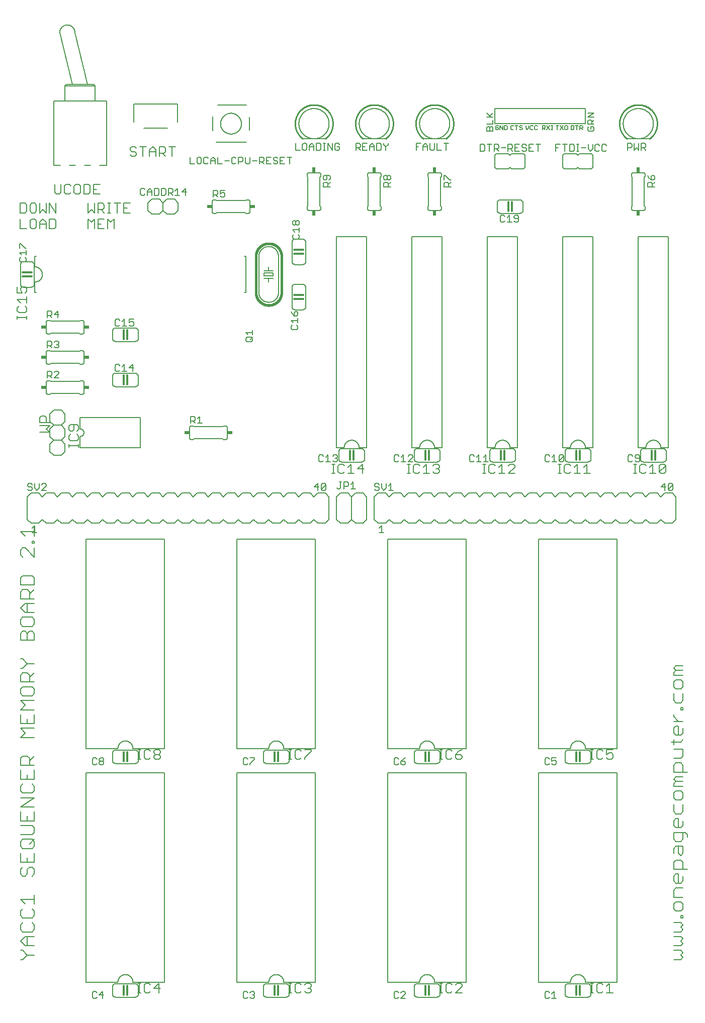
<source format=gbr>
G04 EAGLE Gerber RS-274X export*
G75*
%MOMM*%
%FSLAX34Y34*%
%LPD*%
%INSilkscreen Top*%
%IPPOS*%
%AMOC8*
5,1,8,0,0,1.08239X$1,22.5*%
G01*
%ADD10C,0.203200*%
%ADD11C,0.152400*%
%ADD12C,0.127000*%
%ADD13C,0.177800*%
%ADD14C,0.406400*%
%ADD15C,0.304800*%
%ADD16R,0.863600X0.609600*%
%ADD17C,0.254000*%
%ADD18R,0.609600X0.863600*%


D10*
X13696Y77216D02*
X17594Y77216D01*
X25390Y85012D01*
X17594Y92808D01*
X13696Y92808D01*
X25390Y85012D02*
X37084Y85012D01*
X37084Y100604D02*
X21492Y100604D01*
X13696Y108400D01*
X21492Y116196D01*
X37084Y116196D01*
X25390Y116196D02*
X25390Y100604D01*
X13696Y135686D02*
X17594Y139584D01*
X13696Y135686D02*
X13696Y127890D01*
X17594Y123992D01*
X33186Y123992D01*
X37084Y127890D01*
X37084Y135686D01*
X33186Y139584D01*
X13696Y159074D02*
X17594Y162972D01*
X13696Y159074D02*
X13696Y151278D01*
X17594Y147380D01*
X33186Y147380D01*
X37084Y151278D01*
X37084Y159074D01*
X33186Y162972D01*
X21492Y170768D02*
X13696Y178564D01*
X37084Y178564D01*
X37084Y170768D02*
X37084Y186360D01*
X13696Y229238D02*
X17594Y233136D01*
X13696Y229238D02*
X13696Y221442D01*
X17594Y217544D01*
X21492Y217544D01*
X25390Y221442D01*
X25390Y229238D01*
X29288Y233136D01*
X33186Y233136D01*
X37084Y229238D01*
X37084Y221442D01*
X33186Y217544D01*
X13696Y240932D02*
X13696Y256524D01*
X13696Y240932D02*
X37084Y240932D01*
X37084Y256524D01*
X25390Y248728D02*
X25390Y240932D01*
X33186Y264320D02*
X17594Y264320D01*
X13696Y268218D01*
X13696Y276014D01*
X17594Y279912D01*
X33186Y279912D01*
X37084Y276014D01*
X37084Y268218D01*
X33186Y264320D01*
X29288Y272116D02*
X37084Y279912D01*
X33186Y287708D02*
X13696Y287708D01*
X33186Y287708D02*
X37084Y291606D01*
X37084Y299402D01*
X33186Y303300D01*
X13696Y303300D01*
X13696Y311096D02*
X13696Y326688D01*
X13696Y311096D02*
X37084Y311096D01*
X37084Y326688D01*
X25390Y318892D02*
X25390Y311096D01*
X37084Y334484D02*
X13696Y334484D01*
X37084Y350076D01*
X13696Y350076D01*
X13696Y369566D02*
X17594Y373464D01*
X13696Y369566D02*
X13696Y361770D01*
X17594Y357872D01*
X33186Y357872D01*
X37084Y361770D01*
X37084Y369566D01*
X33186Y373464D01*
X13696Y381260D02*
X13696Y396852D01*
X13696Y381260D02*
X37084Y381260D01*
X37084Y396852D01*
X25390Y389056D02*
X25390Y381260D01*
X37084Y404648D02*
X13696Y404648D01*
X13696Y416342D01*
X17594Y420240D01*
X25390Y420240D01*
X29288Y416342D01*
X29288Y404648D01*
X29288Y412444D02*
X37084Y420240D01*
X37084Y451424D02*
X13696Y451424D01*
X21492Y459219D01*
X13696Y467015D01*
X37084Y467015D01*
X13696Y474811D02*
X13696Y490403D01*
X13696Y474811D02*
X37084Y474811D01*
X37084Y490403D01*
X25390Y482607D02*
X25390Y474811D01*
X37084Y498199D02*
X13696Y498199D01*
X21492Y505995D01*
X13696Y513791D01*
X37084Y513791D01*
X13696Y525485D02*
X13696Y533281D01*
X13696Y525485D02*
X17594Y521587D01*
X33186Y521587D01*
X37084Y525485D01*
X37084Y533281D01*
X33186Y537179D01*
X17594Y537179D01*
X13696Y533281D01*
X13696Y544975D02*
X37084Y544975D01*
X13696Y544975D02*
X13696Y556669D01*
X17594Y560567D01*
X25390Y560567D01*
X29288Y556669D01*
X29288Y544975D01*
X29288Y552771D02*
X37084Y560567D01*
X17594Y568363D02*
X13696Y568363D01*
X17594Y568363D02*
X25390Y576159D01*
X17594Y583955D01*
X13696Y583955D01*
X25390Y576159D02*
X37084Y576159D01*
X37084Y615139D02*
X13696Y615139D01*
X13696Y626833D01*
X17594Y630731D01*
X21492Y630731D01*
X25390Y626833D01*
X29288Y630731D01*
X33186Y630731D01*
X37084Y626833D01*
X37084Y615139D01*
X25390Y615139D02*
X25390Y626833D01*
X13696Y642425D02*
X13696Y650221D01*
X13696Y642425D02*
X17594Y638527D01*
X33186Y638527D01*
X37084Y642425D01*
X37084Y650221D01*
X33186Y654119D01*
X17594Y654119D01*
X13696Y650221D01*
X21492Y661915D02*
X37084Y661915D01*
X21492Y661915D02*
X13696Y669711D01*
X21492Y677507D01*
X37084Y677507D01*
X25390Y677507D02*
X25390Y661915D01*
X37084Y685303D02*
X13696Y685303D01*
X13696Y696997D01*
X17594Y700895D01*
X25390Y700895D01*
X29288Y696997D01*
X29288Y685303D01*
X29288Y693099D02*
X37084Y700895D01*
X37084Y708691D02*
X13696Y708691D01*
X37084Y708691D02*
X37084Y720385D01*
X33186Y724283D01*
X17594Y724283D01*
X13696Y720385D01*
X13696Y708691D01*
X37084Y755467D02*
X37084Y771059D01*
X37084Y755467D02*
X21492Y771059D01*
X17594Y771059D01*
X13696Y767161D01*
X13696Y759365D01*
X17594Y755467D01*
X33186Y778855D02*
X37084Y778855D01*
X33186Y778855D02*
X33186Y782753D01*
X37084Y782753D01*
X37084Y778855D01*
X21492Y790549D02*
X13696Y798345D01*
X37084Y798345D01*
X37084Y790549D02*
X37084Y806141D01*
X1113692Y77216D02*
X1125386Y77216D01*
X1129284Y81114D01*
X1125386Y85012D01*
X1129284Y88910D01*
X1125386Y92808D01*
X1113692Y92808D01*
X1113692Y100604D02*
X1125386Y100604D01*
X1129284Y104502D01*
X1125386Y108400D01*
X1129284Y112298D01*
X1125386Y116196D01*
X1113692Y116196D01*
X1113692Y123992D02*
X1125386Y123992D01*
X1129284Y127890D01*
X1125386Y131788D01*
X1129284Y135686D01*
X1125386Y139584D01*
X1113692Y139584D01*
X1125386Y147380D02*
X1129284Y147380D01*
X1125386Y147380D02*
X1125386Y151278D01*
X1129284Y151278D01*
X1129284Y147380D01*
X1129284Y162972D02*
X1129284Y170768D01*
X1125386Y174666D01*
X1117590Y174666D01*
X1113692Y170768D01*
X1113692Y162972D01*
X1117590Y159074D01*
X1125386Y159074D01*
X1129284Y162972D01*
X1129284Y182462D02*
X1113692Y182462D01*
X1113692Y194156D01*
X1117590Y198054D01*
X1129284Y198054D01*
X1129284Y209748D02*
X1129284Y217544D01*
X1129284Y209748D02*
X1125386Y205850D01*
X1117590Y205850D01*
X1113692Y209748D01*
X1113692Y217544D01*
X1117590Y221442D01*
X1121488Y221442D01*
X1121488Y205850D01*
X1113692Y229238D02*
X1137080Y229238D01*
X1113692Y229238D02*
X1113692Y240932D01*
X1117590Y244830D01*
X1125386Y244830D01*
X1129284Y240932D01*
X1129284Y229238D01*
X1113692Y256524D02*
X1113692Y264320D01*
X1117590Y268218D01*
X1129284Y268218D01*
X1129284Y256524D01*
X1125386Y252626D01*
X1121488Y256524D01*
X1121488Y268218D01*
X1137080Y283810D02*
X1137080Y287708D01*
X1133182Y291606D01*
X1113692Y291606D01*
X1113692Y279912D01*
X1117590Y276014D01*
X1125386Y276014D01*
X1129284Y279912D01*
X1129284Y291606D01*
X1129284Y303300D02*
X1129284Y311096D01*
X1129284Y303300D02*
X1125386Y299402D01*
X1117590Y299402D01*
X1113692Y303300D01*
X1113692Y311096D01*
X1117590Y314994D01*
X1121488Y314994D01*
X1121488Y299402D01*
X1113692Y326688D02*
X1113692Y338382D01*
X1113692Y326688D02*
X1117590Y322790D01*
X1125386Y322790D01*
X1129284Y326688D01*
X1129284Y338382D01*
X1129284Y350076D02*
X1129284Y357872D01*
X1125386Y361770D01*
X1117590Y361770D01*
X1113692Y357872D01*
X1113692Y350076D01*
X1117590Y346178D01*
X1125386Y346178D01*
X1129284Y350076D01*
X1129284Y369566D02*
X1113692Y369566D01*
X1113692Y373464D01*
X1117590Y377362D01*
X1129284Y377362D01*
X1117590Y377362D02*
X1113692Y381260D01*
X1117590Y385158D01*
X1129284Y385158D01*
X1137080Y392954D02*
X1113692Y392954D01*
X1113692Y404648D01*
X1117590Y408546D01*
X1125386Y408546D01*
X1129284Y404648D01*
X1129284Y392954D01*
X1125386Y416342D02*
X1113692Y416342D01*
X1125386Y416342D02*
X1129284Y420240D01*
X1129284Y431934D01*
X1113692Y431934D01*
X1109794Y443627D02*
X1125386Y443627D01*
X1129284Y447525D01*
X1113692Y447525D02*
X1113692Y439730D01*
X1129284Y459219D02*
X1129284Y467015D01*
X1129284Y459219D02*
X1125386Y455321D01*
X1117590Y455321D01*
X1113692Y459219D01*
X1113692Y467015D01*
X1117590Y470913D01*
X1121488Y470913D01*
X1121488Y455321D01*
X1129284Y478709D02*
X1113692Y478709D01*
X1121488Y478709D02*
X1113692Y486505D01*
X1113692Y490403D01*
X1125386Y498199D02*
X1129284Y498199D01*
X1125386Y498199D02*
X1125386Y502097D01*
X1129284Y502097D01*
X1129284Y498199D01*
X1113692Y513791D02*
X1113692Y525485D01*
X1113692Y513791D02*
X1117590Y509893D01*
X1125386Y509893D01*
X1129284Y513791D01*
X1129284Y525485D01*
X1129284Y537179D02*
X1129284Y544975D01*
X1125386Y548873D01*
X1117590Y548873D01*
X1113692Y544975D01*
X1113692Y537179D01*
X1117590Y533281D01*
X1125386Y533281D01*
X1129284Y537179D01*
X1129284Y556669D02*
X1113692Y556669D01*
X1113692Y560567D01*
X1117590Y564465D01*
X1129284Y564465D01*
X1117590Y564465D02*
X1113692Y568363D01*
X1117590Y572261D01*
X1129284Y572261D01*
D11*
X62738Y965962D02*
X46468Y965962D01*
X57315Y971385D02*
X62738Y965962D01*
X57315Y971385D02*
X62738Y976809D01*
X46468Y976809D01*
X46468Y982334D02*
X62738Y982334D01*
X46468Y982334D02*
X46468Y990469D01*
X49180Y993180D01*
X54603Y993180D01*
X57315Y990469D01*
X57315Y982334D01*
X13462Y1335532D02*
X13462Y1351802D01*
X13462Y1335532D02*
X21597Y1335532D01*
X24309Y1338244D01*
X24309Y1349090D01*
X21597Y1351802D01*
X13462Y1351802D01*
X32545Y1351802D02*
X37969Y1351802D01*
X32545Y1351802D02*
X29834Y1349090D01*
X29834Y1338244D01*
X32545Y1335532D01*
X37969Y1335532D01*
X40680Y1338244D01*
X40680Y1349090D01*
X37969Y1351802D01*
X46205Y1351802D02*
X46205Y1335532D01*
X51628Y1340955D01*
X57052Y1335532D01*
X57052Y1351802D01*
X62577Y1351802D02*
X62577Y1335532D01*
X73423Y1335532D02*
X62577Y1351802D01*
X73423Y1351802D02*
X73423Y1335532D01*
X13462Y1325132D02*
X13462Y1308862D01*
X24309Y1308862D01*
X32545Y1325132D02*
X37969Y1325132D01*
X32545Y1325132D02*
X29834Y1322420D01*
X29834Y1311574D01*
X32545Y1308862D01*
X37969Y1308862D01*
X40680Y1311574D01*
X40680Y1322420D01*
X37969Y1325132D01*
X46205Y1319709D02*
X46205Y1308862D01*
X46205Y1319709D02*
X51628Y1325132D01*
X57052Y1319709D01*
X57052Y1308862D01*
X57052Y1316997D02*
X46205Y1316997D01*
X62577Y1325132D02*
X62577Y1308862D01*
X70712Y1308862D01*
X73423Y1311574D01*
X73423Y1322420D01*
X70712Y1325132D01*
X62577Y1325132D01*
X127762Y1335532D02*
X127762Y1351802D01*
X133185Y1340955D02*
X127762Y1335532D01*
X133185Y1340955D02*
X138609Y1335532D01*
X138609Y1351802D01*
X144134Y1351802D02*
X144134Y1335532D01*
X144134Y1351802D02*
X152269Y1351802D01*
X154980Y1349090D01*
X154980Y1343667D01*
X152269Y1340955D01*
X144134Y1340955D01*
X149557Y1340955D02*
X154980Y1335532D01*
X160505Y1335532D02*
X165928Y1335532D01*
X163217Y1335532D02*
X163217Y1351802D01*
X165928Y1351802D02*
X160505Y1351802D01*
X176843Y1351802D02*
X176843Y1335532D01*
X171420Y1351802D02*
X182266Y1351802D01*
X187791Y1351802D02*
X198638Y1351802D01*
X187791Y1351802D02*
X187791Y1335532D01*
X198638Y1335532D01*
X193214Y1343667D02*
X187791Y1343667D01*
X127762Y1325132D02*
X127762Y1308862D01*
X133185Y1319709D02*
X127762Y1325132D01*
X133185Y1319709D02*
X138609Y1325132D01*
X138609Y1308862D01*
X144134Y1325132D02*
X154980Y1325132D01*
X144134Y1325132D02*
X144134Y1308862D01*
X154980Y1308862D01*
X149557Y1316997D02*
X144134Y1316997D01*
X160505Y1308862D02*
X160505Y1325132D01*
X165928Y1319709D01*
X171352Y1325132D01*
X171352Y1308862D01*
X44450Y863600D02*
X31750Y863600D01*
X44450Y863600D02*
X50800Y857250D01*
X57150Y863600D01*
X69850Y863600D01*
X76200Y857250D01*
X31750Y863600D02*
X25400Y857250D01*
X76200Y857250D02*
X82550Y863600D01*
X95250Y863600D01*
X101600Y857250D01*
X107950Y863600D02*
X120650Y863600D01*
X127000Y857250D01*
X133350Y863600D01*
X146050Y863600D01*
X152400Y857250D01*
X107950Y863600D02*
X101600Y857250D01*
X152400Y857250D02*
X158750Y863600D01*
X171450Y863600D01*
X177800Y857250D01*
X50800Y819150D02*
X44450Y812800D01*
X69850Y812800D02*
X76200Y819150D01*
X69850Y812800D02*
X57150Y812800D01*
X50800Y819150D01*
X25400Y819150D02*
X25400Y857250D01*
X25400Y819150D02*
X31750Y812800D01*
X44450Y812800D01*
X95250Y812800D02*
X101600Y819150D01*
X95250Y812800D02*
X82550Y812800D01*
X76200Y819150D01*
X120650Y812800D02*
X127000Y819150D01*
X146050Y812800D02*
X152400Y819150D01*
X146050Y812800D02*
X133350Y812800D01*
X127000Y819150D01*
X107950Y812800D02*
X101600Y819150D01*
X107950Y812800D02*
X120650Y812800D01*
X171450Y812800D02*
X177800Y819150D01*
X171450Y812800D02*
X158750Y812800D01*
X152400Y819150D01*
X196850Y863600D02*
X203200Y857250D01*
X196850Y863600D02*
X184150Y863600D01*
X177800Y857250D01*
X177800Y819150D02*
X184150Y812800D01*
X196850Y812800D01*
X203200Y819150D01*
X209550Y863600D02*
X222250Y863600D01*
X228600Y857250D01*
X234950Y863600D01*
X247650Y863600D01*
X254000Y857250D01*
X209550Y863600D02*
X203200Y857250D01*
X254000Y857250D02*
X260350Y863600D01*
X273050Y863600D01*
X279400Y857250D01*
X285750Y863600D02*
X298450Y863600D01*
X304800Y857250D01*
X311150Y863600D01*
X323850Y863600D01*
X330200Y857250D01*
X285750Y863600D02*
X279400Y857250D01*
X330200Y857250D02*
X336550Y863600D01*
X349250Y863600D01*
X355600Y857250D01*
X228600Y819150D02*
X222250Y812800D01*
X247650Y812800D02*
X254000Y819150D01*
X247650Y812800D02*
X234950Y812800D01*
X228600Y819150D01*
X209550Y812800D02*
X203200Y819150D01*
X209550Y812800D02*
X222250Y812800D01*
X273050Y812800D02*
X279400Y819150D01*
X273050Y812800D02*
X260350Y812800D01*
X254000Y819150D01*
X298450Y812800D02*
X304800Y819150D01*
X323850Y812800D02*
X330200Y819150D01*
X323850Y812800D02*
X311150Y812800D01*
X304800Y819150D01*
X285750Y812800D02*
X279400Y819150D01*
X285750Y812800D02*
X298450Y812800D01*
X349250Y812800D02*
X355600Y819150D01*
X349250Y812800D02*
X336550Y812800D01*
X330200Y819150D01*
X374650Y863600D02*
X381000Y857250D01*
X374650Y863600D02*
X361950Y863600D01*
X355600Y857250D01*
X355600Y819150D02*
X361950Y812800D01*
X374650Y812800D01*
X381000Y819150D01*
X387350Y863600D02*
X400050Y863600D01*
X406400Y857250D01*
X412750Y863600D01*
X425450Y863600D01*
X431800Y857250D01*
X387350Y863600D02*
X381000Y857250D01*
X431800Y857250D02*
X438150Y863600D01*
X450850Y863600D01*
X457200Y857250D01*
X463550Y863600D02*
X476250Y863600D01*
X482600Y857250D01*
X488950Y863600D01*
X501650Y863600D01*
X508000Y857250D01*
X463550Y863600D02*
X457200Y857250D01*
X508000Y857250D02*
X514350Y863600D01*
X527050Y863600D01*
X406400Y819150D02*
X400050Y812800D01*
X425450Y812800D02*
X431800Y819150D01*
X425450Y812800D02*
X412750Y812800D01*
X406400Y819150D01*
X387350Y812800D02*
X381000Y819150D01*
X387350Y812800D02*
X400050Y812800D01*
X450850Y812800D02*
X457200Y819150D01*
X450850Y812800D02*
X438150Y812800D01*
X431800Y819150D01*
X476250Y812800D02*
X482600Y819150D01*
X501650Y812800D02*
X508000Y819150D01*
X501650Y812800D02*
X488950Y812800D01*
X482600Y819150D01*
X463550Y812800D02*
X457200Y819150D01*
X463550Y812800D02*
X476250Y812800D01*
X514350Y812800D02*
X527050Y812800D01*
X514350Y812800D02*
X508000Y819150D01*
X533400Y819150D02*
X533400Y857250D01*
X527050Y863600D01*
X533400Y819150D02*
X527050Y812800D01*
D12*
X37468Y808365D02*
X33655Y804552D01*
X37468Y808365D02*
X37468Y796925D01*
X33655Y796925D02*
X41282Y796925D01*
X514355Y868045D02*
X514355Y879485D01*
X508635Y873765D01*
X516262Y873765D01*
X520329Y869952D02*
X520329Y877578D01*
X522236Y879485D01*
X526049Y879485D01*
X527955Y877578D01*
X527955Y869952D01*
X526049Y868045D01*
X522236Y868045D01*
X520329Y869952D01*
X527955Y877578D01*
X33662Y877578D02*
X31755Y879485D01*
X27942Y879485D01*
X26035Y877578D01*
X26035Y875672D01*
X27942Y873765D01*
X31755Y873765D01*
X33662Y871858D01*
X33662Y869952D01*
X31755Y868045D01*
X27942Y868045D01*
X26035Y869952D01*
X37729Y871858D02*
X37729Y879485D01*
X37729Y871858D02*
X41542Y868045D01*
X45355Y871858D01*
X45355Y879485D01*
X49423Y868045D02*
X57049Y868045D01*
X49423Y868045D02*
X57049Y875672D01*
X57049Y877578D01*
X55143Y879485D01*
X51330Y879485D01*
X49423Y877578D01*
D10*
X38100Y1201420D02*
X38100Y1219200D01*
X38409Y1219204D01*
X38718Y1219215D01*
X39027Y1219234D01*
X39335Y1219260D01*
X39643Y1219294D01*
X39949Y1219335D01*
X40255Y1219384D01*
X40559Y1219440D01*
X40861Y1219504D01*
X41162Y1219575D01*
X41462Y1219653D01*
X41759Y1219738D01*
X42054Y1219831D01*
X42347Y1219931D01*
X42637Y1220038D01*
X42924Y1220152D01*
X43209Y1220273D01*
X43491Y1220401D01*
X43769Y1220535D01*
X44044Y1220677D01*
X44316Y1220825D01*
X44583Y1220980D01*
X44847Y1221141D01*
X45107Y1221308D01*
X45363Y1221482D01*
X45615Y1221662D01*
X45862Y1221848D01*
X46104Y1222040D01*
X46342Y1222238D01*
X46575Y1222441D01*
X46803Y1222651D01*
X47025Y1222865D01*
X47243Y1223085D01*
X47455Y1223311D01*
X47661Y1223541D01*
X47862Y1223776D01*
X48057Y1224016D01*
X48246Y1224261D01*
X48429Y1224510D01*
X48606Y1224764D01*
X48776Y1225022D01*
X48941Y1225284D01*
X49099Y1225550D01*
X49250Y1225820D01*
X49395Y1226093D01*
X49533Y1226370D01*
X49664Y1226650D01*
X49788Y1226933D01*
X49906Y1227219D01*
X50016Y1227508D01*
X50120Y1227799D01*
X50216Y1228093D01*
X50305Y1228389D01*
X50387Y1228688D01*
X50462Y1228988D01*
X50529Y1229290D01*
X50589Y1229593D01*
X50641Y1229898D01*
X50686Y1230204D01*
X50724Y1230511D01*
X50754Y1230819D01*
X50776Y1231127D01*
X50792Y1231436D01*
X50799Y1231745D01*
X50799Y1232055D01*
X50792Y1232364D01*
X50776Y1232673D01*
X50754Y1232981D01*
X50724Y1233289D01*
X50686Y1233596D01*
X50641Y1233902D01*
X50589Y1234207D01*
X50529Y1234510D01*
X50462Y1234812D01*
X50387Y1235112D01*
X50305Y1235411D01*
X50216Y1235707D01*
X50120Y1236001D01*
X50016Y1236292D01*
X49906Y1236581D01*
X49788Y1236867D01*
X49664Y1237150D01*
X49533Y1237430D01*
X49395Y1237707D01*
X49250Y1237980D01*
X49099Y1238250D01*
X48941Y1238516D01*
X48776Y1238778D01*
X48606Y1239036D01*
X48429Y1239290D01*
X48246Y1239539D01*
X48057Y1239784D01*
X47862Y1240024D01*
X47661Y1240259D01*
X47455Y1240489D01*
X47243Y1240715D01*
X47025Y1240935D01*
X46803Y1241149D01*
X46575Y1241359D01*
X46342Y1241562D01*
X46104Y1241760D01*
X45862Y1241952D01*
X45615Y1242138D01*
X45363Y1242318D01*
X45107Y1242492D01*
X44847Y1242659D01*
X44583Y1242820D01*
X44316Y1242975D01*
X44044Y1243123D01*
X43769Y1243265D01*
X43491Y1243399D01*
X43209Y1243527D01*
X42924Y1243648D01*
X42637Y1243762D01*
X42347Y1243869D01*
X42054Y1243969D01*
X41759Y1244062D01*
X41462Y1244147D01*
X41162Y1244225D01*
X40861Y1244296D01*
X40559Y1244360D01*
X40255Y1244416D01*
X39949Y1244465D01*
X39643Y1244506D01*
X39335Y1244540D01*
X39027Y1244566D01*
X38718Y1244585D01*
X38409Y1244596D01*
X38100Y1244600D01*
X393700Y1262380D02*
X393700Y1201420D01*
X38100Y1244600D02*
X38100Y1262380D01*
X40640Y1262380D01*
X40640Y1201420D02*
X38100Y1201420D01*
X391160Y1201420D02*
X393700Y1201420D01*
X393700Y1262380D02*
X391160Y1262380D01*
D13*
X24511Y1161928D02*
X24511Y1156589D01*
X24511Y1159258D02*
X8495Y1159258D01*
X8495Y1156589D02*
X8495Y1161928D01*
X8495Y1175511D02*
X11165Y1178181D01*
X8495Y1175511D02*
X8495Y1170173D01*
X11165Y1167503D01*
X21842Y1167503D01*
X24511Y1170173D01*
X24511Y1175511D01*
X21842Y1178181D01*
X13834Y1183875D02*
X8495Y1189214D01*
X24511Y1189214D01*
X24511Y1194552D02*
X24511Y1183875D01*
X8495Y1200247D02*
X8495Y1210924D01*
X8495Y1200247D02*
X16503Y1200247D01*
X13834Y1205585D01*
X13834Y1208254D01*
X16503Y1210924D01*
X21842Y1210924D01*
X24511Y1208254D01*
X24511Y1202916D01*
X21842Y1200247D01*
D14*
X453390Y1201420D02*
X453390Y1262380D01*
X410210Y1262380D02*
X410210Y1201420D01*
D11*
X448310Y1201420D02*
X448310Y1262380D01*
X415290Y1262380D02*
X415290Y1201420D01*
X424180Y1229360D02*
X424180Y1234440D01*
X439420Y1234440D01*
X439420Y1229360D01*
X424180Y1229360D01*
X424180Y1238250D02*
X431800Y1238250D01*
X439420Y1238250D01*
X431800Y1225550D02*
X424180Y1225550D01*
X431800Y1225550D02*
X439420Y1225550D01*
X431800Y1238250D02*
X431800Y1244600D01*
X431800Y1225550D02*
X431800Y1219200D01*
D14*
X410210Y1201420D02*
X410216Y1200894D01*
X410236Y1200369D01*
X410268Y1199844D01*
X410312Y1199320D01*
X410370Y1198798D01*
X410440Y1198276D01*
X410523Y1197757D01*
X410618Y1197240D01*
X410727Y1196726D01*
X410847Y1196214D01*
X410980Y1195705D01*
X411125Y1195200D01*
X411283Y1194698D01*
X411453Y1194201D01*
X411635Y1193707D01*
X411828Y1193219D01*
X412034Y1192735D01*
X412251Y1192256D01*
X412480Y1191783D01*
X412721Y1191315D01*
X412972Y1190853D01*
X413235Y1190398D01*
X413509Y1189949D01*
X413794Y1189507D01*
X414089Y1189072D01*
X414395Y1188645D01*
X414712Y1188225D01*
X415038Y1187813D01*
X415374Y1187408D01*
X415720Y1187013D01*
X416076Y1186625D01*
X416441Y1186247D01*
X416815Y1185877D01*
X417198Y1185517D01*
X417589Y1185166D01*
X417989Y1184825D01*
X418398Y1184494D01*
X418814Y1184172D01*
X419238Y1183861D01*
X419669Y1183560D01*
X420107Y1183270D01*
X420553Y1182991D01*
X421005Y1182723D01*
X421464Y1182465D01*
X421928Y1182219D01*
X422399Y1181984D01*
X422875Y1181761D01*
X423356Y1181550D01*
X423842Y1181350D01*
X424333Y1181162D01*
X424829Y1180986D01*
X425329Y1180823D01*
X425832Y1180671D01*
X426339Y1180532D01*
X426849Y1180405D01*
X427363Y1180291D01*
X427878Y1180189D01*
X428397Y1180100D01*
X428917Y1180023D01*
X429439Y1179960D01*
X429962Y1179908D01*
X430486Y1179870D01*
X431011Y1179844D01*
X431537Y1179832D01*
X432063Y1179832D01*
X432589Y1179844D01*
X433114Y1179870D01*
X433638Y1179908D01*
X434161Y1179960D01*
X434683Y1180023D01*
X435203Y1180100D01*
X435722Y1180189D01*
X436237Y1180291D01*
X436751Y1180405D01*
X437261Y1180532D01*
X437768Y1180671D01*
X438271Y1180823D01*
X438771Y1180986D01*
X439267Y1181162D01*
X439758Y1181350D01*
X440244Y1181550D01*
X440725Y1181761D01*
X441201Y1181984D01*
X441672Y1182219D01*
X442136Y1182465D01*
X442595Y1182723D01*
X443047Y1182991D01*
X443493Y1183270D01*
X443931Y1183560D01*
X444362Y1183861D01*
X444786Y1184172D01*
X445202Y1184494D01*
X445611Y1184825D01*
X446011Y1185166D01*
X446402Y1185517D01*
X446785Y1185877D01*
X447159Y1186247D01*
X447524Y1186625D01*
X447880Y1187013D01*
X448226Y1187408D01*
X448562Y1187813D01*
X448888Y1188225D01*
X449205Y1188645D01*
X449511Y1189072D01*
X449806Y1189507D01*
X450091Y1189949D01*
X450365Y1190398D01*
X450628Y1190853D01*
X450879Y1191315D01*
X451120Y1191783D01*
X451349Y1192256D01*
X451566Y1192735D01*
X451772Y1193219D01*
X451965Y1193707D01*
X452147Y1194201D01*
X452317Y1194698D01*
X452475Y1195200D01*
X452620Y1195705D01*
X452753Y1196214D01*
X452873Y1196726D01*
X452982Y1197240D01*
X453077Y1197757D01*
X453160Y1198276D01*
X453230Y1198798D01*
X453288Y1199320D01*
X453332Y1199844D01*
X453364Y1200369D01*
X453384Y1200894D01*
X453390Y1201420D01*
X453390Y1262380D02*
X453384Y1262906D01*
X453364Y1263431D01*
X453332Y1263956D01*
X453288Y1264480D01*
X453230Y1265002D01*
X453160Y1265524D01*
X453077Y1266043D01*
X452982Y1266560D01*
X452873Y1267074D01*
X452753Y1267586D01*
X452620Y1268095D01*
X452475Y1268600D01*
X452317Y1269102D01*
X452147Y1269599D01*
X451965Y1270093D01*
X451772Y1270581D01*
X451566Y1271065D01*
X451349Y1271544D01*
X451120Y1272017D01*
X450879Y1272485D01*
X450628Y1272947D01*
X450365Y1273402D01*
X450091Y1273851D01*
X449806Y1274293D01*
X449511Y1274728D01*
X449205Y1275155D01*
X448888Y1275575D01*
X448562Y1275987D01*
X448226Y1276392D01*
X447880Y1276787D01*
X447524Y1277175D01*
X447159Y1277553D01*
X446785Y1277923D01*
X446402Y1278283D01*
X446011Y1278634D01*
X445611Y1278975D01*
X445202Y1279306D01*
X444786Y1279628D01*
X444362Y1279939D01*
X443931Y1280240D01*
X443493Y1280530D01*
X443047Y1280809D01*
X442595Y1281077D01*
X442136Y1281335D01*
X441672Y1281581D01*
X441201Y1281816D01*
X440725Y1282039D01*
X440244Y1282250D01*
X439758Y1282450D01*
X439267Y1282638D01*
X438771Y1282814D01*
X438271Y1282977D01*
X437768Y1283129D01*
X437261Y1283268D01*
X436751Y1283395D01*
X436237Y1283509D01*
X435722Y1283611D01*
X435203Y1283700D01*
X434683Y1283777D01*
X434161Y1283840D01*
X433638Y1283892D01*
X433114Y1283930D01*
X432589Y1283956D01*
X432063Y1283968D01*
X431537Y1283968D01*
X431011Y1283956D01*
X430486Y1283930D01*
X429962Y1283892D01*
X429439Y1283840D01*
X428917Y1283777D01*
X428397Y1283700D01*
X427878Y1283611D01*
X427363Y1283509D01*
X426849Y1283395D01*
X426339Y1283268D01*
X425832Y1283129D01*
X425329Y1282977D01*
X424829Y1282814D01*
X424333Y1282638D01*
X423842Y1282450D01*
X423356Y1282250D01*
X422875Y1282039D01*
X422399Y1281816D01*
X421928Y1281581D01*
X421464Y1281335D01*
X421005Y1281077D01*
X420553Y1280809D01*
X420107Y1280530D01*
X419669Y1280240D01*
X419238Y1279939D01*
X418814Y1279628D01*
X418398Y1279306D01*
X417989Y1278975D01*
X417589Y1278634D01*
X417198Y1278283D01*
X416815Y1277923D01*
X416441Y1277553D01*
X416076Y1277175D01*
X415720Y1276787D01*
X415374Y1276392D01*
X415038Y1275987D01*
X414712Y1275575D01*
X414395Y1275155D01*
X414089Y1274728D01*
X413794Y1274293D01*
X413509Y1273851D01*
X413235Y1273402D01*
X412972Y1272947D01*
X412721Y1272485D01*
X412480Y1272017D01*
X412251Y1271544D01*
X412034Y1271065D01*
X411828Y1270581D01*
X411635Y1270093D01*
X411453Y1269599D01*
X411283Y1269102D01*
X411125Y1268600D01*
X410980Y1268095D01*
X410847Y1267586D01*
X410727Y1267074D01*
X410618Y1266560D01*
X410523Y1266043D01*
X410440Y1265524D01*
X410370Y1265002D01*
X410312Y1264480D01*
X410268Y1263956D01*
X410236Y1263431D01*
X410216Y1262906D01*
X410210Y1262380D01*
D11*
X415290Y1201420D02*
X415295Y1201018D01*
X415310Y1200616D01*
X415334Y1200215D01*
X415368Y1199814D01*
X415412Y1199415D01*
X415466Y1199016D01*
X415529Y1198619D01*
X415602Y1198224D01*
X415685Y1197830D01*
X415777Y1197439D01*
X415879Y1197050D01*
X415990Y1196663D01*
X416111Y1196280D01*
X416240Y1195899D01*
X416379Y1195522D01*
X416528Y1195148D01*
X416685Y1194778D01*
X416851Y1194412D01*
X417026Y1194050D01*
X417210Y1193693D01*
X417402Y1193340D01*
X417603Y1192992D01*
X417813Y1192648D01*
X418031Y1192310D01*
X418257Y1191978D01*
X418491Y1191651D01*
X418732Y1191330D01*
X418982Y1191014D01*
X419239Y1190705D01*
X419504Y1190403D01*
X419776Y1190106D01*
X420055Y1189817D01*
X420341Y1189534D01*
X420634Y1189259D01*
X420933Y1188991D01*
X421239Y1188730D01*
X421551Y1188476D01*
X421869Y1188230D01*
X422194Y1187993D01*
X422523Y1187763D01*
X422859Y1187541D01*
X423199Y1187327D01*
X423545Y1187122D01*
X423896Y1186925D01*
X424251Y1186737D01*
X424611Y1186557D01*
X424975Y1186387D01*
X425343Y1186225D01*
X425715Y1186072D01*
X426090Y1185929D01*
X426469Y1185794D01*
X426851Y1185669D01*
X427236Y1185553D01*
X427624Y1185447D01*
X428014Y1185350D01*
X428407Y1185262D01*
X428801Y1185185D01*
X429197Y1185116D01*
X429595Y1185058D01*
X429994Y1185009D01*
X430394Y1184970D01*
X430795Y1184941D01*
X431197Y1184921D01*
X431599Y1184911D01*
X432001Y1184911D01*
X432403Y1184921D01*
X432805Y1184941D01*
X433206Y1184970D01*
X433606Y1185009D01*
X434005Y1185058D01*
X434403Y1185116D01*
X434799Y1185185D01*
X435193Y1185262D01*
X435586Y1185350D01*
X435976Y1185447D01*
X436364Y1185553D01*
X436749Y1185669D01*
X437131Y1185794D01*
X437510Y1185929D01*
X437885Y1186072D01*
X438257Y1186225D01*
X438625Y1186387D01*
X438989Y1186557D01*
X439349Y1186737D01*
X439704Y1186925D01*
X440055Y1187122D01*
X440401Y1187327D01*
X440741Y1187541D01*
X441077Y1187763D01*
X441406Y1187993D01*
X441731Y1188230D01*
X442049Y1188476D01*
X442361Y1188730D01*
X442667Y1188991D01*
X442966Y1189259D01*
X443259Y1189534D01*
X443545Y1189817D01*
X443824Y1190106D01*
X444096Y1190403D01*
X444361Y1190705D01*
X444618Y1191014D01*
X444868Y1191330D01*
X445109Y1191651D01*
X445343Y1191978D01*
X445569Y1192310D01*
X445787Y1192648D01*
X445997Y1192992D01*
X446198Y1193340D01*
X446390Y1193693D01*
X446574Y1194050D01*
X446749Y1194412D01*
X446915Y1194778D01*
X447072Y1195148D01*
X447221Y1195522D01*
X447360Y1195899D01*
X447489Y1196280D01*
X447610Y1196663D01*
X447721Y1197050D01*
X447823Y1197439D01*
X447915Y1197830D01*
X447998Y1198224D01*
X448071Y1198619D01*
X448134Y1199016D01*
X448188Y1199415D01*
X448232Y1199814D01*
X448266Y1200215D01*
X448290Y1200616D01*
X448305Y1201018D01*
X448310Y1201420D01*
X448310Y1262380D02*
X448305Y1262782D01*
X448290Y1263184D01*
X448266Y1263585D01*
X448232Y1263986D01*
X448188Y1264385D01*
X448134Y1264784D01*
X448071Y1265181D01*
X447998Y1265576D01*
X447915Y1265970D01*
X447823Y1266361D01*
X447721Y1266750D01*
X447610Y1267137D01*
X447489Y1267520D01*
X447360Y1267901D01*
X447221Y1268278D01*
X447072Y1268652D01*
X446915Y1269022D01*
X446749Y1269388D01*
X446574Y1269750D01*
X446390Y1270107D01*
X446198Y1270460D01*
X445997Y1270808D01*
X445787Y1271152D01*
X445569Y1271490D01*
X445343Y1271822D01*
X445109Y1272149D01*
X444868Y1272470D01*
X444618Y1272786D01*
X444361Y1273095D01*
X444096Y1273397D01*
X443824Y1273694D01*
X443545Y1273983D01*
X443259Y1274266D01*
X442966Y1274541D01*
X442667Y1274809D01*
X442361Y1275070D01*
X442049Y1275324D01*
X441731Y1275570D01*
X441406Y1275807D01*
X441077Y1276037D01*
X440741Y1276259D01*
X440401Y1276473D01*
X440055Y1276678D01*
X439704Y1276875D01*
X439349Y1277063D01*
X438989Y1277243D01*
X438625Y1277413D01*
X438257Y1277575D01*
X437885Y1277728D01*
X437510Y1277871D01*
X437131Y1278006D01*
X436749Y1278131D01*
X436364Y1278247D01*
X435976Y1278353D01*
X435586Y1278450D01*
X435193Y1278538D01*
X434799Y1278615D01*
X434403Y1278684D01*
X434005Y1278742D01*
X433606Y1278791D01*
X433206Y1278830D01*
X432805Y1278859D01*
X432403Y1278879D01*
X432001Y1278889D01*
X431599Y1278889D01*
X431197Y1278879D01*
X430795Y1278859D01*
X430394Y1278830D01*
X429994Y1278791D01*
X429595Y1278742D01*
X429197Y1278684D01*
X428801Y1278615D01*
X428407Y1278538D01*
X428014Y1278450D01*
X427624Y1278353D01*
X427236Y1278247D01*
X426851Y1278131D01*
X426469Y1278006D01*
X426090Y1277871D01*
X425715Y1277728D01*
X425343Y1277575D01*
X424975Y1277413D01*
X424611Y1277243D01*
X424251Y1277063D01*
X423896Y1276875D01*
X423545Y1276678D01*
X423199Y1276473D01*
X422859Y1276259D01*
X422523Y1276037D01*
X422194Y1275807D01*
X421869Y1275570D01*
X421551Y1275324D01*
X421239Y1275070D01*
X420933Y1274809D01*
X420634Y1274541D01*
X420341Y1274266D01*
X420055Y1273983D01*
X419776Y1273694D01*
X419504Y1273397D01*
X419239Y1273095D01*
X418982Y1272786D01*
X418732Y1272470D01*
X418491Y1272149D01*
X418257Y1271822D01*
X418031Y1271490D01*
X417813Y1271152D01*
X417603Y1270808D01*
X417402Y1270460D01*
X417210Y1270107D01*
X417026Y1269750D01*
X416851Y1269388D01*
X416685Y1269022D01*
X416528Y1268652D01*
X416379Y1268278D01*
X416240Y1267901D01*
X416111Y1267520D01*
X415990Y1267137D01*
X415879Y1266750D01*
X415777Y1266361D01*
X415685Y1265970D01*
X415602Y1265576D01*
X415529Y1265181D01*
X415466Y1264784D01*
X415412Y1264385D01*
X415368Y1263986D01*
X415334Y1263585D01*
X415310Y1263184D01*
X415295Y1262782D01*
X415290Y1262380D01*
D12*
X402588Y1118235D02*
X394962Y1118235D01*
X393055Y1120142D01*
X393055Y1123955D01*
X394962Y1125862D01*
X402588Y1125862D01*
X404495Y1123955D01*
X404495Y1120142D01*
X402588Y1118235D01*
X400682Y1122048D02*
X404495Y1125862D01*
X396869Y1129929D02*
X393055Y1133742D01*
X404495Y1133742D01*
X404495Y1129929D02*
X404495Y1137555D01*
D11*
X476250Y1291590D02*
X488950Y1291590D01*
X489090Y1291588D01*
X489230Y1291582D01*
X489370Y1291573D01*
X489509Y1291559D01*
X489648Y1291542D01*
X489786Y1291521D01*
X489924Y1291496D01*
X490061Y1291467D01*
X490197Y1291435D01*
X490332Y1291398D01*
X490466Y1291358D01*
X490599Y1291315D01*
X490731Y1291267D01*
X490862Y1291217D01*
X490991Y1291162D01*
X491118Y1291104D01*
X491244Y1291043D01*
X491368Y1290978D01*
X491490Y1290909D01*
X491610Y1290838D01*
X491728Y1290763D01*
X491845Y1290685D01*
X491959Y1290603D01*
X492070Y1290519D01*
X492179Y1290431D01*
X492286Y1290341D01*
X492391Y1290247D01*
X492492Y1290151D01*
X492591Y1290052D01*
X492687Y1289951D01*
X492781Y1289846D01*
X492871Y1289739D01*
X492959Y1289630D01*
X493043Y1289519D01*
X493125Y1289405D01*
X493203Y1289288D01*
X493278Y1289170D01*
X493349Y1289050D01*
X493418Y1288928D01*
X493483Y1288804D01*
X493544Y1288678D01*
X493602Y1288551D01*
X493657Y1288422D01*
X493707Y1288291D01*
X493755Y1288159D01*
X493798Y1288026D01*
X493838Y1287892D01*
X493875Y1287757D01*
X493907Y1287621D01*
X493936Y1287484D01*
X493961Y1287346D01*
X493982Y1287208D01*
X493999Y1287069D01*
X494013Y1286930D01*
X494022Y1286790D01*
X494028Y1286650D01*
X494030Y1286510D01*
X476250Y1291590D02*
X476110Y1291588D01*
X475970Y1291582D01*
X475830Y1291573D01*
X475691Y1291559D01*
X475552Y1291542D01*
X475414Y1291521D01*
X475276Y1291496D01*
X475139Y1291467D01*
X475003Y1291435D01*
X474868Y1291398D01*
X474734Y1291358D01*
X474601Y1291315D01*
X474469Y1291267D01*
X474338Y1291217D01*
X474209Y1291162D01*
X474082Y1291104D01*
X473956Y1291043D01*
X473832Y1290978D01*
X473710Y1290909D01*
X473590Y1290838D01*
X473472Y1290763D01*
X473355Y1290685D01*
X473241Y1290603D01*
X473130Y1290519D01*
X473021Y1290431D01*
X472914Y1290341D01*
X472809Y1290247D01*
X472708Y1290151D01*
X472609Y1290052D01*
X472513Y1289951D01*
X472419Y1289846D01*
X472329Y1289739D01*
X472241Y1289630D01*
X472157Y1289519D01*
X472075Y1289405D01*
X471997Y1289288D01*
X471922Y1289170D01*
X471851Y1289050D01*
X471782Y1288928D01*
X471717Y1288804D01*
X471656Y1288678D01*
X471598Y1288551D01*
X471543Y1288422D01*
X471493Y1288291D01*
X471445Y1288159D01*
X471402Y1288026D01*
X471362Y1287892D01*
X471325Y1287757D01*
X471293Y1287621D01*
X471264Y1287484D01*
X471239Y1287346D01*
X471218Y1287208D01*
X471201Y1287069D01*
X471187Y1286930D01*
X471178Y1286790D01*
X471172Y1286650D01*
X471170Y1286510D01*
X494030Y1286510D02*
X494030Y1253490D01*
X488950Y1248410D02*
X476250Y1248410D01*
X471170Y1253490D02*
X471170Y1286510D01*
X494030Y1253490D02*
X494028Y1253350D01*
X494022Y1253210D01*
X494013Y1253070D01*
X493999Y1252931D01*
X493982Y1252792D01*
X493961Y1252654D01*
X493936Y1252516D01*
X493907Y1252379D01*
X493875Y1252243D01*
X493838Y1252108D01*
X493798Y1251974D01*
X493755Y1251841D01*
X493707Y1251709D01*
X493657Y1251578D01*
X493602Y1251449D01*
X493544Y1251322D01*
X493483Y1251196D01*
X493418Y1251072D01*
X493349Y1250950D01*
X493278Y1250830D01*
X493203Y1250712D01*
X493125Y1250595D01*
X493043Y1250481D01*
X492959Y1250370D01*
X492871Y1250261D01*
X492781Y1250154D01*
X492687Y1250049D01*
X492591Y1249948D01*
X492492Y1249849D01*
X492391Y1249753D01*
X492286Y1249659D01*
X492179Y1249569D01*
X492070Y1249481D01*
X491959Y1249397D01*
X491845Y1249315D01*
X491728Y1249237D01*
X491610Y1249162D01*
X491490Y1249091D01*
X491368Y1249022D01*
X491244Y1248957D01*
X491118Y1248896D01*
X490991Y1248838D01*
X490862Y1248783D01*
X490731Y1248733D01*
X490599Y1248685D01*
X490466Y1248642D01*
X490332Y1248602D01*
X490197Y1248565D01*
X490061Y1248533D01*
X489924Y1248504D01*
X489786Y1248479D01*
X489648Y1248458D01*
X489509Y1248441D01*
X489370Y1248427D01*
X489230Y1248418D01*
X489090Y1248412D01*
X488950Y1248410D01*
X476250Y1248410D02*
X476110Y1248412D01*
X475970Y1248418D01*
X475830Y1248427D01*
X475691Y1248441D01*
X475552Y1248458D01*
X475414Y1248479D01*
X475276Y1248504D01*
X475139Y1248533D01*
X475003Y1248565D01*
X474868Y1248602D01*
X474734Y1248642D01*
X474601Y1248685D01*
X474469Y1248733D01*
X474338Y1248783D01*
X474209Y1248838D01*
X474082Y1248896D01*
X473956Y1248957D01*
X473832Y1249022D01*
X473710Y1249091D01*
X473590Y1249162D01*
X473472Y1249237D01*
X473355Y1249315D01*
X473241Y1249397D01*
X473130Y1249481D01*
X473021Y1249569D01*
X472914Y1249659D01*
X472809Y1249753D01*
X472708Y1249849D01*
X472609Y1249948D01*
X472513Y1250049D01*
X472419Y1250154D01*
X472329Y1250261D01*
X472241Y1250370D01*
X472157Y1250481D01*
X472075Y1250595D01*
X471997Y1250712D01*
X471922Y1250830D01*
X471851Y1250950D01*
X471782Y1251072D01*
X471717Y1251196D01*
X471656Y1251322D01*
X471598Y1251449D01*
X471543Y1251578D01*
X471493Y1251709D01*
X471445Y1251841D01*
X471402Y1251974D01*
X471362Y1252108D01*
X471325Y1252243D01*
X471293Y1252379D01*
X471264Y1252516D01*
X471239Y1252654D01*
X471218Y1252792D01*
X471201Y1252931D01*
X471187Y1253070D01*
X471178Y1253210D01*
X471172Y1253350D01*
X471170Y1253490D01*
D15*
X474980Y1273048D02*
X490220Y1273048D01*
X490220Y1266698D02*
X474980Y1266698D01*
D12*
X471795Y1297153D02*
X473702Y1299060D01*
X471795Y1297153D02*
X471795Y1293340D01*
X473702Y1291433D01*
X481328Y1291433D01*
X483235Y1293340D01*
X483235Y1297153D01*
X481328Y1299060D01*
X475609Y1303127D02*
X471795Y1306940D01*
X483235Y1306940D01*
X483235Y1303127D02*
X483235Y1310754D01*
X473702Y1314821D02*
X471795Y1316728D01*
X471795Y1320541D01*
X473702Y1322447D01*
X475609Y1322447D01*
X477515Y1320541D01*
X479422Y1322447D01*
X481328Y1322447D01*
X483235Y1320541D01*
X483235Y1316728D01*
X481328Y1314821D01*
X479422Y1314821D01*
X477515Y1316728D01*
X475609Y1314821D01*
X473702Y1314821D01*
X477515Y1316728D02*
X477515Y1320541D01*
D11*
X476250Y1172210D02*
X488950Y1172210D01*
X476250Y1172210D02*
X476110Y1172212D01*
X475970Y1172218D01*
X475830Y1172227D01*
X475691Y1172241D01*
X475552Y1172258D01*
X475414Y1172279D01*
X475276Y1172304D01*
X475139Y1172333D01*
X475003Y1172365D01*
X474868Y1172402D01*
X474734Y1172442D01*
X474601Y1172485D01*
X474469Y1172533D01*
X474338Y1172583D01*
X474209Y1172638D01*
X474082Y1172696D01*
X473956Y1172757D01*
X473832Y1172822D01*
X473710Y1172891D01*
X473590Y1172962D01*
X473472Y1173037D01*
X473355Y1173115D01*
X473241Y1173197D01*
X473130Y1173281D01*
X473021Y1173369D01*
X472914Y1173459D01*
X472809Y1173553D01*
X472708Y1173649D01*
X472609Y1173748D01*
X472513Y1173849D01*
X472419Y1173954D01*
X472329Y1174061D01*
X472241Y1174170D01*
X472157Y1174281D01*
X472075Y1174395D01*
X471997Y1174512D01*
X471922Y1174630D01*
X471851Y1174750D01*
X471782Y1174872D01*
X471717Y1174996D01*
X471656Y1175122D01*
X471598Y1175249D01*
X471543Y1175378D01*
X471493Y1175509D01*
X471445Y1175641D01*
X471402Y1175774D01*
X471362Y1175908D01*
X471325Y1176043D01*
X471293Y1176179D01*
X471264Y1176316D01*
X471239Y1176454D01*
X471218Y1176592D01*
X471201Y1176731D01*
X471187Y1176870D01*
X471178Y1177010D01*
X471172Y1177150D01*
X471170Y1177290D01*
X488950Y1172210D02*
X489090Y1172212D01*
X489230Y1172218D01*
X489370Y1172227D01*
X489509Y1172241D01*
X489648Y1172258D01*
X489786Y1172279D01*
X489924Y1172304D01*
X490061Y1172333D01*
X490197Y1172365D01*
X490332Y1172402D01*
X490466Y1172442D01*
X490599Y1172485D01*
X490731Y1172533D01*
X490862Y1172583D01*
X490991Y1172638D01*
X491118Y1172696D01*
X491244Y1172757D01*
X491368Y1172822D01*
X491490Y1172891D01*
X491610Y1172962D01*
X491728Y1173037D01*
X491845Y1173115D01*
X491959Y1173197D01*
X492070Y1173281D01*
X492179Y1173369D01*
X492286Y1173459D01*
X492391Y1173553D01*
X492492Y1173649D01*
X492591Y1173748D01*
X492687Y1173849D01*
X492781Y1173954D01*
X492871Y1174061D01*
X492959Y1174170D01*
X493043Y1174281D01*
X493125Y1174395D01*
X493203Y1174512D01*
X493278Y1174630D01*
X493349Y1174750D01*
X493418Y1174872D01*
X493483Y1174996D01*
X493544Y1175122D01*
X493602Y1175249D01*
X493657Y1175378D01*
X493707Y1175509D01*
X493755Y1175641D01*
X493798Y1175774D01*
X493838Y1175908D01*
X493875Y1176043D01*
X493907Y1176179D01*
X493936Y1176316D01*
X493961Y1176454D01*
X493982Y1176592D01*
X493999Y1176731D01*
X494013Y1176870D01*
X494022Y1177010D01*
X494028Y1177150D01*
X494030Y1177290D01*
X471170Y1177290D02*
X471170Y1210310D01*
X476250Y1215390D02*
X488950Y1215390D01*
X494030Y1210310D02*
X494030Y1177290D01*
X471170Y1210310D02*
X471172Y1210450D01*
X471178Y1210590D01*
X471187Y1210730D01*
X471201Y1210869D01*
X471218Y1211008D01*
X471239Y1211146D01*
X471264Y1211284D01*
X471293Y1211421D01*
X471325Y1211557D01*
X471362Y1211692D01*
X471402Y1211826D01*
X471445Y1211959D01*
X471493Y1212091D01*
X471543Y1212222D01*
X471598Y1212351D01*
X471656Y1212478D01*
X471717Y1212604D01*
X471782Y1212728D01*
X471851Y1212850D01*
X471922Y1212970D01*
X471997Y1213088D01*
X472075Y1213205D01*
X472157Y1213319D01*
X472241Y1213430D01*
X472329Y1213539D01*
X472419Y1213646D01*
X472513Y1213751D01*
X472609Y1213852D01*
X472708Y1213951D01*
X472809Y1214047D01*
X472914Y1214141D01*
X473021Y1214231D01*
X473130Y1214319D01*
X473241Y1214403D01*
X473355Y1214485D01*
X473472Y1214563D01*
X473590Y1214638D01*
X473710Y1214709D01*
X473832Y1214778D01*
X473956Y1214843D01*
X474082Y1214904D01*
X474209Y1214962D01*
X474338Y1215017D01*
X474469Y1215067D01*
X474601Y1215115D01*
X474734Y1215158D01*
X474868Y1215198D01*
X475003Y1215235D01*
X475139Y1215267D01*
X475276Y1215296D01*
X475414Y1215321D01*
X475552Y1215342D01*
X475691Y1215359D01*
X475830Y1215373D01*
X475970Y1215382D01*
X476110Y1215388D01*
X476250Y1215390D01*
X488950Y1215390D02*
X489090Y1215388D01*
X489230Y1215382D01*
X489370Y1215373D01*
X489509Y1215359D01*
X489648Y1215342D01*
X489786Y1215321D01*
X489924Y1215296D01*
X490061Y1215267D01*
X490197Y1215235D01*
X490332Y1215198D01*
X490466Y1215158D01*
X490599Y1215115D01*
X490731Y1215067D01*
X490862Y1215017D01*
X490991Y1214962D01*
X491118Y1214904D01*
X491244Y1214843D01*
X491368Y1214778D01*
X491490Y1214709D01*
X491610Y1214638D01*
X491728Y1214563D01*
X491845Y1214485D01*
X491959Y1214403D01*
X492070Y1214319D01*
X492179Y1214231D01*
X492286Y1214141D01*
X492391Y1214047D01*
X492492Y1213951D01*
X492591Y1213852D01*
X492687Y1213751D01*
X492781Y1213646D01*
X492871Y1213539D01*
X492959Y1213430D01*
X493043Y1213319D01*
X493125Y1213205D01*
X493203Y1213088D01*
X493278Y1212970D01*
X493349Y1212850D01*
X493418Y1212728D01*
X493483Y1212604D01*
X493544Y1212478D01*
X493602Y1212351D01*
X493657Y1212222D01*
X493707Y1212091D01*
X493755Y1211959D01*
X493798Y1211826D01*
X493838Y1211692D01*
X493875Y1211557D01*
X493907Y1211421D01*
X493936Y1211284D01*
X493961Y1211146D01*
X493982Y1211008D01*
X493999Y1210869D01*
X494013Y1210730D01*
X494022Y1210590D01*
X494028Y1210450D01*
X494030Y1210310D01*
D15*
X490220Y1190752D02*
X474980Y1190752D01*
X474980Y1197102D02*
X490220Y1197102D01*
D12*
X471162Y1146182D02*
X469255Y1144275D01*
X469255Y1140462D01*
X471162Y1138555D01*
X478788Y1138555D01*
X480695Y1140462D01*
X480695Y1144275D01*
X478788Y1146182D01*
X473069Y1150249D02*
X469255Y1154062D01*
X480695Y1154062D01*
X480695Y1150249D02*
X480695Y1157875D01*
X471162Y1165756D02*
X469255Y1169569D01*
X471162Y1165756D02*
X474975Y1161943D01*
X478788Y1161943D01*
X480695Y1163850D01*
X480695Y1167663D01*
X478788Y1169569D01*
X476882Y1169569D01*
X474975Y1167663D01*
X474975Y1161943D01*
X812800Y1485900D02*
X965200Y1485900D01*
X812800Y1485900D02*
X812800Y1511300D01*
X965200Y1511300D01*
X965200Y1485900D01*
D10*
X970526Y1480542D02*
X968747Y1478763D01*
X968747Y1475204D01*
X970526Y1473424D01*
X977645Y1473424D01*
X979424Y1475204D01*
X979424Y1478763D01*
X977645Y1480542D01*
X974085Y1480542D01*
X974085Y1476983D01*
X968747Y1485118D02*
X979424Y1485118D01*
X968747Y1485118D02*
X968747Y1490457D01*
X970526Y1492236D01*
X974085Y1492236D01*
X975865Y1490457D01*
X975865Y1485118D01*
X975865Y1488677D02*
X979424Y1492236D01*
X979424Y1496812D02*
X968747Y1496812D01*
X979424Y1503930D01*
X968747Y1503930D01*
X809244Y1473424D02*
X798567Y1473424D01*
X798567Y1478763D01*
X800346Y1480542D01*
X802126Y1480542D01*
X803905Y1478763D01*
X805685Y1480542D01*
X807465Y1480542D01*
X809244Y1478763D01*
X809244Y1473424D01*
X803905Y1473424D02*
X803905Y1478763D01*
X798567Y1485118D02*
X809244Y1485118D01*
X809244Y1492236D01*
X809244Y1496812D02*
X798567Y1496812D01*
X805685Y1496812D02*
X798567Y1503930D01*
X803905Y1498591D02*
X809244Y1503930D01*
D12*
X917730Y1482731D02*
X917730Y1475867D01*
X915443Y1482731D02*
X920018Y1482731D01*
X922927Y1482731D02*
X927503Y1475867D01*
X922927Y1475867D02*
X927503Y1482731D01*
X931555Y1482731D02*
X933843Y1482731D01*
X931555Y1482731D02*
X930411Y1481587D01*
X930411Y1477011D01*
X931555Y1475867D01*
X933843Y1475867D01*
X934987Y1477011D01*
X934987Y1481587D01*
X933843Y1482731D01*
X892537Y1482731D02*
X892537Y1475867D01*
X892537Y1482731D02*
X895969Y1482731D01*
X897113Y1481587D01*
X897113Y1479299D01*
X895969Y1478155D01*
X892537Y1478155D01*
X894825Y1478155D02*
X897113Y1475867D01*
X900021Y1482731D02*
X904597Y1475867D01*
X900021Y1475867D02*
X904597Y1482731D01*
X907506Y1475867D02*
X909794Y1475867D01*
X908650Y1475867D02*
X908650Y1482731D01*
X907506Y1482731D02*
X909794Y1482731D01*
X864643Y1482731D02*
X864643Y1478155D01*
X866930Y1475867D01*
X869218Y1478155D01*
X869218Y1482731D01*
X875559Y1482731D02*
X876703Y1481587D01*
X875559Y1482731D02*
X873271Y1482731D01*
X872127Y1481587D01*
X872127Y1477011D01*
X873271Y1475867D01*
X875559Y1475867D01*
X876703Y1477011D01*
X883043Y1482731D02*
X884187Y1481587D01*
X883043Y1482731D02*
X880755Y1482731D01*
X879611Y1481587D01*
X879611Y1477011D01*
X880755Y1475867D01*
X883043Y1475867D01*
X884187Y1477011D01*
X940843Y1475867D02*
X940843Y1482731D01*
X940843Y1475867D02*
X944274Y1475867D01*
X945418Y1477011D01*
X945418Y1481587D01*
X944274Y1482731D01*
X940843Y1482731D01*
X950615Y1482731D02*
X950615Y1475867D01*
X948327Y1482731D02*
X952903Y1482731D01*
X955811Y1482731D02*
X955811Y1475867D01*
X955811Y1482731D02*
X959243Y1482731D01*
X960387Y1481587D01*
X960387Y1479299D01*
X959243Y1478155D01*
X955811Y1478155D01*
X958099Y1478155D02*
X960387Y1475867D01*
X818418Y1481587D02*
X817274Y1482731D01*
X814987Y1482731D01*
X813843Y1481587D01*
X813843Y1477011D01*
X814987Y1475867D01*
X817274Y1475867D01*
X818418Y1477011D01*
X818418Y1479299D01*
X816130Y1479299D01*
X821327Y1475867D02*
X821327Y1482731D01*
X825903Y1475867D01*
X825903Y1482731D01*
X828811Y1482731D02*
X828811Y1475867D01*
X832243Y1475867D01*
X833387Y1477011D01*
X833387Y1481587D01*
X832243Y1482731D01*
X828811Y1482731D01*
X842674Y1482731D02*
X843818Y1481587D01*
X842674Y1482731D02*
X840387Y1482731D01*
X839243Y1481587D01*
X839243Y1477011D01*
X840387Y1475867D01*
X842674Y1475867D01*
X843818Y1477011D01*
X849015Y1475867D02*
X849015Y1482731D01*
X846727Y1482731D02*
X851303Y1482731D01*
X857643Y1482731D02*
X858787Y1481587D01*
X857643Y1482731D02*
X855355Y1482731D01*
X854211Y1481587D01*
X854211Y1480443D01*
X855355Y1479299D01*
X857643Y1479299D01*
X858787Y1478155D01*
X858787Y1477011D01*
X857643Y1475867D01*
X855355Y1475867D01*
X854211Y1477011D01*
D11*
X859790Y1352550D02*
X859790Y1339850D01*
X859788Y1339710D01*
X859782Y1339570D01*
X859773Y1339430D01*
X859759Y1339291D01*
X859742Y1339152D01*
X859721Y1339014D01*
X859696Y1338876D01*
X859667Y1338739D01*
X859635Y1338603D01*
X859598Y1338468D01*
X859558Y1338334D01*
X859515Y1338201D01*
X859467Y1338069D01*
X859417Y1337938D01*
X859362Y1337809D01*
X859304Y1337682D01*
X859243Y1337556D01*
X859178Y1337432D01*
X859109Y1337310D01*
X859038Y1337190D01*
X858963Y1337072D01*
X858885Y1336955D01*
X858803Y1336841D01*
X858719Y1336730D01*
X858631Y1336621D01*
X858541Y1336514D01*
X858447Y1336409D01*
X858351Y1336308D01*
X858252Y1336209D01*
X858151Y1336113D01*
X858046Y1336019D01*
X857939Y1335929D01*
X857830Y1335841D01*
X857719Y1335757D01*
X857605Y1335675D01*
X857488Y1335597D01*
X857370Y1335522D01*
X857250Y1335451D01*
X857128Y1335382D01*
X857004Y1335317D01*
X856878Y1335256D01*
X856751Y1335198D01*
X856622Y1335143D01*
X856491Y1335093D01*
X856359Y1335045D01*
X856226Y1335002D01*
X856092Y1334962D01*
X855957Y1334925D01*
X855821Y1334893D01*
X855684Y1334864D01*
X855546Y1334839D01*
X855408Y1334818D01*
X855269Y1334801D01*
X855130Y1334787D01*
X854990Y1334778D01*
X854850Y1334772D01*
X854710Y1334770D01*
X859790Y1352550D02*
X859788Y1352690D01*
X859782Y1352830D01*
X859773Y1352970D01*
X859759Y1353109D01*
X859742Y1353248D01*
X859721Y1353386D01*
X859696Y1353524D01*
X859667Y1353661D01*
X859635Y1353797D01*
X859598Y1353932D01*
X859558Y1354066D01*
X859515Y1354199D01*
X859467Y1354331D01*
X859417Y1354462D01*
X859362Y1354591D01*
X859304Y1354718D01*
X859243Y1354844D01*
X859178Y1354968D01*
X859109Y1355090D01*
X859038Y1355210D01*
X858963Y1355328D01*
X858885Y1355445D01*
X858803Y1355559D01*
X858719Y1355670D01*
X858631Y1355779D01*
X858541Y1355886D01*
X858447Y1355991D01*
X858351Y1356092D01*
X858252Y1356191D01*
X858151Y1356287D01*
X858046Y1356381D01*
X857939Y1356471D01*
X857830Y1356559D01*
X857719Y1356643D01*
X857605Y1356725D01*
X857488Y1356803D01*
X857370Y1356878D01*
X857250Y1356949D01*
X857128Y1357018D01*
X857004Y1357083D01*
X856878Y1357144D01*
X856751Y1357202D01*
X856622Y1357257D01*
X856491Y1357307D01*
X856359Y1357355D01*
X856226Y1357398D01*
X856092Y1357438D01*
X855957Y1357475D01*
X855821Y1357507D01*
X855684Y1357536D01*
X855546Y1357561D01*
X855408Y1357582D01*
X855269Y1357599D01*
X855130Y1357613D01*
X854990Y1357622D01*
X854850Y1357628D01*
X854710Y1357630D01*
X854710Y1334770D02*
X821690Y1334770D01*
X816610Y1339850D02*
X816610Y1352550D01*
X821690Y1357630D02*
X854710Y1357630D01*
X821690Y1334770D02*
X821550Y1334772D01*
X821410Y1334778D01*
X821270Y1334787D01*
X821131Y1334801D01*
X820992Y1334818D01*
X820854Y1334839D01*
X820716Y1334864D01*
X820579Y1334893D01*
X820443Y1334925D01*
X820308Y1334962D01*
X820174Y1335002D01*
X820041Y1335045D01*
X819909Y1335093D01*
X819778Y1335143D01*
X819649Y1335198D01*
X819522Y1335256D01*
X819396Y1335317D01*
X819272Y1335382D01*
X819150Y1335451D01*
X819030Y1335522D01*
X818912Y1335597D01*
X818795Y1335675D01*
X818681Y1335757D01*
X818570Y1335841D01*
X818461Y1335929D01*
X818354Y1336019D01*
X818249Y1336113D01*
X818148Y1336209D01*
X818049Y1336308D01*
X817953Y1336409D01*
X817859Y1336514D01*
X817769Y1336621D01*
X817681Y1336730D01*
X817597Y1336841D01*
X817515Y1336955D01*
X817437Y1337072D01*
X817362Y1337190D01*
X817291Y1337310D01*
X817222Y1337432D01*
X817157Y1337556D01*
X817096Y1337682D01*
X817038Y1337809D01*
X816983Y1337938D01*
X816933Y1338069D01*
X816885Y1338201D01*
X816842Y1338334D01*
X816802Y1338468D01*
X816765Y1338603D01*
X816733Y1338739D01*
X816704Y1338876D01*
X816679Y1339014D01*
X816658Y1339152D01*
X816641Y1339291D01*
X816627Y1339430D01*
X816618Y1339570D01*
X816612Y1339710D01*
X816610Y1339850D01*
X816610Y1352550D02*
X816612Y1352690D01*
X816618Y1352830D01*
X816627Y1352970D01*
X816641Y1353109D01*
X816658Y1353248D01*
X816679Y1353386D01*
X816704Y1353524D01*
X816733Y1353661D01*
X816765Y1353797D01*
X816802Y1353932D01*
X816842Y1354066D01*
X816885Y1354199D01*
X816933Y1354331D01*
X816983Y1354462D01*
X817038Y1354591D01*
X817096Y1354718D01*
X817157Y1354844D01*
X817222Y1354968D01*
X817291Y1355090D01*
X817362Y1355210D01*
X817437Y1355328D01*
X817515Y1355445D01*
X817597Y1355559D01*
X817681Y1355670D01*
X817769Y1355779D01*
X817859Y1355886D01*
X817953Y1355991D01*
X818049Y1356092D01*
X818148Y1356191D01*
X818249Y1356287D01*
X818354Y1356381D01*
X818461Y1356471D01*
X818570Y1356559D01*
X818681Y1356643D01*
X818795Y1356725D01*
X818912Y1356803D01*
X819030Y1356878D01*
X819150Y1356949D01*
X819272Y1357018D01*
X819396Y1357083D01*
X819522Y1357144D01*
X819649Y1357202D01*
X819778Y1357257D01*
X819909Y1357307D01*
X820041Y1357355D01*
X820174Y1357398D01*
X820308Y1357438D01*
X820443Y1357475D01*
X820579Y1357507D01*
X820716Y1357536D01*
X820854Y1357561D01*
X820992Y1357582D01*
X821131Y1357599D01*
X821270Y1357613D01*
X821410Y1357622D01*
X821550Y1357628D01*
X821690Y1357630D01*
D15*
X841248Y1353820D02*
X841248Y1338580D01*
X834898Y1338580D02*
X834898Y1353820D01*
D12*
X827253Y1331605D02*
X829160Y1329698D01*
X827253Y1331605D02*
X823440Y1331605D01*
X821533Y1329698D01*
X821533Y1322072D01*
X823440Y1320165D01*
X827253Y1320165D01*
X829160Y1322072D01*
X833227Y1327792D02*
X837040Y1331605D01*
X837040Y1320165D01*
X833227Y1320165D02*
X840854Y1320165D01*
X844921Y1322072D02*
X846828Y1320165D01*
X850641Y1320165D01*
X852547Y1322072D01*
X852547Y1329698D01*
X850641Y1331605D01*
X846828Y1331605D01*
X844921Y1329698D01*
X844921Y1327792D01*
X846828Y1325885D01*
X852547Y1325885D01*
D11*
X59690Y1154430D02*
X59590Y1154428D01*
X59491Y1154422D01*
X59391Y1154412D01*
X59293Y1154399D01*
X59194Y1154381D01*
X59097Y1154360D01*
X59001Y1154335D01*
X58905Y1154306D01*
X58811Y1154273D01*
X58718Y1154237D01*
X58627Y1154197D01*
X58537Y1154153D01*
X58449Y1154106D01*
X58363Y1154056D01*
X58279Y1154002D01*
X58197Y1153945D01*
X58118Y1153885D01*
X58040Y1153821D01*
X57966Y1153755D01*
X57894Y1153686D01*
X57825Y1153614D01*
X57759Y1153540D01*
X57695Y1153462D01*
X57635Y1153383D01*
X57578Y1153301D01*
X57524Y1153217D01*
X57474Y1153131D01*
X57427Y1153043D01*
X57383Y1152953D01*
X57343Y1152862D01*
X57307Y1152769D01*
X57274Y1152675D01*
X57245Y1152579D01*
X57220Y1152483D01*
X57199Y1152386D01*
X57181Y1152287D01*
X57168Y1152189D01*
X57158Y1152089D01*
X57152Y1151990D01*
X57150Y1151890D01*
X57150Y1134110D02*
X57152Y1134010D01*
X57158Y1133911D01*
X57168Y1133811D01*
X57181Y1133713D01*
X57199Y1133614D01*
X57220Y1133517D01*
X57245Y1133421D01*
X57274Y1133325D01*
X57307Y1133231D01*
X57343Y1133138D01*
X57383Y1133047D01*
X57427Y1132957D01*
X57474Y1132869D01*
X57524Y1132783D01*
X57578Y1132699D01*
X57635Y1132617D01*
X57695Y1132538D01*
X57759Y1132460D01*
X57825Y1132386D01*
X57894Y1132314D01*
X57966Y1132245D01*
X58040Y1132179D01*
X58118Y1132115D01*
X58197Y1132055D01*
X58279Y1131998D01*
X58363Y1131944D01*
X58449Y1131894D01*
X58537Y1131847D01*
X58627Y1131803D01*
X58718Y1131763D01*
X58811Y1131727D01*
X58905Y1131694D01*
X59001Y1131665D01*
X59097Y1131640D01*
X59194Y1131619D01*
X59293Y1131601D01*
X59391Y1131588D01*
X59491Y1131578D01*
X59590Y1131572D01*
X59690Y1131570D01*
X118110Y1131570D02*
X118210Y1131572D01*
X118309Y1131578D01*
X118409Y1131588D01*
X118507Y1131601D01*
X118606Y1131619D01*
X118703Y1131640D01*
X118799Y1131665D01*
X118895Y1131694D01*
X118989Y1131727D01*
X119082Y1131763D01*
X119173Y1131803D01*
X119263Y1131847D01*
X119351Y1131894D01*
X119437Y1131944D01*
X119521Y1131998D01*
X119603Y1132055D01*
X119682Y1132115D01*
X119760Y1132179D01*
X119834Y1132245D01*
X119906Y1132314D01*
X119975Y1132386D01*
X120041Y1132460D01*
X120105Y1132538D01*
X120165Y1132617D01*
X120222Y1132699D01*
X120276Y1132783D01*
X120326Y1132869D01*
X120373Y1132957D01*
X120417Y1133047D01*
X120457Y1133138D01*
X120493Y1133231D01*
X120526Y1133325D01*
X120555Y1133421D01*
X120580Y1133517D01*
X120601Y1133614D01*
X120619Y1133713D01*
X120632Y1133811D01*
X120642Y1133911D01*
X120648Y1134010D01*
X120650Y1134110D01*
X120650Y1151890D02*
X120648Y1151990D01*
X120642Y1152089D01*
X120632Y1152189D01*
X120619Y1152287D01*
X120601Y1152386D01*
X120580Y1152483D01*
X120555Y1152579D01*
X120526Y1152675D01*
X120493Y1152769D01*
X120457Y1152862D01*
X120417Y1152953D01*
X120373Y1153043D01*
X120326Y1153131D01*
X120276Y1153217D01*
X120222Y1153301D01*
X120165Y1153383D01*
X120105Y1153462D01*
X120041Y1153540D01*
X119975Y1153614D01*
X119906Y1153686D01*
X119834Y1153755D01*
X119760Y1153821D01*
X119682Y1153885D01*
X119603Y1153945D01*
X119521Y1154002D01*
X119437Y1154056D01*
X119351Y1154106D01*
X119263Y1154153D01*
X119173Y1154197D01*
X119082Y1154237D01*
X118989Y1154273D01*
X118895Y1154306D01*
X118799Y1154335D01*
X118703Y1154360D01*
X118606Y1154381D01*
X118507Y1154399D01*
X118409Y1154412D01*
X118309Y1154422D01*
X118210Y1154428D01*
X118110Y1154430D01*
X57150Y1151890D02*
X57150Y1134110D01*
X59690Y1154430D02*
X63500Y1154430D01*
X64770Y1153160D01*
X63500Y1131570D02*
X59690Y1131570D01*
X63500Y1131570D02*
X64770Y1132840D01*
X113030Y1153160D02*
X114300Y1154430D01*
X113030Y1153160D02*
X64770Y1153160D01*
X113030Y1132840D02*
X114300Y1131570D01*
X113030Y1132840D02*
X64770Y1132840D01*
X114300Y1154430D02*
X118110Y1154430D01*
X118110Y1131570D02*
X114300Y1131570D01*
X120650Y1134110D02*
X120650Y1151890D01*
D16*
X124968Y1143000D03*
X52832Y1143000D03*
D12*
X59055Y1158875D02*
X59055Y1170315D01*
X64775Y1170315D01*
X66682Y1168408D01*
X66682Y1164595D01*
X64775Y1162688D01*
X59055Y1162688D01*
X62868Y1162688D02*
X66682Y1158875D01*
X76469Y1158875D02*
X76469Y1170315D01*
X70749Y1164595D01*
X78375Y1164595D01*
D11*
X168910Y1136650D02*
X168910Y1123950D01*
X168910Y1136650D02*
X168912Y1136790D01*
X168918Y1136930D01*
X168927Y1137070D01*
X168941Y1137209D01*
X168958Y1137348D01*
X168979Y1137486D01*
X169004Y1137624D01*
X169033Y1137761D01*
X169065Y1137897D01*
X169102Y1138032D01*
X169142Y1138166D01*
X169185Y1138299D01*
X169233Y1138431D01*
X169283Y1138562D01*
X169338Y1138691D01*
X169396Y1138818D01*
X169457Y1138944D01*
X169522Y1139068D01*
X169591Y1139190D01*
X169662Y1139310D01*
X169737Y1139428D01*
X169815Y1139545D01*
X169897Y1139659D01*
X169981Y1139770D01*
X170069Y1139879D01*
X170159Y1139986D01*
X170253Y1140091D01*
X170349Y1140192D01*
X170448Y1140291D01*
X170549Y1140387D01*
X170654Y1140481D01*
X170761Y1140571D01*
X170870Y1140659D01*
X170981Y1140743D01*
X171095Y1140825D01*
X171212Y1140903D01*
X171330Y1140978D01*
X171450Y1141049D01*
X171572Y1141118D01*
X171696Y1141183D01*
X171822Y1141244D01*
X171949Y1141302D01*
X172078Y1141357D01*
X172209Y1141407D01*
X172341Y1141455D01*
X172474Y1141498D01*
X172608Y1141538D01*
X172743Y1141575D01*
X172879Y1141607D01*
X173016Y1141636D01*
X173154Y1141661D01*
X173292Y1141682D01*
X173431Y1141699D01*
X173570Y1141713D01*
X173710Y1141722D01*
X173850Y1141728D01*
X173990Y1141730D01*
X168910Y1123950D02*
X168912Y1123810D01*
X168918Y1123670D01*
X168927Y1123530D01*
X168941Y1123391D01*
X168958Y1123252D01*
X168979Y1123114D01*
X169004Y1122976D01*
X169033Y1122839D01*
X169065Y1122703D01*
X169102Y1122568D01*
X169142Y1122434D01*
X169185Y1122301D01*
X169233Y1122169D01*
X169283Y1122038D01*
X169338Y1121909D01*
X169396Y1121782D01*
X169457Y1121656D01*
X169522Y1121532D01*
X169591Y1121410D01*
X169662Y1121290D01*
X169737Y1121172D01*
X169815Y1121055D01*
X169897Y1120941D01*
X169981Y1120830D01*
X170069Y1120721D01*
X170159Y1120614D01*
X170253Y1120509D01*
X170349Y1120408D01*
X170448Y1120309D01*
X170549Y1120213D01*
X170654Y1120119D01*
X170761Y1120029D01*
X170870Y1119941D01*
X170981Y1119857D01*
X171095Y1119775D01*
X171212Y1119697D01*
X171330Y1119622D01*
X171450Y1119551D01*
X171572Y1119482D01*
X171696Y1119417D01*
X171822Y1119356D01*
X171949Y1119298D01*
X172078Y1119243D01*
X172209Y1119193D01*
X172341Y1119145D01*
X172474Y1119102D01*
X172608Y1119062D01*
X172743Y1119025D01*
X172879Y1118993D01*
X173016Y1118964D01*
X173154Y1118939D01*
X173292Y1118918D01*
X173431Y1118901D01*
X173570Y1118887D01*
X173710Y1118878D01*
X173850Y1118872D01*
X173990Y1118870D01*
X173990Y1141730D02*
X207010Y1141730D01*
X212090Y1136650D02*
X212090Y1123950D01*
X207010Y1118870D02*
X173990Y1118870D01*
X207010Y1141730D02*
X207150Y1141728D01*
X207290Y1141722D01*
X207430Y1141713D01*
X207569Y1141699D01*
X207708Y1141682D01*
X207846Y1141661D01*
X207984Y1141636D01*
X208121Y1141607D01*
X208257Y1141575D01*
X208392Y1141538D01*
X208526Y1141498D01*
X208659Y1141455D01*
X208791Y1141407D01*
X208922Y1141357D01*
X209051Y1141302D01*
X209178Y1141244D01*
X209304Y1141183D01*
X209428Y1141118D01*
X209550Y1141049D01*
X209670Y1140978D01*
X209788Y1140903D01*
X209905Y1140825D01*
X210019Y1140743D01*
X210130Y1140659D01*
X210239Y1140571D01*
X210346Y1140481D01*
X210451Y1140387D01*
X210552Y1140291D01*
X210651Y1140192D01*
X210747Y1140091D01*
X210841Y1139986D01*
X210931Y1139879D01*
X211019Y1139770D01*
X211103Y1139659D01*
X211185Y1139545D01*
X211263Y1139428D01*
X211338Y1139310D01*
X211409Y1139190D01*
X211478Y1139068D01*
X211543Y1138944D01*
X211604Y1138818D01*
X211662Y1138691D01*
X211717Y1138562D01*
X211767Y1138431D01*
X211815Y1138299D01*
X211858Y1138166D01*
X211898Y1138032D01*
X211935Y1137897D01*
X211967Y1137761D01*
X211996Y1137624D01*
X212021Y1137486D01*
X212042Y1137348D01*
X212059Y1137209D01*
X212073Y1137070D01*
X212082Y1136930D01*
X212088Y1136790D01*
X212090Y1136650D01*
X212090Y1123950D02*
X212088Y1123810D01*
X212082Y1123670D01*
X212073Y1123530D01*
X212059Y1123391D01*
X212042Y1123252D01*
X212021Y1123114D01*
X211996Y1122976D01*
X211967Y1122839D01*
X211935Y1122703D01*
X211898Y1122568D01*
X211858Y1122434D01*
X211815Y1122301D01*
X211767Y1122169D01*
X211717Y1122038D01*
X211662Y1121909D01*
X211604Y1121782D01*
X211543Y1121656D01*
X211478Y1121532D01*
X211409Y1121410D01*
X211338Y1121290D01*
X211263Y1121172D01*
X211185Y1121055D01*
X211103Y1120941D01*
X211019Y1120830D01*
X210931Y1120721D01*
X210841Y1120614D01*
X210747Y1120509D01*
X210651Y1120408D01*
X210552Y1120309D01*
X210451Y1120213D01*
X210346Y1120119D01*
X210239Y1120029D01*
X210130Y1119941D01*
X210019Y1119857D01*
X209905Y1119775D01*
X209788Y1119697D01*
X209670Y1119622D01*
X209550Y1119551D01*
X209428Y1119482D01*
X209304Y1119417D01*
X209178Y1119356D01*
X209051Y1119298D01*
X208922Y1119243D01*
X208791Y1119193D01*
X208659Y1119145D01*
X208526Y1119102D01*
X208392Y1119062D01*
X208257Y1119025D01*
X208121Y1118993D01*
X207984Y1118964D01*
X207846Y1118939D01*
X207708Y1118918D01*
X207569Y1118901D01*
X207430Y1118887D01*
X207290Y1118878D01*
X207150Y1118872D01*
X207010Y1118870D01*
D15*
X187452Y1122680D02*
X187452Y1137920D01*
X193802Y1137920D02*
X193802Y1122680D01*
D12*
X180982Y1154438D02*
X179075Y1156345D01*
X175262Y1156345D01*
X173355Y1154438D01*
X173355Y1146812D01*
X175262Y1144905D01*
X179075Y1144905D01*
X180982Y1146812D01*
X185049Y1152532D02*
X188862Y1156345D01*
X188862Y1144905D01*
X185049Y1144905D02*
X192675Y1144905D01*
X196743Y1156345D02*
X204369Y1156345D01*
X196743Y1156345D02*
X196743Y1150625D01*
X200556Y1152532D01*
X202463Y1152532D01*
X204369Y1150625D01*
X204369Y1146812D01*
X202463Y1144905D01*
X198650Y1144905D01*
X196743Y1146812D01*
D11*
X168910Y1060450D02*
X168910Y1047750D01*
X168910Y1060450D02*
X168912Y1060590D01*
X168918Y1060730D01*
X168927Y1060870D01*
X168941Y1061009D01*
X168958Y1061148D01*
X168979Y1061286D01*
X169004Y1061424D01*
X169033Y1061561D01*
X169065Y1061697D01*
X169102Y1061832D01*
X169142Y1061966D01*
X169185Y1062099D01*
X169233Y1062231D01*
X169283Y1062362D01*
X169338Y1062491D01*
X169396Y1062618D01*
X169457Y1062744D01*
X169522Y1062868D01*
X169591Y1062990D01*
X169662Y1063110D01*
X169737Y1063228D01*
X169815Y1063345D01*
X169897Y1063459D01*
X169981Y1063570D01*
X170069Y1063679D01*
X170159Y1063786D01*
X170253Y1063891D01*
X170349Y1063992D01*
X170448Y1064091D01*
X170549Y1064187D01*
X170654Y1064281D01*
X170761Y1064371D01*
X170870Y1064459D01*
X170981Y1064543D01*
X171095Y1064625D01*
X171212Y1064703D01*
X171330Y1064778D01*
X171450Y1064849D01*
X171572Y1064918D01*
X171696Y1064983D01*
X171822Y1065044D01*
X171949Y1065102D01*
X172078Y1065157D01*
X172209Y1065207D01*
X172341Y1065255D01*
X172474Y1065298D01*
X172608Y1065338D01*
X172743Y1065375D01*
X172879Y1065407D01*
X173016Y1065436D01*
X173154Y1065461D01*
X173292Y1065482D01*
X173431Y1065499D01*
X173570Y1065513D01*
X173710Y1065522D01*
X173850Y1065528D01*
X173990Y1065530D01*
X168910Y1047750D02*
X168912Y1047610D01*
X168918Y1047470D01*
X168927Y1047330D01*
X168941Y1047191D01*
X168958Y1047052D01*
X168979Y1046914D01*
X169004Y1046776D01*
X169033Y1046639D01*
X169065Y1046503D01*
X169102Y1046368D01*
X169142Y1046234D01*
X169185Y1046101D01*
X169233Y1045969D01*
X169283Y1045838D01*
X169338Y1045709D01*
X169396Y1045582D01*
X169457Y1045456D01*
X169522Y1045332D01*
X169591Y1045210D01*
X169662Y1045090D01*
X169737Y1044972D01*
X169815Y1044855D01*
X169897Y1044741D01*
X169981Y1044630D01*
X170069Y1044521D01*
X170159Y1044414D01*
X170253Y1044309D01*
X170349Y1044208D01*
X170448Y1044109D01*
X170549Y1044013D01*
X170654Y1043919D01*
X170761Y1043829D01*
X170870Y1043741D01*
X170981Y1043657D01*
X171095Y1043575D01*
X171212Y1043497D01*
X171330Y1043422D01*
X171450Y1043351D01*
X171572Y1043282D01*
X171696Y1043217D01*
X171822Y1043156D01*
X171949Y1043098D01*
X172078Y1043043D01*
X172209Y1042993D01*
X172341Y1042945D01*
X172474Y1042902D01*
X172608Y1042862D01*
X172743Y1042825D01*
X172879Y1042793D01*
X173016Y1042764D01*
X173154Y1042739D01*
X173292Y1042718D01*
X173431Y1042701D01*
X173570Y1042687D01*
X173710Y1042678D01*
X173850Y1042672D01*
X173990Y1042670D01*
X173990Y1065530D02*
X207010Y1065530D01*
X212090Y1060450D02*
X212090Y1047750D01*
X207010Y1042670D02*
X173990Y1042670D01*
X207010Y1065530D02*
X207150Y1065528D01*
X207290Y1065522D01*
X207430Y1065513D01*
X207569Y1065499D01*
X207708Y1065482D01*
X207846Y1065461D01*
X207984Y1065436D01*
X208121Y1065407D01*
X208257Y1065375D01*
X208392Y1065338D01*
X208526Y1065298D01*
X208659Y1065255D01*
X208791Y1065207D01*
X208922Y1065157D01*
X209051Y1065102D01*
X209178Y1065044D01*
X209304Y1064983D01*
X209428Y1064918D01*
X209550Y1064849D01*
X209670Y1064778D01*
X209788Y1064703D01*
X209905Y1064625D01*
X210019Y1064543D01*
X210130Y1064459D01*
X210239Y1064371D01*
X210346Y1064281D01*
X210451Y1064187D01*
X210552Y1064091D01*
X210651Y1063992D01*
X210747Y1063891D01*
X210841Y1063786D01*
X210931Y1063679D01*
X211019Y1063570D01*
X211103Y1063459D01*
X211185Y1063345D01*
X211263Y1063228D01*
X211338Y1063110D01*
X211409Y1062990D01*
X211478Y1062868D01*
X211543Y1062744D01*
X211604Y1062618D01*
X211662Y1062491D01*
X211717Y1062362D01*
X211767Y1062231D01*
X211815Y1062099D01*
X211858Y1061966D01*
X211898Y1061832D01*
X211935Y1061697D01*
X211967Y1061561D01*
X211996Y1061424D01*
X212021Y1061286D01*
X212042Y1061148D01*
X212059Y1061009D01*
X212073Y1060870D01*
X212082Y1060730D01*
X212088Y1060590D01*
X212090Y1060450D01*
X212090Y1047750D02*
X212088Y1047610D01*
X212082Y1047470D01*
X212073Y1047330D01*
X212059Y1047191D01*
X212042Y1047052D01*
X212021Y1046914D01*
X211996Y1046776D01*
X211967Y1046639D01*
X211935Y1046503D01*
X211898Y1046368D01*
X211858Y1046234D01*
X211815Y1046101D01*
X211767Y1045969D01*
X211717Y1045838D01*
X211662Y1045709D01*
X211604Y1045582D01*
X211543Y1045456D01*
X211478Y1045332D01*
X211409Y1045210D01*
X211338Y1045090D01*
X211263Y1044972D01*
X211185Y1044855D01*
X211103Y1044741D01*
X211019Y1044630D01*
X210931Y1044521D01*
X210841Y1044414D01*
X210747Y1044309D01*
X210651Y1044208D01*
X210552Y1044109D01*
X210451Y1044013D01*
X210346Y1043919D01*
X210239Y1043829D01*
X210130Y1043741D01*
X210019Y1043657D01*
X209905Y1043575D01*
X209788Y1043497D01*
X209670Y1043422D01*
X209550Y1043351D01*
X209428Y1043282D01*
X209304Y1043217D01*
X209178Y1043156D01*
X209051Y1043098D01*
X208922Y1043043D01*
X208791Y1042993D01*
X208659Y1042945D01*
X208526Y1042902D01*
X208392Y1042862D01*
X208257Y1042825D01*
X208121Y1042793D01*
X207984Y1042764D01*
X207846Y1042739D01*
X207708Y1042718D01*
X207569Y1042701D01*
X207430Y1042687D01*
X207290Y1042678D01*
X207150Y1042672D01*
X207010Y1042670D01*
D15*
X187452Y1046480D02*
X187452Y1061720D01*
X193802Y1061720D02*
X193802Y1046480D01*
D12*
X180982Y1078238D02*
X179075Y1080145D01*
X175262Y1080145D01*
X173355Y1078238D01*
X173355Y1070612D01*
X175262Y1068705D01*
X179075Y1068705D01*
X180982Y1070612D01*
X185049Y1076332D02*
X188862Y1080145D01*
X188862Y1068705D01*
X185049Y1068705D02*
X192675Y1068705D01*
X202463Y1068705D02*
X202463Y1080145D01*
X196743Y1074425D01*
X204369Y1074425D01*
D11*
X59690Y1052830D02*
X59590Y1052828D01*
X59491Y1052822D01*
X59391Y1052812D01*
X59293Y1052799D01*
X59194Y1052781D01*
X59097Y1052760D01*
X59001Y1052735D01*
X58905Y1052706D01*
X58811Y1052673D01*
X58718Y1052637D01*
X58627Y1052597D01*
X58537Y1052553D01*
X58449Y1052506D01*
X58363Y1052456D01*
X58279Y1052402D01*
X58197Y1052345D01*
X58118Y1052285D01*
X58040Y1052221D01*
X57966Y1052155D01*
X57894Y1052086D01*
X57825Y1052014D01*
X57759Y1051940D01*
X57695Y1051862D01*
X57635Y1051783D01*
X57578Y1051701D01*
X57524Y1051617D01*
X57474Y1051531D01*
X57427Y1051443D01*
X57383Y1051353D01*
X57343Y1051262D01*
X57307Y1051169D01*
X57274Y1051075D01*
X57245Y1050979D01*
X57220Y1050883D01*
X57199Y1050786D01*
X57181Y1050687D01*
X57168Y1050589D01*
X57158Y1050489D01*
X57152Y1050390D01*
X57150Y1050290D01*
X57150Y1032510D02*
X57152Y1032410D01*
X57158Y1032311D01*
X57168Y1032211D01*
X57181Y1032113D01*
X57199Y1032014D01*
X57220Y1031917D01*
X57245Y1031821D01*
X57274Y1031725D01*
X57307Y1031631D01*
X57343Y1031538D01*
X57383Y1031447D01*
X57427Y1031357D01*
X57474Y1031269D01*
X57524Y1031183D01*
X57578Y1031099D01*
X57635Y1031017D01*
X57695Y1030938D01*
X57759Y1030860D01*
X57825Y1030786D01*
X57894Y1030714D01*
X57966Y1030645D01*
X58040Y1030579D01*
X58118Y1030515D01*
X58197Y1030455D01*
X58279Y1030398D01*
X58363Y1030344D01*
X58449Y1030294D01*
X58537Y1030247D01*
X58627Y1030203D01*
X58718Y1030163D01*
X58811Y1030127D01*
X58905Y1030094D01*
X59001Y1030065D01*
X59097Y1030040D01*
X59194Y1030019D01*
X59293Y1030001D01*
X59391Y1029988D01*
X59491Y1029978D01*
X59590Y1029972D01*
X59690Y1029970D01*
X118110Y1029970D02*
X118210Y1029972D01*
X118309Y1029978D01*
X118409Y1029988D01*
X118507Y1030001D01*
X118606Y1030019D01*
X118703Y1030040D01*
X118799Y1030065D01*
X118895Y1030094D01*
X118989Y1030127D01*
X119082Y1030163D01*
X119173Y1030203D01*
X119263Y1030247D01*
X119351Y1030294D01*
X119437Y1030344D01*
X119521Y1030398D01*
X119603Y1030455D01*
X119682Y1030515D01*
X119760Y1030579D01*
X119834Y1030645D01*
X119906Y1030714D01*
X119975Y1030786D01*
X120041Y1030860D01*
X120105Y1030938D01*
X120165Y1031017D01*
X120222Y1031099D01*
X120276Y1031183D01*
X120326Y1031269D01*
X120373Y1031357D01*
X120417Y1031447D01*
X120457Y1031538D01*
X120493Y1031631D01*
X120526Y1031725D01*
X120555Y1031821D01*
X120580Y1031917D01*
X120601Y1032014D01*
X120619Y1032113D01*
X120632Y1032211D01*
X120642Y1032311D01*
X120648Y1032410D01*
X120650Y1032510D01*
X120650Y1050290D02*
X120648Y1050390D01*
X120642Y1050489D01*
X120632Y1050589D01*
X120619Y1050687D01*
X120601Y1050786D01*
X120580Y1050883D01*
X120555Y1050979D01*
X120526Y1051075D01*
X120493Y1051169D01*
X120457Y1051262D01*
X120417Y1051353D01*
X120373Y1051443D01*
X120326Y1051531D01*
X120276Y1051617D01*
X120222Y1051701D01*
X120165Y1051783D01*
X120105Y1051862D01*
X120041Y1051940D01*
X119975Y1052014D01*
X119906Y1052086D01*
X119834Y1052155D01*
X119760Y1052221D01*
X119682Y1052285D01*
X119603Y1052345D01*
X119521Y1052402D01*
X119437Y1052456D01*
X119351Y1052506D01*
X119263Y1052553D01*
X119173Y1052597D01*
X119082Y1052637D01*
X118989Y1052673D01*
X118895Y1052706D01*
X118799Y1052735D01*
X118703Y1052760D01*
X118606Y1052781D01*
X118507Y1052799D01*
X118409Y1052812D01*
X118309Y1052822D01*
X118210Y1052828D01*
X118110Y1052830D01*
X57150Y1050290D02*
X57150Y1032510D01*
X59690Y1052830D02*
X63500Y1052830D01*
X64770Y1051560D01*
X63500Y1029970D02*
X59690Y1029970D01*
X63500Y1029970D02*
X64770Y1031240D01*
X113030Y1051560D02*
X114300Y1052830D01*
X113030Y1051560D02*
X64770Y1051560D01*
X113030Y1031240D02*
X114300Y1029970D01*
X113030Y1031240D02*
X64770Y1031240D01*
X114300Y1052830D02*
X118110Y1052830D01*
X118110Y1029970D02*
X114300Y1029970D01*
X120650Y1032510D02*
X120650Y1050290D01*
D16*
X124968Y1041400D03*
X52832Y1041400D03*
D12*
X59055Y1057275D02*
X59055Y1068715D01*
X64775Y1068715D01*
X66682Y1066808D01*
X66682Y1062995D01*
X64775Y1061088D01*
X59055Y1061088D01*
X62868Y1061088D02*
X66682Y1057275D01*
X70749Y1057275D02*
X78375Y1057275D01*
X70749Y1057275D02*
X78375Y1064902D01*
X78375Y1066808D01*
X76469Y1068715D01*
X72656Y1068715D01*
X70749Y1066808D01*
D11*
X57150Y1101090D02*
X57152Y1101190D01*
X57158Y1101289D01*
X57168Y1101389D01*
X57181Y1101487D01*
X57199Y1101586D01*
X57220Y1101683D01*
X57245Y1101779D01*
X57274Y1101875D01*
X57307Y1101969D01*
X57343Y1102062D01*
X57383Y1102153D01*
X57427Y1102243D01*
X57474Y1102331D01*
X57524Y1102417D01*
X57578Y1102501D01*
X57635Y1102583D01*
X57695Y1102662D01*
X57759Y1102740D01*
X57825Y1102814D01*
X57894Y1102886D01*
X57966Y1102955D01*
X58040Y1103021D01*
X58118Y1103085D01*
X58197Y1103145D01*
X58279Y1103202D01*
X58363Y1103256D01*
X58449Y1103306D01*
X58537Y1103353D01*
X58627Y1103397D01*
X58718Y1103437D01*
X58811Y1103473D01*
X58905Y1103506D01*
X59001Y1103535D01*
X59097Y1103560D01*
X59194Y1103581D01*
X59293Y1103599D01*
X59391Y1103612D01*
X59491Y1103622D01*
X59590Y1103628D01*
X59690Y1103630D01*
X57150Y1083310D02*
X57152Y1083210D01*
X57158Y1083111D01*
X57168Y1083011D01*
X57181Y1082913D01*
X57199Y1082814D01*
X57220Y1082717D01*
X57245Y1082621D01*
X57274Y1082525D01*
X57307Y1082431D01*
X57343Y1082338D01*
X57383Y1082247D01*
X57427Y1082157D01*
X57474Y1082069D01*
X57524Y1081983D01*
X57578Y1081899D01*
X57635Y1081817D01*
X57695Y1081738D01*
X57759Y1081660D01*
X57825Y1081586D01*
X57894Y1081514D01*
X57966Y1081445D01*
X58040Y1081379D01*
X58118Y1081315D01*
X58197Y1081255D01*
X58279Y1081198D01*
X58363Y1081144D01*
X58449Y1081094D01*
X58537Y1081047D01*
X58627Y1081003D01*
X58718Y1080963D01*
X58811Y1080927D01*
X58905Y1080894D01*
X59001Y1080865D01*
X59097Y1080840D01*
X59194Y1080819D01*
X59293Y1080801D01*
X59391Y1080788D01*
X59491Y1080778D01*
X59590Y1080772D01*
X59690Y1080770D01*
X118110Y1080770D02*
X118210Y1080772D01*
X118309Y1080778D01*
X118409Y1080788D01*
X118507Y1080801D01*
X118606Y1080819D01*
X118703Y1080840D01*
X118799Y1080865D01*
X118895Y1080894D01*
X118989Y1080927D01*
X119082Y1080963D01*
X119173Y1081003D01*
X119263Y1081047D01*
X119351Y1081094D01*
X119437Y1081144D01*
X119521Y1081198D01*
X119603Y1081255D01*
X119682Y1081315D01*
X119760Y1081379D01*
X119834Y1081445D01*
X119906Y1081514D01*
X119975Y1081586D01*
X120041Y1081660D01*
X120105Y1081738D01*
X120165Y1081817D01*
X120222Y1081899D01*
X120276Y1081983D01*
X120326Y1082069D01*
X120373Y1082157D01*
X120417Y1082247D01*
X120457Y1082338D01*
X120493Y1082431D01*
X120526Y1082525D01*
X120555Y1082621D01*
X120580Y1082717D01*
X120601Y1082814D01*
X120619Y1082913D01*
X120632Y1083011D01*
X120642Y1083111D01*
X120648Y1083210D01*
X120650Y1083310D01*
X120650Y1101090D02*
X120648Y1101190D01*
X120642Y1101289D01*
X120632Y1101389D01*
X120619Y1101487D01*
X120601Y1101586D01*
X120580Y1101683D01*
X120555Y1101779D01*
X120526Y1101875D01*
X120493Y1101969D01*
X120457Y1102062D01*
X120417Y1102153D01*
X120373Y1102243D01*
X120326Y1102331D01*
X120276Y1102417D01*
X120222Y1102501D01*
X120165Y1102583D01*
X120105Y1102662D01*
X120041Y1102740D01*
X119975Y1102814D01*
X119906Y1102886D01*
X119834Y1102955D01*
X119760Y1103021D01*
X119682Y1103085D01*
X119603Y1103145D01*
X119521Y1103202D01*
X119437Y1103256D01*
X119351Y1103306D01*
X119263Y1103353D01*
X119173Y1103397D01*
X119082Y1103437D01*
X118989Y1103473D01*
X118895Y1103506D01*
X118799Y1103535D01*
X118703Y1103560D01*
X118606Y1103581D01*
X118507Y1103599D01*
X118409Y1103612D01*
X118309Y1103622D01*
X118210Y1103628D01*
X118110Y1103630D01*
X57150Y1101090D02*
X57150Y1083310D01*
X59690Y1103630D02*
X63500Y1103630D01*
X64770Y1102360D01*
X63500Y1080770D02*
X59690Y1080770D01*
X63500Y1080770D02*
X64770Y1082040D01*
X113030Y1102360D02*
X114300Y1103630D01*
X113030Y1102360D02*
X64770Y1102360D01*
X113030Y1082040D02*
X114300Y1080770D01*
X113030Y1082040D02*
X64770Y1082040D01*
X114300Y1103630D02*
X118110Y1103630D01*
X118110Y1080770D02*
X114300Y1080770D01*
X120650Y1083310D02*
X120650Y1101090D01*
D16*
X124968Y1092200D03*
X52832Y1092200D03*
D12*
X59055Y1108075D02*
X59055Y1119515D01*
X64775Y1119515D01*
X66682Y1117608D01*
X66682Y1113795D01*
X64775Y1111888D01*
X59055Y1111888D01*
X62868Y1111888D02*
X66682Y1108075D01*
X70749Y1117608D02*
X72656Y1119515D01*
X76469Y1119515D01*
X78375Y1117608D01*
X78375Y1115702D01*
X76469Y1113795D01*
X74562Y1113795D01*
X76469Y1113795D02*
X78375Y1111888D01*
X78375Y1109982D01*
X76469Y1108075D01*
X72656Y1108075D01*
X70749Y1109982D01*
D11*
X114300Y958850D02*
X114300Y939800D01*
X114300Y958850D02*
X114458Y958852D01*
X114617Y958858D01*
X114775Y958868D01*
X114932Y958882D01*
X115090Y958899D01*
X115246Y958921D01*
X115403Y958946D01*
X115558Y958976D01*
X115713Y959009D01*
X115867Y959046D01*
X116020Y959087D01*
X116172Y959132D01*
X116322Y959181D01*
X116472Y959233D01*
X116620Y959289D01*
X116767Y959349D01*
X116912Y959412D01*
X117055Y959479D01*
X117197Y959549D01*
X117337Y959623D01*
X117475Y959701D01*
X117611Y959782D01*
X117745Y959866D01*
X117877Y959953D01*
X118007Y960044D01*
X118134Y960138D01*
X118259Y960235D01*
X118382Y960336D01*
X118502Y960439D01*
X118619Y960545D01*
X118734Y960654D01*
X118846Y960766D01*
X118955Y960881D01*
X119061Y960998D01*
X119164Y961118D01*
X119265Y961241D01*
X119362Y961366D01*
X119456Y961493D01*
X119547Y961623D01*
X119634Y961755D01*
X119718Y961889D01*
X119799Y962025D01*
X119877Y962163D01*
X119951Y962303D01*
X120021Y962445D01*
X120088Y962588D01*
X120151Y962733D01*
X120211Y962880D01*
X120267Y963028D01*
X120319Y963178D01*
X120368Y963328D01*
X120413Y963480D01*
X120454Y963633D01*
X120491Y963787D01*
X120524Y963942D01*
X120554Y964097D01*
X120579Y964254D01*
X120601Y964410D01*
X120618Y964568D01*
X120632Y964725D01*
X120642Y964883D01*
X120648Y965042D01*
X120650Y965200D01*
X120648Y965358D01*
X120642Y965517D01*
X120632Y965675D01*
X120618Y965832D01*
X120601Y965990D01*
X120579Y966146D01*
X120554Y966303D01*
X120524Y966458D01*
X120491Y966613D01*
X120454Y966767D01*
X120413Y966920D01*
X120368Y967072D01*
X120319Y967222D01*
X120267Y967372D01*
X120211Y967520D01*
X120151Y967667D01*
X120088Y967812D01*
X120021Y967955D01*
X119951Y968097D01*
X119877Y968237D01*
X119799Y968375D01*
X119718Y968511D01*
X119634Y968645D01*
X119547Y968777D01*
X119456Y968907D01*
X119362Y969034D01*
X119265Y969159D01*
X119164Y969282D01*
X119061Y969402D01*
X118955Y969519D01*
X118846Y969634D01*
X118734Y969746D01*
X118619Y969855D01*
X118502Y969961D01*
X118382Y970064D01*
X118259Y970165D01*
X118134Y970262D01*
X118007Y970356D01*
X117877Y970447D01*
X117745Y970534D01*
X117611Y970618D01*
X117475Y970699D01*
X117337Y970777D01*
X117197Y970851D01*
X117055Y970921D01*
X116912Y970988D01*
X116767Y971051D01*
X116620Y971111D01*
X116472Y971167D01*
X116322Y971219D01*
X116172Y971268D01*
X116020Y971313D01*
X115867Y971354D01*
X115713Y971391D01*
X115558Y971424D01*
X115403Y971454D01*
X115246Y971479D01*
X115090Y971501D01*
X114932Y971518D01*
X114775Y971532D01*
X114617Y971542D01*
X114458Y971548D01*
X114300Y971550D01*
X114300Y939800D02*
X215900Y939800D01*
X215900Y990600D01*
X114300Y990600D01*
X114300Y971550D01*
D13*
X111633Y946028D02*
X111633Y940689D01*
X111633Y943358D02*
X95617Y943358D01*
X95617Y940689D02*
X95617Y946028D01*
X95617Y959611D02*
X98287Y962281D01*
X95617Y959611D02*
X95617Y954273D01*
X98287Y951603D01*
X108964Y951603D01*
X111633Y954273D01*
X111633Y959611D01*
X108964Y962281D01*
X108964Y967975D02*
X111633Y970644D01*
X111633Y975983D01*
X108964Y978652D01*
X98287Y978652D01*
X95617Y975983D01*
X95617Y970644D01*
X98287Y967975D01*
X100956Y967975D01*
X103625Y970644D01*
X103625Y978652D01*
D10*
X488950Y1460500D02*
X527050Y1460500D01*
D17*
X527666Y1460974D01*
X528271Y1461463D01*
X528863Y1461967D01*
X529443Y1462485D01*
X530010Y1463017D01*
X530564Y1463563D01*
X531104Y1464122D01*
X531630Y1464695D01*
X532143Y1465280D01*
X532640Y1465877D01*
X533123Y1466486D01*
X533591Y1467107D01*
X534044Y1467740D01*
X534481Y1468383D01*
X534902Y1469037D01*
X535306Y1469701D01*
X535695Y1470374D01*
X536067Y1471057D01*
X536422Y1471749D01*
X536760Y1472449D01*
X537081Y1473157D01*
X537384Y1473873D01*
X537670Y1474597D01*
X537938Y1475326D01*
X538188Y1476063D01*
X538419Y1476805D01*
X538633Y1477553D01*
X538828Y1478305D01*
X539005Y1479063D01*
X539163Y1479824D01*
X539303Y1480589D01*
X539423Y1481357D01*
X539525Y1482128D01*
X539608Y1482901D01*
X539672Y1483676D01*
X539717Y1484452D01*
X539743Y1485229D01*
X539750Y1486007D01*
X539738Y1486784D01*
X539707Y1487561D01*
X539656Y1488337D01*
X539587Y1489112D01*
X539499Y1489884D01*
X539392Y1490654D01*
X539266Y1491422D01*
X539122Y1492186D01*
X538958Y1492946D01*
X538776Y1493702D01*
X538576Y1494453D01*
X538358Y1495200D01*
X538121Y1495940D01*
X537866Y1496675D01*
X537593Y1497403D01*
X537302Y1498124D01*
X536994Y1498838D01*
X536669Y1499544D01*
X536326Y1500242D01*
X535966Y1500932D01*
X535590Y1501612D01*
X535197Y1502283D01*
X534787Y1502944D01*
X534362Y1503595D01*
X533921Y1504235D01*
X533464Y1504864D01*
X532992Y1505482D01*
X532505Y1506088D01*
X532003Y1506682D01*
X531487Y1507264D01*
X530957Y1507833D01*
X530413Y1508388D01*
X529855Y1508931D01*
X529285Y1509459D01*
X528702Y1509973D01*
X528106Y1510473D01*
X527498Y1510958D01*
X526879Y1511428D01*
X526248Y1511882D01*
X525606Y1512321D01*
X524954Y1512745D01*
X524291Y1513152D01*
X523619Y1513543D01*
X522937Y1513917D01*
X522247Y1514274D01*
X521548Y1514614D01*
X520840Y1514938D01*
X520126Y1515243D01*
X519403Y1515532D01*
X518674Y1515802D01*
X517939Y1516054D01*
X517197Y1516289D01*
X516450Y1516505D01*
X515698Y1516703D01*
X514942Y1516882D01*
X514181Y1517043D01*
X513417Y1517185D01*
X512649Y1517308D01*
X511878Y1517412D01*
X511105Y1517498D01*
X510331Y1517564D01*
X509555Y1517612D01*
X508778Y1517640D01*
X508000Y1517650D01*
X507222Y1517640D01*
X506445Y1517612D01*
X505669Y1517564D01*
X504895Y1517498D01*
X504122Y1517412D01*
X503351Y1517308D01*
X502583Y1517185D01*
X501819Y1517043D01*
X501058Y1516882D01*
X500302Y1516703D01*
X499550Y1516505D01*
X498803Y1516289D01*
X498061Y1516054D01*
X497326Y1515802D01*
X496597Y1515532D01*
X495874Y1515243D01*
X495160Y1514938D01*
X494452Y1514614D01*
X493753Y1514274D01*
X493063Y1513917D01*
X492381Y1513543D01*
X491709Y1513152D01*
X491046Y1512745D01*
X490394Y1512321D01*
X489752Y1511882D01*
X489121Y1511428D01*
X488502Y1510958D01*
X487894Y1510473D01*
X487298Y1509973D01*
X486715Y1509459D01*
X486145Y1508931D01*
X485587Y1508388D01*
X485043Y1507833D01*
X484513Y1507264D01*
X483997Y1506682D01*
X483495Y1506088D01*
X483008Y1505482D01*
X482536Y1504864D01*
X482079Y1504235D01*
X481638Y1503595D01*
X481213Y1502944D01*
X480803Y1502283D01*
X480410Y1501612D01*
X480034Y1500932D01*
X479674Y1500242D01*
X479331Y1499544D01*
X479006Y1498838D01*
X478698Y1498124D01*
X478407Y1497403D01*
X478134Y1496675D01*
X477879Y1495940D01*
X477642Y1495200D01*
X477424Y1494453D01*
X477224Y1493702D01*
X477042Y1492946D01*
X476878Y1492186D01*
X476734Y1491422D01*
X476608Y1490654D01*
X476501Y1489884D01*
X476413Y1489112D01*
X476344Y1488337D01*
X476293Y1487561D01*
X476262Y1486784D01*
X476250Y1486007D01*
X476257Y1485229D01*
X476283Y1484452D01*
X476328Y1483676D01*
X476392Y1482901D01*
X476475Y1482128D01*
X476577Y1481357D01*
X476697Y1480589D01*
X476837Y1479824D01*
X476995Y1479063D01*
X477172Y1478305D01*
X477367Y1477553D01*
X477581Y1476805D01*
X477812Y1476063D01*
X478062Y1475326D01*
X478330Y1474597D01*
X478616Y1473873D01*
X478919Y1473157D01*
X479240Y1472449D01*
X479578Y1471749D01*
X479933Y1471057D01*
X480305Y1470374D01*
X480694Y1469701D01*
X481098Y1469037D01*
X481519Y1468383D01*
X481956Y1467740D01*
X482409Y1467107D01*
X482877Y1466486D01*
X483360Y1465877D01*
X483857Y1465280D01*
X484370Y1464695D01*
X484896Y1464122D01*
X485436Y1463563D01*
X485990Y1463017D01*
X486557Y1462485D01*
X487137Y1461967D01*
X487729Y1461463D01*
X488334Y1460974D01*
X488950Y1460500D01*
D11*
X482600Y1485900D02*
X482608Y1486523D01*
X482631Y1487146D01*
X482669Y1487769D01*
X482722Y1488390D01*
X482791Y1489009D01*
X482875Y1489627D01*
X482974Y1490242D01*
X483088Y1490855D01*
X483217Y1491465D01*
X483361Y1492072D01*
X483520Y1492675D01*
X483694Y1493273D01*
X483882Y1493868D01*
X484085Y1494457D01*
X484302Y1495041D01*
X484533Y1495620D01*
X484779Y1496193D01*
X485039Y1496760D01*
X485312Y1497320D01*
X485599Y1497873D01*
X485900Y1498420D01*
X486214Y1498958D01*
X486541Y1499489D01*
X486881Y1500011D01*
X487233Y1500526D01*
X487599Y1501031D01*
X487976Y1501527D01*
X488366Y1502014D01*
X488767Y1502491D01*
X489180Y1502958D01*
X489604Y1503414D01*
X490039Y1503861D01*
X490486Y1504296D01*
X490942Y1504720D01*
X491409Y1505133D01*
X491886Y1505534D01*
X492373Y1505924D01*
X492869Y1506301D01*
X493374Y1506667D01*
X493889Y1507019D01*
X494411Y1507359D01*
X494942Y1507686D01*
X495480Y1508000D01*
X496027Y1508301D01*
X496580Y1508588D01*
X497140Y1508861D01*
X497707Y1509121D01*
X498280Y1509367D01*
X498859Y1509598D01*
X499443Y1509815D01*
X500032Y1510018D01*
X500627Y1510206D01*
X501225Y1510380D01*
X501828Y1510539D01*
X502435Y1510683D01*
X503045Y1510812D01*
X503658Y1510926D01*
X504273Y1511025D01*
X504891Y1511109D01*
X505510Y1511178D01*
X506131Y1511231D01*
X506754Y1511269D01*
X507377Y1511292D01*
X508000Y1511300D01*
X508623Y1511292D01*
X509246Y1511269D01*
X509869Y1511231D01*
X510490Y1511178D01*
X511109Y1511109D01*
X511727Y1511025D01*
X512342Y1510926D01*
X512955Y1510812D01*
X513565Y1510683D01*
X514172Y1510539D01*
X514775Y1510380D01*
X515373Y1510206D01*
X515968Y1510018D01*
X516557Y1509815D01*
X517141Y1509598D01*
X517720Y1509367D01*
X518293Y1509121D01*
X518860Y1508861D01*
X519420Y1508588D01*
X519973Y1508301D01*
X520520Y1508000D01*
X521058Y1507686D01*
X521589Y1507359D01*
X522111Y1507019D01*
X522626Y1506667D01*
X523131Y1506301D01*
X523627Y1505924D01*
X524114Y1505534D01*
X524591Y1505133D01*
X525058Y1504720D01*
X525514Y1504296D01*
X525961Y1503861D01*
X526396Y1503414D01*
X526820Y1502958D01*
X527233Y1502491D01*
X527634Y1502014D01*
X528024Y1501527D01*
X528401Y1501031D01*
X528767Y1500526D01*
X529119Y1500011D01*
X529459Y1499489D01*
X529786Y1498958D01*
X530100Y1498420D01*
X530401Y1497873D01*
X530688Y1497320D01*
X530961Y1496760D01*
X531221Y1496193D01*
X531467Y1495620D01*
X531698Y1495041D01*
X531915Y1494457D01*
X532118Y1493868D01*
X532306Y1493273D01*
X532480Y1492675D01*
X532639Y1492072D01*
X532783Y1491465D01*
X532912Y1490855D01*
X533026Y1490242D01*
X533125Y1489627D01*
X533209Y1489009D01*
X533278Y1488390D01*
X533331Y1487769D01*
X533369Y1487146D01*
X533392Y1486523D01*
X533400Y1485900D01*
X533392Y1485277D01*
X533369Y1484654D01*
X533331Y1484031D01*
X533278Y1483410D01*
X533209Y1482791D01*
X533125Y1482173D01*
X533026Y1481558D01*
X532912Y1480945D01*
X532783Y1480335D01*
X532639Y1479728D01*
X532480Y1479125D01*
X532306Y1478527D01*
X532118Y1477932D01*
X531915Y1477343D01*
X531698Y1476759D01*
X531467Y1476180D01*
X531221Y1475607D01*
X530961Y1475040D01*
X530688Y1474480D01*
X530401Y1473927D01*
X530100Y1473380D01*
X529786Y1472842D01*
X529459Y1472311D01*
X529119Y1471789D01*
X528767Y1471274D01*
X528401Y1470769D01*
X528024Y1470273D01*
X527634Y1469786D01*
X527233Y1469309D01*
X526820Y1468842D01*
X526396Y1468386D01*
X525961Y1467939D01*
X525514Y1467504D01*
X525058Y1467080D01*
X524591Y1466667D01*
X524114Y1466266D01*
X523627Y1465876D01*
X523131Y1465499D01*
X522626Y1465133D01*
X522111Y1464781D01*
X521589Y1464441D01*
X521058Y1464114D01*
X520520Y1463800D01*
X519973Y1463499D01*
X519420Y1463212D01*
X518860Y1462939D01*
X518293Y1462679D01*
X517720Y1462433D01*
X517141Y1462202D01*
X516557Y1461985D01*
X515968Y1461782D01*
X515373Y1461594D01*
X514775Y1461420D01*
X514172Y1461261D01*
X513565Y1461117D01*
X512955Y1460988D01*
X512342Y1460874D01*
X511727Y1460775D01*
X511109Y1460691D01*
X510490Y1460622D01*
X509869Y1460569D01*
X509246Y1460531D01*
X508623Y1460508D01*
X508000Y1460500D01*
X507377Y1460508D01*
X506754Y1460531D01*
X506131Y1460569D01*
X505510Y1460622D01*
X504891Y1460691D01*
X504273Y1460775D01*
X503658Y1460874D01*
X503045Y1460988D01*
X502435Y1461117D01*
X501828Y1461261D01*
X501225Y1461420D01*
X500627Y1461594D01*
X500032Y1461782D01*
X499443Y1461985D01*
X498859Y1462202D01*
X498280Y1462433D01*
X497707Y1462679D01*
X497140Y1462939D01*
X496580Y1463212D01*
X496027Y1463499D01*
X495480Y1463800D01*
X494942Y1464114D01*
X494411Y1464441D01*
X493889Y1464781D01*
X493374Y1465133D01*
X492869Y1465499D01*
X492373Y1465876D01*
X491886Y1466266D01*
X491409Y1466667D01*
X490942Y1467080D01*
X490486Y1467504D01*
X490039Y1467939D01*
X489604Y1468386D01*
X489180Y1468842D01*
X488767Y1469309D01*
X488366Y1469786D01*
X487976Y1470273D01*
X487599Y1470769D01*
X487233Y1471274D01*
X486881Y1471789D01*
X486541Y1472311D01*
X486214Y1472842D01*
X485900Y1473380D01*
X485599Y1473927D01*
X485312Y1474480D01*
X485039Y1475040D01*
X484779Y1475607D01*
X484533Y1476180D01*
X484302Y1476759D01*
X484085Y1477343D01*
X483882Y1477932D01*
X483694Y1478527D01*
X483520Y1479125D01*
X483361Y1479728D01*
X483217Y1480335D01*
X483088Y1480945D01*
X482974Y1481558D01*
X482875Y1482173D01*
X482791Y1482791D01*
X482722Y1483410D01*
X482669Y1484031D01*
X482631Y1484654D01*
X482608Y1485277D01*
X482600Y1485900D01*
D12*
X476885Y1452509D02*
X476885Y1441069D01*
X484512Y1441069D01*
X490486Y1452509D02*
X494299Y1452509D01*
X490486Y1452509D02*
X488579Y1450602D01*
X488579Y1442976D01*
X490486Y1441069D01*
X494299Y1441069D01*
X496205Y1442976D01*
X496205Y1450602D01*
X494299Y1452509D01*
X500273Y1448696D02*
X500273Y1441069D01*
X500273Y1448696D02*
X504086Y1452509D01*
X507899Y1448696D01*
X507899Y1441069D01*
X507899Y1446789D02*
X500273Y1446789D01*
X511967Y1452509D02*
X511967Y1441069D01*
X517687Y1441069D01*
X519593Y1442976D01*
X519593Y1450602D01*
X517687Y1452509D01*
X511967Y1452509D01*
X523661Y1441069D02*
X527474Y1441069D01*
X525568Y1441069D02*
X525568Y1452509D01*
X527474Y1452509D02*
X523661Y1452509D01*
X531457Y1452509D02*
X531457Y1441069D01*
X539083Y1441069D02*
X531457Y1452509D01*
X539083Y1452509D02*
X539083Y1441069D01*
X548871Y1452509D02*
X550777Y1450602D01*
X548871Y1452509D02*
X545057Y1452509D01*
X543151Y1450602D01*
X543151Y1442976D01*
X545057Y1441069D01*
X548871Y1441069D01*
X550777Y1442976D01*
X550777Y1446789D01*
X546964Y1446789D01*
D10*
X590550Y1460500D02*
X628650Y1460500D01*
D17*
X629266Y1460974D01*
X629871Y1461463D01*
X630463Y1461967D01*
X631043Y1462485D01*
X631610Y1463017D01*
X632164Y1463563D01*
X632704Y1464122D01*
X633230Y1464695D01*
X633743Y1465280D01*
X634240Y1465877D01*
X634723Y1466486D01*
X635191Y1467107D01*
X635644Y1467740D01*
X636081Y1468383D01*
X636502Y1469037D01*
X636906Y1469701D01*
X637295Y1470374D01*
X637667Y1471057D01*
X638022Y1471749D01*
X638360Y1472449D01*
X638681Y1473157D01*
X638984Y1473873D01*
X639270Y1474597D01*
X639538Y1475326D01*
X639788Y1476063D01*
X640019Y1476805D01*
X640233Y1477553D01*
X640428Y1478305D01*
X640605Y1479063D01*
X640763Y1479824D01*
X640903Y1480589D01*
X641023Y1481357D01*
X641125Y1482128D01*
X641208Y1482901D01*
X641272Y1483676D01*
X641317Y1484452D01*
X641343Y1485229D01*
X641350Y1486007D01*
X641338Y1486784D01*
X641307Y1487561D01*
X641256Y1488337D01*
X641187Y1489112D01*
X641099Y1489884D01*
X640992Y1490654D01*
X640866Y1491422D01*
X640722Y1492186D01*
X640558Y1492946D01*
X640376Y1493702D01*
X640176Y1494453D01*
X639958Y1495200D01*
X639721Y1495940D01*
X639466Y1496675D01*
X639193Y1497403D01*
X638902Y1498124D01*
X638594Y1498838D01*
X638269Y1499544D01*
X637926Y1500242D01*
X637566Y1500932D01*
X637190Y1501612D01*
X636797Y1502283D01*
X636387Y1502944D01*
X635962Y1503595D01*
X635521Y1504235D01*
X635064Y1504864D01*
X634592Y1505482D01*
X634105Y1506088D01*
X633603Y1506682D01*
X633087Y1507264D01*
X632557Y1507833D01*
X632013Y1508388D01*
X631455Y1508931D01*
X630885Y1509459D01*
X630302Y1509973D01*
X629706Y1510473D01*
X629098Y1510958D01*
X628479Y1511428D01*
X627848Y1511882D01*
X627206Y1512321D01*
X626554Y1512745D01*
X625891Y1513152D01*
X625219Y1513543D01*
X624537Y1513917D01*
X623847Y1514274D01*
X623148Y1514614D01*
X622440Y1514938D01*
X621726Y1515243D01*
X621003Y1515532D01*
X620274Y1515802D01*
X619539Y1516054D01*
X618797Y1516289D01*
X618050Y1516505D01*
X617298Y1516703D01*
X616542Y1516882D01*
X615781Y1517043D01*
X615017Y1517185D01*
X614249Y1517308D01*
X613478Y1517412D01*
X612705Y1517498D01*
X611931Y1517564D01*
X611155Y1517612D01*
X610378Y1517640D01*
X609600Y1517650D01*
X608822Y1517640D01*
X608045Y1517612D01*
X607269Y1517564D01*
X606495Y1517498D01*
X605722Y1517412D01*
X604951Y1517308D01*
X604183Y1517185D01*
X603419Y1517043D01*
X602658Y1516882D01*
X601902Y1516703D01*
X601150Y1516505D01*
X600403Y1516289D01*
X599661Y1516054D01*
X598926Y1515802D01*
X598197Y1515532D01*
X597474Y1515243D01*
X596760Y1514938D01*
X596052Y1514614D01*
X595353Y1514274D01*
X594663Y1513917D01*
X593981Y1513543D01*
X593309Y1513152D01*
X592646Y1512745D01*
X591994Y1512321D01*
X591352Y1511882D01*
X590721Y1511428D01*
X590102Y1510958D01*
X589494Y1510473D01*
X588898Y1509973D01*
X588315Y1509459D01*
X587745Y1508931D01*
X587187Y1508388D01*
X586643Y1507833D01*
X586113Y1507264D01*
X585597Y1506682D01*
X585095Y1506088D01*
X584608Y1505482D01*
X584136Y1504864D01*
X583679Y1504235D01*
X583238Y1503595D01*
X582813Y1502944D01*
X582403Y1502283D01*
X582010Y1501612D01*
X581634Y1500932D01*
X581274Y1500242D01*
X580931Y1499544D01*
X580606Y1498838D01*
X580298Y1498124D01*
X580007Y1497403D01*
X579734Y1496675D01*
X579479Y1495940D01*
X579242Y1495200D01*
X579024Y1494453D01*
X578824Y1493702D01*
X578642Y1492946D01*
X578478Y1492186D01*
X578334Y1491422D01*
X578208Y1490654D01*
X578101Y1489884D01*
X578013Y1489112D01*
X577944Y1488337D01*
X577893Y1487561D01*
X577862Y1486784D01*
X577850Y1486007D01*
X577857Y1485229D01*
X577883Y1484452D01*
X577928Y1483676D01*
X577992Y1482901D01*
X578075Y1482128D01*
X578177Y1481357D01*
X578297Y1480589D01*
X578437Y1479824D01*
X578595Y1479063D01*
X578772Y1478305D01*
X578967Y1477553D01*
X579181Y1476805D01*
X579412Y1476063D01*
X579662Y1475326D01*
X579930Y1474597D01*
X580216Y1473873D01*
X580519Y1473157D01*
X580840Y1472449D01*
X581178Y1471749D01*
X581533Y1471057D01*
X581905Y1470374D01*
X582294Y1469701D01*
X582698Y1469037D01*
X583119Y1468383D01*
X583556Y1467740D01*
X584009Y1467107D01*
X584477Y1466486D01*
X584960Y1465877D01*
X585457Y1465280D01*
X585970Y1464695D01*
X586496Y1464122D01*
X587036Y1463563D01*
X587590Y1463017D01*
X588157Y1462485D01*
X588737Y1461967D01*
X589329Y1461463D01*
X589934Y1460974D01*
X590550Y1460500D01*
D11*
X584200Y1485900D02*
X584208Y1486523D01*
X584231Y1487146D01*
X584269Y1487769D01*
X584322Y1488390D01*
X584391Y1489009D01*
X584475Y1489627D01*
X584574Y1490242D01*
X584688Y1490855D01*
X584817Y1491465D01*
X584961Y1492072D01*
X585120Y1492675D01*
X585294Y1493273D01*
X585482Y1493868D01*
X585685Y1494457D01*
X585902Y1495041D01*
X586133Y1495620D01*
X586379Y1496193D01*
X586639Y1496760D01*
X586912Y1497320D01*
X587199Y1497873D01*
X587500Y1498420D01*
X587814Y1498958D01*
X588141Y1499489D01*
X588481Y1500011D01*
X588833Y1500526D01*
X589199Y1501031D01*
X589576Y1501527D01*
X589966Y1502014D01*
X590367Y1502491D01*
X590780Y1502958D01*
X591204Y1503414D01*
X591639Y1503861D01*
X592086Y1504296D01*
X592542Y1504720D01*
X593009Y1505133D01*
X593486Y1505534D01*
X593973Y1505924D01*
X594469Y1506301D01*
X594974Y1506667D01*
X595489Y1507019D01*
X596011Y1507359D01*
X596542Y1507686D01*
X597080Y1508000D01*
X597627Y1508301D01*
X598180Y1508588D01*
X598740Y1508861D01*
X599307Y1509121D01*
X599880Y1509367D01*
X600459Y1509598D01*
X601043Y1509815D01*
X601632Y1510018D01*
X602227Y1510206D01*
X602825Y1510380D01*
X603428Y1510539D01*
X604035Y1510683D01*
X604645Y1510812D01*
X605258Y1510926D01*
X605873Y1511025D01*
X606491Y1511109D01*
X607110Y1511178D01*
X607731Y1511231D01*
X608354Y1511269D01*
X608977Y1511292D01*
X609600Y1511300D01*
X610223Y1511292D01*
X610846Y1511269D01*
X611469Y1511231D01*
X612090Y1511178D01*
X612709Y1511109D01*
X613327Y1511025D01*
X613942Y1510926D01*
X614555Y1510812D01*
X615165Y1510683D01*
X615772Y1510539D01*
X616375Y1510380D01*
X616973Y1510206D01*
X617568Y1510018D01*
X618157Y1509815D01*
X618741Y1509598D01*
X619320Y1509367D01*
X619893Y1509121D01*
X620460Y1508861D01*
X621020Y1508588D01*
X621573Y1508301D01*
X622120Y1508000D01*
X622658Y1507686D01*
X623189Y1507359D01*
X623711Y1507019D01*
X624226Y1506667D01*
X624731Y1506301D01*
X625227Y1505924D01*
X625714Y1505534D01*
X626191Y1505133D01*
X626658Y1504720D01*
X627114Y1504296D01*
X627561Y1503861D01*
X627996Y1503414D01*
X628420Y1502958D01*
X628833Y1502491D01*
X629234Y1502014D01*
X629624Y1501527D01*
X630001Y1501031D01*
X630367Y1500526D01*
X630719Y1500011D01*
X631059Y1499489D01*
X631386Y1498958D01*
X631700Y1498420D01*
X632001Y1497873D01*
X632288Y1497320D01*
X632561Y1496760D01*
X632821Y1496193D01*
X633067Y1495620D01*
X633298Y1495041D01*
X633515Y1494457D01*
X633718Y1493868D01*
X633906Y1493273D01*
X634080Y1492675D01*
X634239Y1492072D01*
X634383Y1491465D01*
X634512Y1490855D01*
X634626Y1490242D01*
X634725Y1489627D01*
X634809Y1489009D01*
X634878Y1488390D01*
X634931Y1487769D01*
X634969Y1487146D01*
X634992Y1486523D01*
X635000Y1485900D01*
X634992Y1485277D01*
X634969Y1484654D01*
X634931Y1484031D01*
X634878Y1483410D01*
X634809Y1482791D01*
X634725Y1482173D01*
X634626Y1481558D01*
X634512Y1480945D01*
X634383Y1480335D01*
X634239Y1479728D01*
X634080Y1479125D01*
X633906Y1478527D01*
X633718Y1477932D01*
X633515Y1477343D01*
X633298Y1476759D01*
X633067Y1476180D01*
X632821Y1475607D01*
X632561Y1475040D01*
X632288Y1474480D01*
X632001Y1473927D01*
X631700Y1473380D01*
X631386Y1472842D01*
X631059Y1472311D01*
X630719Y1471789D01*
X630367Y1471274D01*
X630001Y1470769D01*
X629624Y1470273D01*
X629234Y1469786D01*
X628833Y1469309D01*
X628420Y1468842D01*
X627996Y1468386D01*
X627561Y1467939D01*
X627114Y1467504D01*
X626658Y1467080D01*
X626191Y1466667D01*
X625714Y1466266D01*
X625227Y1465876D01*
X624731Y1465499D01*
X624226Y1465133D01*
X623711Y1464781D01*
X623189Y1464441D01*
X622658Y1464114D01*
X622120Y1463800D01*
X621573Y1463499D01*
X621020Y1463212D01*
X620460Y1462939D01*
X619893Y1462679D01*
X619320Y1462433D01*
X618741Y1462202D01*
X618157Y1461985D01*
X617568Y1461782D01*
X616973Y1461594D01*
X616375Y1461420D01*
X615772Y1461261D01*
X615165Y1461117D01*
X614555Y1460988D01*
X613942Y1460874D01*
X613327Y1460775D01*
X612709Y1460691D01*
X612090Y1460622D01*
X611469Y1460569D01*
X610846Y1460531D01*
X610223Y1460508D01*
X609600Y1460500D01*
X608977Y1460508D01*
X608354Y1460531D01*
X607731Y1460569D01*
X607110Y1460622D01*
X606491Y1460691D01*
X605873Y1460775D01*
X605258Y1460874D01*
X604645Y1460988D01*
X604035Y1461117D01*
X603428Y1461261D01*
X602825Y1461420D01*
X602227Y1461594D01*
X601632Y1461782D01*
X601043Y1461985D01*
X600459Y1462202D01*
X599880Y1462433D01*
X599307Y1462679D01*
X598740Y1462939D01*
X598180Y1463212D01*
X597627Y1463499D01*
X597080Y1463800D01*
X596542Y1464114D01*
X596011Y1464441D01*
X595489Y1464781D01*
X594974Y1465133D01*
X594469Y1465499D01*
X593973Y1465876D01*
X593486Y1466266D01*
X593009Y1466667D01*
X592542Y1467080D01*
X592086Y1467504D01*
X591639Y1467939D01*
X591204Y1468386D01*
X590780Y1468842D01*
X590367Y1469309D01*
X589966Y1469786D01*
X589576Y1470273D01*
X589199Y1470769D01*
X588833Y1471274D01*
X588481Y1471789D01*
X588141Y1472311D01*
X587814Y1472842D01*
X587500Y1473380D01*
X587199Y1473927D01*
X586912Y1474480D01*
X586639Y1475040D01*
X586379Y1475607D01*
X586133Y1476180D01*
X585902Y1476759D01*
X585685Y1477343D01*
X585482Y1477932D01*
X585294Y1478527D01*
X585120Y1479125D01*
X584961Y1479728D01*
X584817Y1480335D01*
X584688Y1480945D01*
X584574Y1481558D01*
X584475Y1482173D01*
X584391Y1482791D01*
X584322Y1483410D01*
X584269Y1484031D01*
X584231Y1484654D01*
X584208Y1485277D01*
X584200Y1485900D01*
D12*
X578485Y1452509D02*
X578485Y1441069D01*
X578485Y1452509D02*
X584205Y1452509D01*
X586112Y1450602D01*
X586112Y1446789D01*
X584205Y1444882D01*
X578485Y1444882D01*
X582298Y1444882D02*
X586112Y1441069D01*
X590179Y1452509D02*
X597805Y1452509D01*
X590179Y1452509D02*
X590179Y1441069D01*
X597805Y1441069D01*
X593992Y1446789D02*
X590179Y1446789D01*
X601873Y1448696D02*
X601873Y1441069D01*
X601873Y1448696D02*
X605686Y1452509D01*
X609499Y1448696D01*
X609499Y1441069D01*
X609499Y1446789D02*
X601873Y1446789D01*
X613567Y1452509D02*
X613567Y1441069D01*
X619287Y1441069D01*
X621193Y1442976D01*
X621193Y1450602D01*
X619287Y1452509D01*
X613567Y1452509D01*
X625261Y1452509D02*
X625261Y1450602D01*
X629074Y1446789D01*
X632887Y1450602D01*
X632887Y1452509D01*
X629074Y1446789D02*
X629074Y1441069D01*
D10*
X692150Y1460500D02*
X730250Y1460500D01*
D17*
X730866Y1460974D01*
X731471Y1461463D01*
X732063Y1461967D01*
X732643Y1462485D01*
X733210Y1463017D01*
X733764Y1463563D01*
X734304Y1464122D01*
X734830Y1464695D01*
X735343Y1465280D01*
X735840Y1465877D01*
X736323Y1466486D01*
X736791Y1467107D01*
X737244Y1467740D01*
X737681Y1468383D01*
X738102Y1469037D01*
X738506Y1469701D01*
X738895Y1470374D01*
X739267Y1471057D01*
X739622Y1471749D01*
X739960Y1472449D01*
X740281Y1473157D01*
X740584Y1473873D01*
X740870Y1474597D01*
X741138Y1475326D01*
X741388Y1476063D01*
X741619Y1476805D01*
X741833Y1477553D01*
X742028Y1478305D01*
X742205Y1479063D01*
X742363Y1479824D01*
X742503Y1480589D01*
X742623Y1481357D01*
X742725Y1482128D01*
X742808Y1482901D01*
X742872Y1483676D01*
X742917Y1484452D01*
X742943Y1485229D01*
X742950Y1486007D01*
X742938Y1486784D01*
X742907Y1487561D01*
X742856Y1488337D01*
X742787Y1489112D01*
X742699Y1489884D01*
X742592Y1490654D01*
X742466Y1491422D01*
X742322Y1492186D01*
X742158Y1492946D01*
X741976Y1493702D01*
X741776Y1494453D01*
X741558Y1495200D01*
X741321Y1495940D01*
X741066Y1496675D01*
X740793Y1497403D01*
X740502Y1498124D01*
X740194Y1498838D01*
X739869Y1499544D01*
X739526Y1500242D01*
X739166Y1500932D01*
X738790Y1501612D01*
X738397Y1502283D01*
X737987Y1502944D01*
X737562Y1503595D01*
X737121Y1504235D01*
X736664Y1504864D01*
X736192Y1505482D01*
X735705Y1506088D01*
X735203Y1506682D01*
X734687Y1507264D01*
X734157Y1507833D01*
X733613Y1508388D01*
X733055Y1508931D01*
X732485Y1509459D01*
X731902Y1509973D01*
X731306Y1510473D01*
X730698Y1510958D01*
X730079Y1511428D01*
X729448Y1511882D01*
X728806Y1512321D01*
X728154Y1512745D01*
X727491Y1513152D01*
X726819Y1513543D01*
X726137Y1513917D01*
X725447Y1514274D01*
X724748Y1514614D01*
X724040Y1514938D01*
X723326Y1515243D01*
X722603Y1515532D01*
X721874Y1515802D01*
X721139Y1516054D01*
X720397Y1516289D01*
X719650Y1516505D01*
X718898Y1516703D01*
X718142Y1516882D01*
X717381Y1517043D01*
X716617Y1517185D01*
X715849Y1517308D01*
X715078Y1517412D01*
X714305Y1517498D01*
X713531Y1517564D01*
X712755Y1517612D01*
X711978Y1517640D01*
X711200Y1517650D01*
X710422Y1517640D01*
X709645Y1517612D01*
X708869Y1517564D01*
X708095Y1517498D01*
X707322Y1517412D01*
X706551Y1517308D01*
X705783Y1517185D01*
X705019Y1517043D01*
X704258Y1516882D01*
X703502Y1516703D01*
X702750Y1516505D01*
X702003Y1516289D01*
X701261Y1516054D01*
X700526Y1515802D01*
X699797Y1515532D01*
X699074Y1515243D01*
X698360Y1514938D01*
X697652Y1514614D01*
X696953Y1514274D01*
X696263Y1513917D01*
X695581Y1513543D01*
X694909Y1513152D01*
X694246Y1512745D01*
X693594Y1512321D01*
X692952Y1511882D01*
X692321Y1511428D01*
X691702Y1510958D01*
X691094Y1510473D01*
X690498Y1509973D01*
X689915Y1509459D01*
X689345Y1508931D01*
X688787Y1508388D01*
X688243Y1507833D01*
X687713Y1507264D01*
X687197Y1506682D01*
X686695Y1506088D01*
X686208Y1505482D01*
X685736Y1504864D01*
X685279Y1504235D01*
X684838Y1503595D01*
X684413Y1502944D01*
X684003Y1502283D01*
X683610Y1501612D01*
X683234Y1500932D01*
X682874Y1500242D01*
X682531Y1499544D01*
X682206Y1498838D01*
X681898Y1498124D01*
X681607Y1497403D01*
X681334Y1496675D01*
X681079Y1495940D01*
X680842Y1495200D01*
X680624Y1494453D01*
X680424Y1493702D01*
X680242Y1492946D01*
X680078Y1492186D01*
X679934Y1491422D01*
X679808Y1490654D01*
X679701Y1489884D01*
X679613Y1489112D01*
X679544Y1488337D01*
X679493Y1487561D01*
X679462Y1486784D01*
X679450Y1486007D01*
X679457Y1485229D01*
X679483Y1484452D01*
X679528Y1483676D01*
X679592Y1482901D01*
X679675Y1482128D01*
X679777Y1481357D01*
X679897Y1480589D01*
X680037Y1479824D01*
X680195Y1479063D01*
X680372Y1478305D01*
X680567Y1477553D01*
X680781Y1476805D01*
X681012Y1476063D01*
X681262Y1475326D01*
X681530Y1474597D01*
X681816Y1473873D01*
X682119Y1473157D01*
X682440Y1472449D01*
X682778Y1471749D01*
X683133Y1471057D01*
X683505Y1470374D01*
X683894Y1469701D01*
X684298Y1469037D01*
X684719Y1468383D01*
X685156Y1467740D01*
X685609Y1467107D01*
X686077Y1466486D01*
X686560Y1465877D01*
X687057Y1465280D01*
X687570Y1464695D01*
X688096Y1464122D01*
X688636Y1463563D01*
X689190Y1463017D01*
X689757Y1462485D01*
X690337Y1461967D01*
X690929Y1461463D01*
X691534Y1460974D01*
X692150Y1460500D01*
D11*
X685800Y1485900D02*
X685808Y1486523D01*
X685831Y1487146D01*
X685869Y1487769D01*
X685922Y1488390D01*
X685991Y1489009D01*
X686075Y1489627D01*
X686174Y1490242D01*
X686288Y1490855D01*
X686417Y1491465D01*
X686561Y1492072D01*
X686720Y1492675D01*
X686894Y1493273D01*
X687082Y1493868D01*
X687285Y1494457D01*
X687502Y1495041D01*
X687733Y1495620D01*
X687979Y1496193D01*
X688239Y1496760D01*
X688512Y1497320D01*
X688799Y1497873D01*
X689100Y1498420D01*
X689414Y1498958D01*
X689741Y1499489D01*
X690081Y1500011D01*
X690433Y1500526D01*
X690799Y1501031D01*
X691176Y1501527D01*
X691566Y1502014D01*
X691967Y1502491D01*
X692380Y1502958D01*
X692804Y1503414D01*
X693239Y1503861D01*
X693686Y1504296D01*
X694142Y1504720D01*
X694609Y1505133D01*
X695086Y1505534D01*
X695573Y1505924D01*
X696069Y1506301D01*
X696574Y1506667D01*
X697089Y1507019D01*
X697611Y1507359D01*
X698142Y1507686D01*
X698680Y1508000D01*
X699227Y1508301D01*
X699780Y1508588D01*
X700340Y1508861D01*
X700907Y1509121D01*
X701480Y1509367D01*
X702059Y1509598D01*
X702643Y1509815D01*
X703232Y1510018D01*
X703827Y1510206D01*
X704425Y1510380D01*
X705028Y1510539D01*
X705635Y1510683D01*
X706245Y1510812D01*
X706858Y1510926D01*
X707473Y1511025D01*
X708091Y1511109D01*
X708710Y1511178D01*
X709331Y1511231D01*
X709954Y1511269D01*
X710577Y1511292D01*
X711200Y1511300D01*
X711823Y1511292D01*
X712446Y1511269D01*
X713069Y1511231D01*
X713690Y1511178D01*
X714309Y1511109D01*
X714927Y1511025D01*
X715542Y1510926D01*
X716155Y1510812D01*
X716765Y1510683D01*
X717372Y1510539D01*
X717975Y1510380D01*
X718573Y1510206D01*
X719168Y1510018D01*
X719757Y1509815D01*
X720341Y1509598D01*
X720920Y1509367D01*
X721493Y1509121D01*
X722060Y1508861D01*
X722620Y1508588D01*
X723173Y1508301D01*
X723720Y1508000D01*
X724258Y1507686D01*
X724789Y1507359D01*
X725311Y1507019D01*
X725826Y1506667D01*
X726331Y1506301D01*
X726827Y1505924D01*
X727314Y1505534D01*
X727791Y1505133D01*
X728258Y1504720D01*
X728714Y1504296D01*
X729161Y1503861D01*
X729596Y1503414D01*
X730020Y1502958D01*
X730433Y1502491D01*
X730834Y1502014D01*
X731224Y1501527D01*
X731601Y1501031D01*
X731967Y1500526D01*
X732319Y1500011D01*
X732659Y1499489D01*
X732986Y1498958D01*
X733300Y1498420D01*
X733601Y1497873D01*
X733888Y1497320D01*
X734161Y1496760D01*
X734421Y1496193D01*
X734667Y1495620D01*
X734898Y1495041D01*
X735115Y1494457D01*
X735318Y1493868D01*
X735506Y1493273D01*
X735680Y1492675D01*
X735839Y1492072D01*
X735983Y1491465D01*
X736112Y1490855D01*
X736226Y1490242D01*
X736325Y1489627D01*
X736409Y1489009D01*
X736478Y1488390D01*
X736531Y1487769D01*
X736569Y1487146D01*
X736592Y1486523D01*
X736600Y1485900D01*
X736592Y1485277D01*
X736569Y1484654D01*
X736531Y1484031D01*
X736478Y1483410D01*
X736409Y1482791D01*
X736325Y1482173D01*
X736226Y1481558D01*
X736112Y1480945D01*
X735983Y1480335D01*
X735839Y1479728D01*
X735680Y1479125D01*
X735506Y1478527D01*
X735318Y1477932D01*
X735115Y1477343D01*
X734898Y1476759D01*
X734667Y1476180D01*
X734421Y1475607D01*
X734161Y1475040D01*
X733888Y1474480D01*
X733601Y1473927D01*
X733300Y1473380D01*
X732986Y1472842D01*
X732659Y1472311D01*
X732319Y1471789D01*
X731967Y1471274D01*
X731601Y1470769D01*
X731224Y1470273D01*
X730834Y1469786D01*
X730433Y1469309D01*
X730020Y1468842D01*
X729596Y1468386D01*
X729161Y1467939D01*
X728714Y1467504D01*
X728258Y1467080D01*
X727791Y1466667D01*
X727314Y1466266D01*
X726827Y1465876D01*
X726331Y1465499D01*
X725826Y1465133D01*
X725311Y1464781D01*
X724789Y1464441D01*
X724258Y1464114D01*
X723720Y1463800D01*
X723173Y1463499D01*
X722620Y1463212D01*
X722060Y1462939D01*
X721493Y1462679D01*
X720920Y1462433D01*
X720341Y1462202D01*
X719757Y1461985D01*
X719168Y1461782D01*
X718573Y1461594D01*
X717975Y1461420D01*
X717372Y1461261D01*
X716765Y1461117D01*
X716155Y1460988D01*
X715542Y1460874D01*
X714927Y1460775D01*
X714309Y1460691D01*
X713690Y1460622D01*
X713069Y1460569D01*
X712446Y1460531D01*
X711823Y1460508D01*
X711200Y1460500D01*
X710577Y1460508D01*
X709954Y1460531D01*
X709331Y1460569D01*
X708710Y1460622D01*
X708091Y1460691D01*
X707473Y1460775D01*
X706858Y1460874D01*
X706245Y1460988D01*
X705635Y1461117D01*
X705028Y1461261D01*
X704425Y1461420D01*
X703827Y1461594D01*
X703232Y1461782D01*
X702643Y1461985D01*
X702059Y1462202D01*
X701480Y1462433D01*
X700907Y1462679D01*
X700340Y1462939D01*
X699780Y1463212D01*
X699227Y1463499D01*
X698680Y1463800D01*
X698142Y1464114D01*
X697611Y1464441D01*
X697089Y1464781D01*
X696574Y1465133D01*
X696069Y1465499D01*
X695573Y1465876D01*
X695086Y1466266D01*
X694609Y1466667D01*
X694142Y1467080D01*
X693686Y1467504D01*
X693239Y1467939D01*
X692804Y1468386D01*
X692380Y1468842D01*
X691967Y1469309D01*
X691566Y1469786D01*
X691176Y1470273D01*
X690799Y1470769D01*
X690433Y1471274D01*
X690081Y1471789D01*
X689741Y1472311D01*
X689414Y1472842D01*
X689100Y1473380D01*
X688799Y1473927D01*
X688512Y1474480D01*
X688239Y1475040D01*
X687979Y1475607D01*
X687733Y1476180D01*
X687502Y1476759D01*
X687285Y1477343D01*
X687082Y1477932D01*
X686894Y1478527D01*
X686720Y1479125D01*
X686561Y1479728D01*
X686417Y1480335D01*
X686288Y1480945D01*
X686174Y1481558D01*
X686075Y1482173D01*
X685991Y1482791D01*
X685922Y1483410D01*
X685869Y1484031D01*
X685831Y1484654D01*
X685808Y1485277D01*
X685800Y1485900D01*
D12*
X680085Y1452509D02*
X680085Y1441069D01*
X680085Y1452509D02*
X687712Y1452509D01*
X683898Y1446789D02*
X680085Y1446789D01*
X691779Y1448696D02*
X691779Y1441069D01*
X691779Y1448696D02*
X695592Y1452509D01*
X699405Y1448696D01*
X699405Y1441069D01*
X699405Y1446789D02*
X691779Y1446789D01*
X703473Y1442976D02*
X703473Y1452509D01*
X703473Y1442976D02*
X705380Y1441069D01*
X709193Y1441069D01*
X711099Y1442976D01*
X711099Y1452509D01*
X715167Y1452509D02*
X715167Y1441069D01*
X722793Y1441069D01*
X730674Y1441069D02*
X730674Y1452509D01*
X726861Y1452509D02*
X734487Y1452509D01*
D11*
X720090Y1403350D02*
X720190Y1403348D01*
X720289Y1403342D01*
X720389Y1403332D01*
X720487Y1403319D01*
X720586Y1403301D01*
X720683Y1403280D01*
X720779Y1403255D01*
X720875Y1403226D01*
X720969Y1403193D01*
X721062Y1403157D01*
X721153Y1403117D01*
X721243Y1403073D01*
X721331Y1403026D01*
X721417Y1402976D01*
X721501Y1402922D01*
X721583Y1402865D01*
X721662Y1402805D01*
X721740Y1402741D01*
X721814Y1402675D01*
X721886Y1402606D01*
X721955Y1402534D01*
X722021Y1402460D01*
X722085Y1402382D01*
X722145Y1402303D01*
X722202Y1402221D01*
X722256Y1402137D01*
X722306Y1402051D01*
X722353Y1401963D01*
X722397Y1401873D01*
X722437Y1401782D01*
X722473Y1401689D01*
X722506Y1401595D01*
X722535Y1401499D01*
X722560Y1401403D01*
X722581Y1401306D01*
X722599Y1401207D01*
X722612Y1401109D01*
X722622Y1401009D01*
X722628Y1400910D01*
X722630Y1400810D01*
X702310Y1403350D02*
X702210Y1403348D01*
X702111Y1403342D01*
X702011Y1403332D01*
X701913Y1403319D01*
X701814Y1403301D01*
X701717Y1403280D01*
X701621Y1403255D01*
X701525Y1403226D01*
X701431Y1403193D01*
X701338Y1403157D01*
X701247Y1403117D01*
X701157Y1403073D01*
X701069Y1403026D01*
X700983Y1402976D01*
X700899Y1402922D01*
X700817Y1402865D01*
X700738Y1402805D01*
X700660Y1402741D01*
X700586Y1402675D01*
X700514Y1402606D01*
X700445Y1402534D01*
X700379Y1402460D01*
X700315Y1402382D01*
X700255Y1402303D01*
X700198Y1402221D01*
X700144Y1402137D01*
X700094Y1402051D01*
X700047Y1401963D01*
X700003Y1401873D01*
X699963Y1401782D01*
X699927Y1401689D01*
X699894Y1401595D01*
X699865Y1401499D01*
X699840Y1401403D01*
X699819Y1401306D01*
X699801Y1401207D01*
X699788Y1401109D01*
X699778Y1401009D01*
X699772Y1400910D01*
X699770Y1400810D01*
X699770Y1342390D02*
X699772Y1342290D01*
X699778Y1342191D01*
X699788Y1342091D01*
X699801Y1341993D01*
X699819Y1341894D01*
X699840Y1341797D01*
X699865Y1341701D01*
X699894Y1341605D01*
X699927Y1341511D01*
X699963Y1341418D01*
X700003Y1341327D01*
X700047Y1341237D01*
X700094Y1341149D01*
X700144Y1341063D01*
X700198Y1340979D01*
X700255Y1340897D01*
X700315Y1340818D01*
X700379Y1340740D01*
X700445Y1340666D01*
X700514Y1340594D01*
X700586Y1340525D01*
X700660Y1340459D01*
X700738Y1340395D01*
X700817Y1340335D01*
X700899Y1340278D01*
X700983Y1340224D01*
X701069Y1340174D01*
X701157Y1340127D01*
X701247Y1340083D01*
X701338Y1340043D01*
X701431Y1340007D01*
X701525Y1339974D01*
X701621Y1339945D01*
X701717Y1339920D01*
X701814Y1339899D01*
X701913Y1339881D01*
X702011Y1339868D01*
X702111Y1339858D01*
X702210Y1339852D01*
X702310Y1339850D01*
X720090Y1339850D02*
X720190Y1339852D01*
X720289Y1339858D01*
X720389Y1339868D01*
X720487Y1339881D01*
X720586Y1339899D01*
X720683Y1339920D01*
X720779Y1339945D01*
X720875Y1339974D01*
X720969Y1340007D01*
X721062Y1340043D01*
X721153Y1340083D01*
X721243Y1340127D01*
X721331Y1340174D01*
X721417Y1340224D01*
X721501Y1340278D01*
X721583Y1340335D01*
X721662Y1340395D01*
X721740Y1340459D01*
X721814Y1340525D01*
X721886Y1340594D01*
X721955Y1340666D01*
X722021Y1340740D01*
X722085Y1340818D01*
X722145Y1340897D01*
X722202Y1340979D01*
X722256Y1341063D01*
X722306Y1341149D01*
X722353Y1341237D01*
X722397Y1341327D01*
X722437Y1341418D01*
X722473Y1341511D01*
X722506Y1341605D01*
X722535Y1341701D01*
X722560Y1341797D01*
X722581Y1341894D01*
X722599Y1341993D01*
X722612Y1342091D01*
X722622Y1342191D01*
X722628Y1342290D01*
X722630Y1342390D01*
X720090Y1403350D02*
X702310Y1403350D01*
X722630Y1400810D02*
X722630Y1397000D01*
X721360Y1395730D01*
X699770Y1397000D02*
X699770Y1400810D01*
X699770Y1397000D02*
X701040Y1395730D01*
X721360Y1347470D02*
X722630Y1346200D01*
X721360Y1347470D02*
X721360Y1395730D01*
X701040Y1347470D02*
X699770Y1346200D01*
X701040Y1347470D02*
X701040Y1395730D01*
X722630Y1346200D02*
X722630Y1342390D01*
X699770Y1342390D02*
X699770Y1346200D01*
X702310Y1339850D02*
X720090Y1339850D01*
D18*
X711200Y1335532D03*
X711200Y1407668D03*
D12*
X727065Y1379327D02*
X738505Y1379327D01*
X727065Y1379327D02*
X727065Y1385047D01*
X728972Y1386954D01*
X732785Y1386954D01*
X734692Y1385047D01*
X734692Y1379327D01*
X734692Y1383140D02*
X738505Y1386954D01*
X727065Y1391021D02*
X727065Y1398648D01*
X728972Y1398648D01*
X736598Y1391021D01*
X738505Y1391021D01*
D11*
X621030Y1400810D02*
X621028Y1400910D01*
X621022Y1401009D01*
X621012Y1401109D01*
X620999Y1401207D01*
X620981Y1401306D01*
X620960Y1401403D01*
X620935Y1401499D01*
X620906Y1401595D01*
X620873Y1401689D01*
X620837Y1401782D01*
X620797Y1401873D01*
X620753Y1401963D01*
X620706Y1402051D01*
X620656Y1402137D01*
X620602Y1402221D01*
X620545Y1402303D01*
X620485Y1402382D01*
X620421Y1402460D01*
X620355Y1402534D01*
X620286Y1402606D01*
X620214Y1402675D01*
X620140Y1402741D01*
X620062Y1402805D01*
X619983Y1402865D01*
X619901Y1402922D01*
X619817Y1402976D01*
X619731Y1403026D01*
X619643Y1403073D01*
X619553Y1403117D01*
X619462Y1403157D01*
X619369Y1403193D01*
X619275Y1403226D01*
X619179Y1403255D01*
X619083Y1403280D01*
X618986Y1403301D01*
X618887Y1403319D01*
X618789Y1403332D01*
X618689Y1403342D01*
X618590Y1403348D01*
X618490Y1403350D01*
X600710Y1403350D02*
X600610Y1403348D01*
X600511Y1403342D01*
X600411Y1403332D01*
X600313Y1403319D01*
X600214Y1403301D01*
X600117Y1403280D01*
X600021Y1403255D01*
X599925Y1403226D01*
X599831Y1403193D01*
X599738Y1403157D01*
X599647Y1403117D01*
X599557Y1403073D01*
X599469Y1403026D01*
X599383Y1402976D01*
X599299Y1402922D01*
X599217Y1402865D01*
X599138Y1402805D01*
X599060Y1402741D01*
X598986Y1402675D01*
X598914Y1402606D01*
X598845Y1402534D01*
X598779Y1402460D01*
X598715Y1402382D01*
X598655Y1402303D01*
X598598Y1402221D01*
X598544Y1402137D01*
X598494Y1402051D01*
X598447Y1401963D01*
X598403Y1401873D01*
X598363Y1401782D01*
X598327Y1401689D01*
X598294Y1401595D01*
X598265Y1401499D01*
X598240Y1401403D01*
X598219Y1401306D01*
X598201Y1401207D01*
X598188Y1401109D01*
X598178Y1401009D01*
X598172Y1400910D01*
X598170Y1400810D01*
X598170Y1342390D02*
X598172Y1342290D01*
X598178Y1342191D01*
X598188Y1342091D01*
X598201Y1341993D01*
X598219Y1341894D01*
X598240Y1341797D01*
X598265Y1341701D01*
X598294Y1341605D01*
X598327Y1341511D01*
X598363Y1341418D01*
X598403Y1341327D01*
X598447Y1341237D01*
X598494Y1341149D01*
X598544Y1341063D01*
X598598Y1340979D01*
X598655Y1340897D01*
X598715Y1340818D01*
X598779Y1340740D01*
X598845Y1340666D01*
X598914Y1340594D01*
X598986Y1340525D01*
X599060Y1340459D01*
X599138Y1340395D01*
X599217Y1340335D01*
X599299Y1340278D01*
X599383Y1340224D01*
X599469Y1340174D01*
X599557Y1340127D01*
X599647Y1340083D01*
X599738Y1340043D01*
X599831Y1340007D01*
X599925Y1339974D01*
X600021Y1339945D01*
X600117Y1339920D01*
X600214Y1339899D01*
X600313Y1339881D01*
X600411Y1339868D01*
X600511Y1339858D01*
X600610Y1339852D01*
X600710Y1339850D01*
X618490Y1339850D02*
X618590Y1339852D01*
X618689Y1339858D01*
X618789Y1339868D01*
X618887Y1339881D01*
X618986Y1339899D01*
X619083Y1339920D01*
X619179Y1339945D01*
X619275Y1339974D01*
X619369Y1340007D01*
X619462Y1340043D01*
X619553Y1340083D01*
X619643Y1340127D01*
X619731Y1340174D01*
X619817Y1340224D01*
X619901Y1340278D01*
X619983Y1340335D01*
X620062Y1340395D01*
X620140Y1340459D01*
X620214Y1340525D01*
X620286Y1340594D01*
X620355Y1340666D01*
X620421Y1340740D01*
X620485Y1340818D01*
X620545Y1340897D01*
X620602Y1340979D01*
X620656Y1341063D01*
X620706Y1341149D01*
X620753Y1341237D01*
X620797Y1341327D01*
X620837Y1341418D01*
X620873Y1341511D01*
X620906Y1341605D01*
X620935Y1341701D01*
X620960Y1341797D01*
X620981Y1341894D01*
X620999Y1341993D01*
X621012Y1342091D01*
X621022Y1342191D01*
X621028Y1342290D01*
X621030Y1342390D01*
X618490Y1403350D02*
X600710Y1403350D01*
X621030Y1400810D02*
X621030Y1397000D01*
X619760Y1395730D01*
X598170Y1397000D02*
X598170Y1400810D01*
X598170Y1397000D02*
X599440Y1395730D01*
X619760Y1347470D02*
X621030Y1346200D01*
X619760Y1347470D02*
X619760Y1395730D01*
X599440Y1347470D02*
X598170Y1346200D01*
X599440Y1347470D02*
X599440Y1395730D01*
X621030Y1346200D02*
X621030Y1342390D01*
X598170Y1342390D02*
X598170Y1346200D01*
X600710Y1339850D02*
X618490Y1339850D01*
D18*
X609600Y1335532D03*
X609600Y1407668D03*
D12*
X625465Y1379327D02*
X636905Y1379327D01*
X625465Y1379327D02*
X625465Y1385047D01*
X627372Y1386954D01*
X631185Y1386954D01*
X633092Y1385047D01*
X633092Y1379327D01*
X633092Y1383140D02*
X636905Y1386954D01*
X627372Y1391021D02*
X625465Y1392928D01*
X625465Y1396741D01*
X627372Y1398648D01*
X629279Y1398648D01*
X631185Y1396741D01*
X633092Y1398648D01*
X634998Y1398648D01*
X636905Y1396741D01*
X636905Y1392928D01*
X634998Y1391021D01*
X633092Y1391021D01*
X631185Y1392928D01*
X629279Y1391021D01*
X627372Y1391021D01*
X631185Y1392928D02*
X631185Y1396741D01*
D11*
X519430Y1400810D02*
X519428Y1400910D01*
X519422Y1401009D01*
X519412Y1401109D01*
X519399Y1401207D01*
X519381Y1401306D01*
X519360Y1401403D01*
X519335Y1401499D01*
X519306Y1401595D01*
X519273Y1401689D01*
X519237Y1401782D01*
X519197Y1401873D01*
X519153Y1401963D01*
X519106Y1402051D01*
X519056Y1402137D01*
X519002Y1402221D01*
X518945Y1402303D01*
X518885Y1402382D01*
X518821Y1402460D01*
X518755Y1402534D01*
X518686Y1402606D01*
X518614Y1402675D01*
X518540Y1402741D01*
X518462Y1402805D01*
X518383Y1402865D01*
X518301Y1402922D01*
X518217Y1402976D01*
X518131Y1403026D01*
X518043Y1403073D01*
X517953Y1403117D01*
X517862Y1403157D01*
X517769Y1403193D01*
X517675Y1403226D01*
X517579Y1403255D01*
X517483Y1403280D01*
X517386Y1403301D01*
X517287Y1403319D01*
X517189Y1403332D01*
X517089Y1403342D01*
X516990Y1403348D01*
X516890Y1403350D01*
X499110Y1403350D02*
X499010Y1403348D01*
X498911Y1403342D01*
X498811Y1403332D01*
X498713Y1403319D01*
X498614Y1403301D01*
X498517Y1403280D01*
X498421Y1403255D01*
X498325Y1403226D01*
X498231Y1403193D01*
X498138Y1403157D01*
X498047Y1403117D01*
X497957Y1403073D01*
X497869Y1403026D01*
X497783Y1402976D01*
X497699Y1402922D01*
X497617Y1402865D01*
X497538Y1402805D01*
X497460Y1402741D01*
X497386Y1402675D01*
X497314Y1402606D01*
X497245Y1402534D01*
X497179Y1402460D01*
X497115Y1402382D01*
X497055Y1402303D01*
X496998Y1402221D01*
X496944Y1402137D01*
X496894Y1402051D01*
X496847Y1401963D01*
X496803Y1401873D01*
X496763Y1401782D01*
X496727Y1401689D01*
X496694Y1401595D01*
X496665Y1401499D01*
X496640Y1401403D01*
X496619Y1401306D01*
X496601Y1401207D01*
X496588Y1401109D01*
X496578Y1401009D01*
X496572Y1400910D01*
X496570Y1400810D01*
X496570Y1342390D02*
X496572Y1342290D01*
X496578Y1342191D01*
X496588Y1342091D01*
X496601Y1341993D01*
X496619Y1341894D01*
X496640Y1341797D01*
X496665Y1341701D01*
X496694Y1341605D01*
X496727Y1341511D01*
X496763Y1341418D01*
X496803Y1341327D01*
X496847Y1341237D01*
X496894Y1341149D01*
X496944Y1341063D01*
X496998Y1340979D01*
X497055Y1340897D01*
X497115Y1340818D01*
X497179Y1340740D01*
X497245Y1340666D01*
X497314Y1340594D01*
X497386Y1340525D01*
X497460Y1340459D01*
X497538Y1340395D01*
X497617Y1340335D01*
X497699Y1340278D01*
X497783Y1340224D01*
X497869Y1340174D01*
X497957Y1340127D01*
X498047Y1340083D01*
X498138Y1340043D01*
X498231Y1340007D01*
X498325Y1339974D01*
X498421Y1339945D01*
X498517Y1339920D01*
X498614Y1339899D01*
X498713Y1339881D01*
X498811Y1339868D01*
X498911Y1339858D01*
X499010Y1339852D01*
X499110Y1339850D01*
X516890Y1339850D02*
X516990Y1339852D01*
X517089Y1339858D01*
X517189Y1339868D01*
X517287Y1339881D01*
X517386Y1339899D01*
X517483Y1339920D01*
X517579Y1339945D01*
X517675Y1339974D01*
X517769Y1340007D01*
X517862Y1340043D01*
X517953Y1340083D01*
X518043Y1340127D01*
X518131Y1340174D01*
X518217Y1340224D01*
X518301Y1340278D01*
X518383Y1340335D01*
X518462Y1340395D01*
X518540Y1340459D01*
X518614Y1340525D01*
X518686Y1340594D01*
X518755Y1340666D01*
X518821Y1340740D01*
X518885Y1340818D01*
X518945Y1340897D01*
X519002Y1340979D01*
X519056Y1341063D01*
X519106Y1341149D01*
X519153Y1341237D01*
X519197Y1341327D01*
X519237Y1341418D01*
X519273Y1341511D01*
X519306Y1341605D01*
X519335Y1341701D01*
X519360Y1341797D01*
X519381Y1341894D01*
X519399Y1341993D01*
X519412Y1342091D01*
X519422Y1342191D01*
X519428Y1342290D01*
X519430Y1342390D01*
X516890Y1403350D02*
X499110Y1403350D01*
X519430Y1400810D02*
X519430Y1397000D01*
X518160Y1395730D01*
X496570Y1397000D02*
X496570Y1400810D01*
X496570Y1397000D02*
X497840Y1395730D01*
X518160Y1347470D02*
X519430Y1346200D01*
X518160Y1347470D02*
X518160Y1395730D01*
X497840Y1347470D02*
X496570Y1346200D01*
X497840Y1347470D02*
X497840Y1395730D01*
X519430Y1346200D02*
X519430Y1342390D01*
X496570Y1342390D02*
X496570Y1346200D01*
X499110Y1339850D02*
X516890Y1339850D01*
D18*
X508000Y1335532D03*
X508000Y1407668D03*
D12*
X523865Y1379327D02*
X535305Y1379327D01*
X523865Y1379327D02*
X523865Y1385047D01*
X525772Y1386954D01*
X529585Y1386954D01*
X531492Y1385047D01*
X531492Y1379327D01*
X531492Y1383140D02*
X535305Y1386954D01*
X533398Y1391021D02*
X535305Y1392928D01*
X535305Y1396741D01*
X533398Y1398648D01*
X525772Y1398648D01*
X523865Y1396741D01*
X523865Y1392928D01*
X525772Y1391021D01*
X527679Y1391021D01*
X529585Y1392928D01*
X529585Y1398648D01*
D11*
X974090Y31750D02*
X974090Y19050D01*
X974088Y18910D01*
X974082Y18770D01*
X974073Y18630D01*
X974059Y18491D01*
X974042Y18352D01*
X974021Y18214D01*
X973996Y18076D01*
X973967Y17939D01*
X973935Y17803D01*
X973898Y17668D01*
X973858Y17534D01*
X973815Y17401D01*
X973767Y17269D01*
X973717Y17138D01*
X973662Y17009D01*
X973604Y16882D01*
X973543Y16756D01*
X973478Y16632D01*
X973409Y16510D01*
X973338Y16390D01*
X973263Y16272D01*
X973185Y16155D01*
X973103Y16041D01*
X973019Y15930D01*
X972931Y15821D01*
X972841Y15714D01*
X972747Y15609D01*
X972651Y15508D01*
X972552Y15409D01*
X972451Y15313D01*
X972346Y15219D01*
X972239Y15129D01*
X972130Y15041D01*
X972019Y14957D01*
X971905Y14875D01*
X971788Y14797D01*
X971670Y14722D01*
X971550Y14651D01*
X971428Y14582D01*
X971304Y14517D01*
X971178Y14456D01*
X971051Y14398D01*
X970922Y14343D01*
X970791Y14293D01*
X970659Y14245D01*
X970526Y14202D01*
X970392Y14162D01*
X970257Y14125D01*
X970121Y14093D01*
X969984Y14064D01*
X969846Y14039D01*
X969708Y14018D01*
X969569Y14001D01*
X969430Y13987D01*
X969290Y13978D01*
X969150Y13972D01*
X969010Y13970D01*
X974090Y31750D02*
X974088Y31890D01*
X974082Y32030D01*
X974073Y32170D01*
X974059Y32309D01*
X974042Y32448D01*
X974021Y32586D01*
X973996Y32724D01*
X973967Y32861D01*
X973935Y32997D01*
X973898Y33132D01*
X973858Y33266D01*
X973815Y33399D01*
X973767Y33531D01*
X973717Y33662D01*
X973662Y33791D01*
X973604Y33918D01*
X973543Y34044D01*
X973478Y34168D01*
X973409Y34290D01*
X973338Y34410D01*
X973263Y34528D01*
X973185Y34645D01*
X973103Y34759D01*
X973019Y34870D01*
X972931Y34979D01*
X972841Y35086D01*
X972747Y35191D01*
X972651Y35292D01*
X972552Y35391D01*
X972451Y35487D01*
X972346Y35581D01*
X972239Y35671D01*
X972130Y35759D01*
X972019Y35843D01*
X971905Y35925D01*
X971788Y36003D01*
X971670Y36078D01*
X971550Y36149D01*
X971428Y36218D01*
X971304Y36283D01*
X971178Y36344D01*
X971051Y36402D01*
X970922Y36457D01*
X970791Y36507D01*
X970659Y36555D01*
X970526Y36598D01*
X970392Y36638D01*
X970257Y36675D01*
X970121Y36707D01*
X969984Y36736D01*
X969846Y36761D01*
X969708Y36782D01*
X969569Y36799D01*
X969430Y36813D01*
X969290Y36822D01*
X969150Y36828D01*
X969010Y36830D01*
X969010Y13970D02*
X935990Y13970D01*
X930910Y19050D02*
X930910Y31750D01*
X935990Y36830D02*
X969010Y36830D01*
X935990Y13970D02*
X935850Y13972D01*
X935710Y13978D01*
X935570Y13987D01*
X935431Y14001D01*
X935292Y14018D01*
X935154Y14039D01*
X935016Y14064D01*
X934879Y14093D01*
X934743Y14125D01*
X934608Y14162D01*
X934474Y14202D01*
X934341Y14245D01*
X934209Y14293D01*
X934078Y14343D01*
X933949Y14398D01*
X933822Y14456D01*
X933696Y14517D01*
X933572Y14582D01*
X933450Y14651D01*
X933330Y14722D01*
X933212Y14797D01*
X933095Y14875D01*
X932981Y14957D01*
X932870Y15041D01*
X932761Y15129D01*
X932654Y15219D01*
X932549Y15313D01*
X932448Y15409D01*
X932349Y15508D01*
X932253Y15609D01*
X932159Y15714D01*
X932069Y15821D01*
X931981Y15930D01*
X931897Y16041D01*
X931815Y16155D01*
X931737Y16272D01*
X931662Y16390D01*
X931591Y16510D01*
X931522Y16632D01*
X931457Y16756D01*
X931396Y16882D01*
X931338Y17009D01*
X931283Y17138D01*
X931233Y17269D01*
X931185Y17401D01*
X931142Y17534D01*
X931102Y17668D01*
X931065Y17803D01*
X931033Y17939D01*
X931004Y18076D01*
X930979Y18214D01*
X930958Y18352D01*
X930941Y18491D01*
X930927Y18630D01*
X930918Y18770D01*
X930912Y18910D01*
X930910Y19050D01*
X930910Y31750D02*
X930912Y31890D01*
X930918Y32030D01*
X930927Y32170D01*
X930941Y32309D01*
X930958Y32448D01*
X930979Y32586D01*
X931004Y32724D01*
X931033Y32861D01*
X931065Y32997D01*
X931102Y33132D01*
X931142Y33266D01*
X931185Y33399D01*
X931233Y33531D01*
X931283Y33662D01*
X931338Y33791D01*
X931396Y33918D01*
X931457Y34044D01*
X931522Y34168D01*
X931591Y34290D01*
X931662Y34410D01*
X931737Y34528D01*
X931815Y34645D01*
X931897Y34759D01*
X931981Y34870D01*
X932069Y34979D01*
X932159Y35086D01*
X932253Y35191D01*
X932349Y35292D01*
X932448Y35391D01*
X932549Y35487D01*
X932654Y35581D01*
X932761Y35671D01*
X932870Y35759D01*
X932981Y35843D01*
X933095Y35925D01*
X933212Y36003D01*
X933330Y36078D01*
X933450Y36149D01*
X933572Y36218D01*
X933696Y36283D01*
X933822Y36344D01*
X933949Y36402D01*
X934078Y36457D01*
X934209Y36507D01*
X934341Y36555D01*
X934474Y36598D01*
X934608Y36638D01*
X934743Y36675D01*
X934879Y36707D01*
X935016Y36736D01*
X935154Y36761D01*
X935292Y36782D01*
X935431Y36799D01*
X935570Y36813D01*
X935710Y36822D01*
X935850Y36828D01*
X935990Y36830D01*
D15*
X955548Y33020D02*
X955548Y17780D01*
X949198Y17780D02*
X949198Y33020D01*
D12*
X904354Y21598D02*
X902447Y23505D01*
X898634Y23505D01*
X896727Y21598D01*
X896727Y13972D01*
X898634Y12065D01*
X902447Y12065D01*
X904354Y13972D01*
X908421Y19692D02*
X912234Y23505D01*
X912234Y12065D01*
X908421Y12065D02*
X916048Y12065D01*
D11*
X974090Y412750D02*
X974090Y425450D01*
X974090Y412750D02*
X974088Y412610D01*
X974082Y412470D01*
X974073Y412330D01*
X974059Y412191D01*
X974042Y412052D01*
X974021Y411914D01*
X973996Y411776D01*
X973967Y411639D01*
X973935Y411503D01*
X973898Y411368D01*
X973858Y411234D01*
X973815Y411101D01*
X973767Y410969D01*
X973717Y410838D01*
X973662Y410709D01*
X973604Y410582D01*
X973543Y410456D01*
X973478Y410332D01*
X973409Y410210D01*
X973338Y410090D01*
X973263Y409972D01*
X973185Y409855D01*
X973103Y409741D01*
X973019Y409630D01*
X972931Y409521D01*
X972841Y409414D01*
X972747Y409309D01*
X972651Y409208D01*
X972552Y409109D01*
X972451Y409013D01*
X972346Y408919D01*
X972239Y408829D01*
X972130Y408741D01*
X972019Y408657D01*
X971905Y408575D01*
X971788Y408497D01*
X971670Y408422D01*
X971550Y408351D01*
X971428Y408282D01*
X971304Y408217D01*
X971178Y408156D01*
X971051Y408098D01*
X970922Y408043D01*
X970791Y407993D01*
X970659Y407945D01*
X970526Y407902D01*
X970392Y407862D01*
X970257Y407825D01*
X970121Y407793D01*
X969984Y407764D01*
X969846Y407739D01*
X969708Y407718D01*
X969569Y407701D01*
X969430Y407687D01*
X969290Y407678D01*
X969150Y407672D01*
X969010Y407670D01*
X974090Y425450D02*
X974088Y425590D01*
X974082Y425730D01*
X974073Y425870D01*
X974059Y426009D01*
X974042Y426148D01*
X974021Y426286D01*
X973996Y426424D01*
X973967Y426561D01*
X973935Y426697D01*
X973898Y426832D01*
X973858Y426966D01*
X973815Y427099D01*
X973767Y427231D01*
X973717Y427362D01*
X973662Y427491D01*
X973604Y427618D01*
X973543Y427744D01*
X973478Y427868D01*
X973409Y427990D01*
X973338Y428110D01*
X973263Y428228D01*
X973185Y428345D01*
X973103Y428459D01*
X973019Y428570D01*
X972931Y428679D01*
X972841Y428786D01*
X972747Y428891D01*
X972651Y428992D01*
X972552Y429091D01*
X972451Y429187D01*
X972346Y429281D01*
X972239Y429371D01*
X972130Y429459D01*
X972019Y429543D01*
X971905Y429625D01*
X971788Y429703D01*
X971670Y429778D01*
X971550Y429849D01*
X971428Y429918D01*
X971304Y429983D01*
X971178Y430044D01*
X971051Y430102D01*
X970922Y430157D01*
X970791Y430207D01*
X970659Y430255D01*
X970526Y430298D01*
X970392Y430338D01*
X970257Y430375D01*
X970121Y430407D01*
X969984Y430436D01*
X969846Y430461D01*
X969708Y430482D01*
X969569Y430499D01*
X969430Y430513D01*
X969290Y430522D01*
X969150Y430528D01*
X969010Y430530D01*
X969010Y407670D02*
X935990Y407670D01*
X930910Y412750D02*
X930910Y425450D01*
X935990Y430530D02*
X969010Y430530D01*
X935990Y407670D02*
X935850Y407672D01*
X935710Y407678D01*
X935570Y407687D01*
X935431Y407701D01*
X935292Y407718D01*
X935154Y407739D01*
X935016Y407764D01*
X934879Y407793D01*
X934743Y407825D01*
X934608Y407862D01*
X934474Y407902D01*
X934341Y407945D01*
X934209Y407993D01*
X934078Y408043D01*
X933949Y408098D01*
X933822Y408156D01*
X933696Y408217D01*
X933572Y408282D01*
X933450Y408351D01*
X933330Y408422D01*
X933212Y408497D01*
X933095Y408575D01*
X932981Y408657D01*
X932870Y408741D01*
X932761Y408829D01*
X932654Y408919D01*
X932549Y409013D01*
X932448Y409109D01*
X932349Y409208D01*
X932253Y409309D01*
X932159Y409414D01*
X932069Y409521D01*
X931981Y409630D01*
X931897Y409741D01*
X931815Y409855D01*
X931737Y409972D01*
X931662Y410090D01*
X931591Y410210D01*
X931522Y410332D01*
X931457Y410456D01*
X931396Y410582D01*
X931338Y410709D01*
X931283Y410838D01*
X931233Y410969D01*
X931185Y411101D01*
X931142Y411234D01*
X931102Y411368D01*
X931065Y411503D01*
X931033Y411639D01*
X931004Y411776D01*
X930979Y411914D01*
X930958Y412052D01*
X930941Y412191D01*
X930927Y412330D01*
X930918Y412470D01*
X930912Y412610D01*
X930910Y412750D01*
X930910Y425450D02*
X930912Y425590D01*
X930918Y425730D01*
X930927Y425870D01*
X930941Y426009D01*
X930958Y426148D01*
X930979Y426286D01*
X931004Y426424D01*
X931033Y426561D01*
X931065Y426697D01*
X931102Y426832D01*
X931142Y426966D01*
X931185Y427099D01*
X931233Y427231D01*
X931283Y427362D01*
X931338Y427491D01*
X931396Y427618D01*
X931457Y427744D01*
X931522Y427868D01*
X931591Y427990D01*
X931662Y428110D01*
X931737Y428228D01*
X931815Y428345D01*
X931897Y428459D01*
X931981Y428570D01*
X932069Y428679D01*
X932159Y428786D01*
X932253Y428891D01*
X932349Y428992D01*
X932448Y429091D01*
X932549Y429187D01*
X932654Y429281D01*
X932761Y429371D01*
X932870Y429459D01*
X932981Y429543D01*
X933095Y429625D01*
X933212Y429703D01*
X933330Y429778D01*
X933450Y429849D01*
X933572Y429918D01*
X933696Y429983D01*
X933822Y430044D01*
X933949Y430102D01*
X934078Y430157D01*
X934209Y430207D01*
X934341Y430255D01*
X934474Y430298D01*
X934608Y430338D01*
X934743Y430375D01*
X934879Y430407D01*
X935016Y430436D01*
X935154Y430461D01*
X935292Y430482D01*
X935431Y430499D01*
X935570Y430513D01*
X935710Y430522D01*
X935850Y430528D01*
X935990Y430530D01*
D15*
X955548Y426720D02*
X955548Y411480D01*
X949198Y411480D02*
X949198Y426720D01*
D12*
X904354Y415298D02*
X902447Y417205D01*
X898634Y417205D01*
X896727Y415298D01*
X896727Y407672D01*
X898634Y405765D01*
X902447Y405765D01*
X904354Y407672D01*
X908421Y417205D02*
X916048Y417205D01*
X908421Y417205D02*
X908421Y411485D01*
X912234Y413392D01*
X914141Y413392D01*
X916048Y411485D01*
X916048Y407672D01*
X914141Y405765D01*
X910328Y405765D01*
X908421Y407672D01*
D11*
X466090Y412750D02*
X466090Y425450D01*
X466090Y412750D02*
X466088Y412610D01*
X466082Y412470D01*
X466073Y412330D01*
X466059Y412191D01*
X466042Y412052D01*
X466021Y411914D01*
X465996Y411776D01*
X465967Y411639D01*
X465935Y411503D01*
X465898Y411368D01*
X465858Y411234D01*
X465815Y411101D01*
X465767Y410969D01*
X465717Y410838D01*
X465662Y410709D01*
X465604Y410582D01*
X465543Y410456D01*
X465478Y410332D01*
X465409Y410210D01*
X465338Y410090D01*
X465263Y409972D01*
X465185Y409855D01*
X465103Y409741D01*
X465019Y409630D01*
X464931Y409521D01*
X464841Y409414D01*
X464747Y409309D01*
X464651Y409208D01*
X464552Y409109D01*
X464451Y409013D01*
X464346Y408919D01*
X464239Y408829D01*
X464130Y408741D01*
X464019Y408657D01*
X463905Y408575D01*
X463788Y408497D01*
X463670Y408422D01*
X463550Y408351D01*
X463428Y408282D01*
X463304Y408217D01*
X463178Y408156D01*
X463051Y408098D01*
X462922Y408043D01*
X462791Y407993D01*
X462659Y407945D01*
X462526Y407902D01*
X462392Y407862D01*
X462257Y407825D01*
X462121Y407793D01*
X461984Y407764D01*
X461846Y407739D01*
X461708Y407718D01*
X461569Y407701D01*
X461430Y407687D01*
X461290Y407678D01*
X461150Y407672D01*
X461010Y407670D01*
X466090Y425450D02*
X466088Y425590D01*
X466082Y425730D01*
X466073Y425870D01*
X466059Y426009D01*
X466042Y426148D01*
X466021Y426286D01*
X465996Y426424D01*
X465967Y426561D01*
X465935Y426697D01*
X465898Y426832D01*
X465858Y426966D01*
X465815Y427099D01*
X465767Y427231D01*
X465717Y427362D01*
X465662Y427491D01*
X465604Y427618D01*
X465543Y427744D01*
X465478Y427868D01*
X465409Y427990D01*
X465338Y428110D01*
X465263Y428228D01*
X465185Y428345D01*
X465103Y428459D01*
X465019Y428570D01*
X464931Y428679D01*
X464841Y428786D01*
X464747Y428891D01*
X464651Y428992D01*
X464552Y429091D01*
X464451Y429187D01*
X464346Y429281D01*
X464239Y429371D01*
X464130Y429459D01*
X464019Y429543D01*
X463905Y429625D01*
X463788Y429703D01*
X463670Y429778D01*
X463550Y429849D01*
X463428Y429918D01*
X463304Y429983D01*
X463178Y430044D01*
X463051Y430102D01*
X462922Y430157D01*
X462791Y430207D01*
X462659Y430255D01*
X462526Y430298D01*
X462392Y430338D01*
X462257Y430375D01*
X462121Y430407D01*
X461984Y430436D01*
X461846Y430461D01*
X461708Y430482D01*
X461569Y430499D01*
X461430Y430513D01*
X461290Y430522D01*
X461150Y430528D01*
X461010Y430530D01*
X461010Y407670D02*
X427990Y407670D01*
X422910Y412750D02*
X422910Y425450D01*
X427990Y430530D02*
X461010Y430530D01*
X427990Y407670D02*
X427850Y407672D01*
X427710Y407678D01*
X427570Y407687D01*
X427431Y407701D01*
X427292Y407718D01*
X427154Y407739D01*
X427016Y407764D01*
X426879Y407793D01*
X426743Y407825D01*
X426608Y407862D01*
X426474Y407902D01*
X426341Y407945D01*
X426209Y407993D01*
X426078Y408043D01*
X425949Y408098D01*
X425822Y408156D01*
X425696Y408217D01*
X425572Y408282D01*
X425450Y408351D01*
X425330Y408422D01*
X425212Y408497D01*
X425095Y408575D01*
X424981Y408657D01*
X424870Y408741D01*
X424761Y408829D01*
X424654Y408919D01*
X424549Y409013D01*
X424448Y409109D01*
X424349Y409208D01*
X424253Y409309D01*
X424159Y409414D01*
X424069Y409521D01*
X423981Y409630D01*
X423897Y409741D01*
X423815Y409855D01*
X423737Y409972D01*
X423662Y410090D01*
X423591Y410210D01*
X423522Y410332D01*
X423457Y410456D01*
X423396Y410582D01*
X423338Y410709D01*
X423283Y410838D01*
X423233Y410969D01*
X423185Y411101D01*
X423142Y411234D01*
X423102Y411368D01*
X423065Y411503D01*
X423033Y411639D01*
X423004Y411776D01*
X422979Y411914D01*
X422958Y412052D01*
X422941Y412191D01*
X422927Y412330D01*
X422918Y412470D01*
X422912Y412610D01*
X422910Y412750D01*
X422910Y425450D02*
X422912Y425590D01*
X422918Y425730D01*
X422927Y425870D01*
X422941Y426009D01*
X422958Y426148D01*
X422979Y426286D01*
X423004Y426424D01*
X423033Y426561D01*
X423065Y426697D01*
X423102Y426832D01*
X423142Y426966D01*
X423185Y427099D01*
X423233Y427231D01*
X423283Y427362D01*
X423338Y427491D01*
X423396Y427618D01*
X423457Y427744D01*
X423522Y427868D01*
X423591Y427990D01*
X423662Y428110D01*
X423737Y428228D01*
X423815Y428345D01*
X423897Y428459D01*
X423981Y428570D01*
X424069Y428679D01*
X424159Y428786D01*
X424253Y428891D01*
X424349Y428992D01*
X424448Y429091D01*
X424549Y429187D01*
X424654Y429281D01*
X424761Y429371D01*
X424870Y429459D01*
X424981Y429543D01*
X425095Y429625D01*
X425212Y429703D01*
X425330Y429778D01*
X425450Y429849D01*
X425572Y429918D01*
X425696Y429983D01*
X425822Y430044D01*
X425949Y430102D01*
X426078Y430157D01*
X426209Y430207D01*
X426341Y430255D01*
X426474Y430298D01*
X426608Y430338D01*
X426743Y430375D01*
X426879Y430407D01*
X427016Y430436D01*
X427154Y430461D01*
X427292Y430482D01*
X427431Y430499D01*
X427570Y430513D01*
X427710Y430522D01*
X427850Y430528D01*
X427990Y430530D01*
D15*
X447548Y426720D02*
X447548Y411480D01*
X441198Y411480D02*
X441198Y426720D01*
D12*
X396354Y415298D02*
X394447Y417205D01*
X390634Y417205D01*
X388727Y415298D01*
X388727Y407672D01*
X390634Y405765D01*
X394447Y405765D01*
X396354Y407672D01*
X400421Y417205D02*
X408048Y417205D01*
X408048Y415298D01*
X400421Y407672D01*
X400421Y405765D01*
D11*
X720090Y412750D02*
X720090Y425450D01*
X720090Y412750D02*
X720088Y412610D01*
X720082Y412470D01*
X720073Y412330D01*
X720059Y412191D01*
X720042Y412052D01*
X720021Y411914D01*
X719996Y411776D01*
X719967Y411639D01*
X719935Y411503D01*
X719898Y411368D01*
X719858Y411234D01*
X719815Y411101D01*
X719767Y410969D01*
X719717Y410838D01*
X719662Y410709D01*
X719604Y410582D01*
X719543Y410456D01*
X719478Y410332D01*
X719409Y410210D01*
X719338Y410090D01*
X719263Y409972D01*
X719185Y409855D01*
X719103Y409741D01*
X719019Y409630D01*
X718931Y409521D01*
X718841Y409414D01*
X718747Y409309D01*
X718651Y409208D01*
X718552Y409109D01*
X718451Y409013D01*
X718346Y408919D01*
X718239Y408829D01*
X718130Y408741D01*
X718019Y408657D01*
X717905Y408575D01*
X717788Y408497D01*
X717670Y408422D01*
X717550Y408351D01*
X717428Y408282D01*
X717304Y408217D01*
X717178Y408156D01*
X717051Y408098D01*
X716922Y408043D01*
X716791Y407993D01*
X716659Y407945D01*
X716526Y407902D01*
X716392Y407862D01*
X716257Y407825D01*
X716121Y407793D01*
X715984Y407764D01*
X715846Y407739D01*
X715708Y407718D01*
X715569Y407701D01*
X715430Y407687D01*
X715290Y407678D01*
X715150Y407672D01*
X715010Y407670D01*
X720090Y425450D02*
X720088Y425590D01*
X720082Y425730D01*
X720073Y425870D01*
X720059Y426009D01*
X720042Y426148D01*
X720021Y426286D01*
X719996Y426424D01*
X719967Y426561D01*
X719935Y426697D01*
X719898Y426832D01*
X719858Y426966D01*
X719815Y427099D01*
X719767Y427231D01*
X719717Y427362D01*
X719662Y427491D01*
X719604Y427618D01*
X719543Y427744D01*
X719478Y427868D01*
X719409Y427990D01*
X719338Y428110D01*
X719263Y428228D01*
X719185Y428345D01*
X719103Y428459D01*
X719019Y428570D01*
X718931Y428679D01*
X718841Y428786D01*
X718747Y428891D01*
X718651Y428992D01*
X718552Y429091D01*
X718451Y429187D01*
X718346Y429281D01*
X718239Y429371D01*
X718130Y429459D01*
X718019Y429543D01*
X717905Y429625D01*
X717788Y429703D01*
X717670Y429778D01*
X717550Y429849D01*
X717428Y429918D01*
X717304Y429983D01*
X717178Y430044D01*
X717051Y430102D01*
X716922Y430157D01*
X716791Y430207D01*
X716659Y430255D01*
X716526Y430298D01*
X716392Y430338D01*
X716257Y430375D01*
X716121Y430407D01*
X715984Y430436D01*
X715846Y430461D01*
X715708Y430482D01*
X715569Y430499D01*
X715430Y430513D01*
X715290Y430522D01*
X715150Y430528D01*
X715010Y430530D01*
X715010Y407670D02*
X681990Y407670D01*
X676910Y412750D02*
X676910Y425450D01*
X681990Y430530D02*
X715010Y430530D01*
X681990Y407670D02*
X681850Y407672D01*
X681710Y407678D01*
X681570Y407687D01*
X681431Y407701D01*
X681292Y407718D01*
X681154Y407739D01*
X681016Y407764D01*
X680879Y407793D01*
X680743Y407825D01*
X680608Y407862D01*
X680474Y407902D01*
X680341Y407945D01*
X680209Y407993D01*
X680078Y408043D01*
X679949Y408098D01*
X679822Y408156D01*
X679696Y408217D01*
X679572Y408282D01*
X679450Y408351D01*
X679330Y408422D01*
X679212Y408497D01*
X679095Y408575D01*
X678981Y408657D01*
X678870Y408741D01*
X678761Y408829D01*
X678654Y408919D01*
X678549Y409013D01*
X678448Y409109D01*
X678349Y409208D01*
X678253Y409309D01*
X678159Y409414D01*
X678069Y409521D01*
X677981Y409630D01*
X677897Y409741D01*
X677815Y409855D01*
X677737Y409972D01*
X677662Y410090D01*
X677591Y410210D01*
X677522Y410332D01*
X677457Y410456D01*
X677396Y410582D01*
X677338Y410709D01*
X677283Y410838D01*
X677233Y410969D01*
X677185Y411101D01*
X677142Y411234D01*
X677102Y411368D01*
X677065Y411503D01*
X677033Y411639D01*
X677004Y411776D01*
X676979Y411914D01*
X676958Y412052D01*
X676941Y412191D01*
X676927Y412330D01*
X676918Y412470D01*
X676912Y412610D01*
X676910Y412750D01*
X676910Y425450D02*
X676912Y425590D01*
X676918Y425730D01*
X676927Y425870D01*
X676941Y426009D01*
X676958Y426148D01*
X676979Y426286D01*
X677004Y426424D01*
X677033Y426561D01*
X677065Y426697D01*
X677102Y426832D01*
X677142Y426966D01*
X677185Y427099D01*
X677233Y427231D01*
X677283Y427362D01*
X677338Y427491D01*
X677396Y427618D01*
X677457Y427744D01*
X677522Y427868D01*
X677591Y427990D01*
X677662Y428110D01*
X677737Y428228D01*
X677815Y428345D01*
X677897Y428459D01*
X677981Y428570D01*
X678069Y428679D01*
X678159Y428786D01*
X678253Y428891D01*
X678349Y428992D01*
X678448Y429091D01*
X678549Y429187D01*
X678654Y429281D01*
X678761Y429371D01*
X678870Y429459D01*
X678981Y429543D01*
X679095Y429625D01*
X679212Y429703D01*
X679330Y429778D01*
X679450Y429849D01*
X679572Y429918D01*
X679696Y429983D01*
X679822Y430044D01*
X679949Y430102D01*
X680078Y430157D01*
X680209Y430207D01*
X680341Y430255D01*
X680474Y430298D01*
X680608Y430338D01*
X680743Y430375D01*
X680879Y430407D01*
X681016Y430436D01*
X681154Y430461D01*
X681292Y430482D01*
X681431Y430499D01*
X681570Y430513D01*
X681710Y430522D01*
X681850Y430528D01*
X681990Y430530D01*
D15*
X701548Y426720D02*
X701548Y411480D01*
X695198Y411480D02*
X695198Y426720D01*
D12*
X650354Y415298D02*
X648447Y417205D01*
X644634Y417205D01*
X642727Y415298D01*
X642727Y407672D01*
X644634Y405765D01*
X648447Y405765D01*
X650354Y407672D01*
X658234Y415298D02*
X662048Y417205D01*
X658234Y415298D02*
X654421Y411485D01*
X654421Y407672D01*
X656328Y405765D01*
X660141Y405765D01*
X662048Y407672D01*
X662048Y409578D01*
X660141Y411485D01*
X654421Y411485D01*
D11*
X466090Y31750D02*
X466090Y19050D01*
X466088Y18910D01*
X466082Y18770D01*
X466073Y18630D01*
X466059Y18491D01*
X466042Y18352D01*
X466021Y18214D01*
X465996Y18076D01*
X465967Y17939D01*
X465935Y17803D01*
X465898Y17668D01*
X465858Y17534D01*
X465815Y17401D01*
X465767Y17269D01*
X465717Y17138D01*
X465662Y17009D01*
X465604Y16882D01*
X465543Y16756D01*
X465478Y16632D01*
X465409Y16510D01*
X465338Y16390D01*
X465263Y16272D01*
X465185Y16155D01*
X465103Y16041D01*
X465019Y15930D01*
X464931Y15821D01*
X464841Y15714D01*
X464747Y15609D01*
X464651Y15508D01*
X464552Y15409D01*
X464451Y15313D01*
X464346Y15219D01*
X464239Y15129D01*
X464130Y15041D01*
X464019Y14957D01*
X463905Y14875D01*
X463788Y14797D01*
X463670Y14722D01*
X463550Y14651D01*
X463428Y14582D01*
X463304Y14517D01*
X463178Y14456D01*
X463051Y14398D01*
X462922Y14343D01*
X462791Y14293D01*
X462659Y14245D01*
X462526Y14202D01*
X462392Y14162D01*
X462257Y14125D01*
X462121Y14093D01*
X461984Y14064D01*
X461846Y14039D01*
X461708Y14018D01*
X461569Y14001D01*
X461430Y13987D01*
X461290Y13978D01*
X461150Y13972D01*
X461010Y13970D01*
X466090Y31750D02*
X466088Y31890D01*
X466082Y32030D01*
X466073Y32170D01*
X466059Y32309D01*
X466042Y32448D01*
X466021Y32586D01*
X465996Y32724D01*
X465967Y32861D01*
X465935Y32997D01*
X465898Y33132D01*
X465858Y33266D01*
X465815Y33399D01*
X465767Y33531D01*
X465717Y33662D01*
X465662Y33791D01*
X465604Y33918D01*
X465543Y34044D01*
X465478Y34168D01*
X465409Y34290D01*
X465338Y34410D01*
X465263Y34528D01*
X465185Y34645D01*
X465103Y34759D01*
X465019Y34870D01*
X464931Y34979D01*
X464841Y35086D01*
X464747Y35191D01*
X464651Y35292D01*
X464552Y35391D01*
X464451Y35487D01*
X464346Y35581D01*
X464239Y35671D01*
X464130Y35759D01*
X464019Y35843D01*
X463905Y35925D01*
X463788Y36003D01*
X463670Y36078D01*
X463550Y36149D01*
X463428Y36218D01*
X463304Y36283D01*
X463178Y36344D01*
X463051Y36402D01*
X462922Y36457D01*
X462791Y36507D01*
X462659Y36555D01*
X462526Y36598D01*
X462392Y36638D01*
X462257Y36675D01*
X462121Y36707D01*
X461984Y36736D01*
X461846Y36761D01*
X461708Y36782D01*
X461569Y36799D01*
X461430Y36813D01*
X461290Y36822D01*
X461150Y36828D01*
X461010Y36830D01*
X461010Y13970D02*
X427990Y13970D01*
X422910Y19050D02*
X422910Y31750D01*
X427990Y36830D02*
X461010Y36830D01*
X427990Y13970D02*
X427850Y13972D01*
X427710Y13978D01*
X427570Y13987D01*
X427431Y14001D01*
X427292Y14018D01*
X427154Y14039D01*
X427016Y14064D01*
X426879Y14093D01*
X426743Y14125D01*
X426608Y14162D01*
X426474Y14202D01*
X426341Y14245D01*
X426209Y14293D01*
X426078Y14343D01*
X425949Y14398D01*
X425822Y14456D01*
X425696Y14517D01*
X425572Y14582D01*
X425450Y14651D01*
X425330Y14722D01*
X425212Y14797D01*
X425095Y14875D01*
X424981Y14957D01*
X424870Y15041D01*
X424761Y15129D01*
X424654Y15219D01*
X424549Y15313D01*
X424448Y15409D01*
X424349Y15508D01*
X424253Y15609D01*
X424159Y15714D01*
X424069Y15821D01*
X423981Y15930D01*
X423897Y16041D01*
X423815Y16155D01*
X423737Y16272D01*
X423662Y16390D01*
X423591Y16510D01*
X423522Y16632D01*
X423457Y16756D01*
X423396Y16882D01*
X423338Y17009D01*
X423283Y17138D01*
X423233Y17269D01*
X423185Y17401D01*
X423142Y17534D01*
X423102Y17668D01*
X423065Y17803D01*
X423033Y17939D01*
X423004Y18076D01*
X422979Y18214D01*
X422958Y18352D01*
X422941Y18491D01*
X422927Y18630D01*
X422918Y18770D01*
X422912Y18910D01*
X422910Y19050D01*
X422910Y31750D02*
X422912Y31890D01*
X422918Y32030D01*
X422927Y32170D01*
X422941Y32309D01*
X422958Y32448D01*
X422979Y32586D01*
X423004Y32724D01*
X423033Y32861D01*
X423065Y32997D01*
X423102Y33132D01*
X423142Y33266D01*
X423185Y33399D01*
X423233Y33531D01*
X423283Y33662D01*
X423338Y33791D01*
X423396Y33918D01*
X423457Y34044D01*
X423522Y34168D01*
X423591Y34290D01*
X423662Y34410D01*
X423737Y34528D01*
X423815Y34645D01*
X423897Y34759D01*
X423981Y34870D01*
X424069Y34979D01*
X424159Y35086D01*
X424253Y35191D01*
X424349Y35292D01*
X424448Y35391D01*
X424549Y35487D01*
X424654Y35581D01*
X424761Y35671D01*
X424870Y35759D01*
X424981Y35843D01*
X425095Y35925D01*
X425212Y36003D01*
X425330Y36078D01*
X425450Y36149D01*
X425572Y36218D01*
X425696Y36283D01*
X425822Y36344D01*
X425949Y36402D01*
X426078Y36457D01*
X426209Y36507D01*
X426341Y36555D01*
X426474Y36598D01*
X426608Y36638D01*
X426743Y36675D01*
X426879Y36707D01*
X427016Y36736D01*
X427154Y36761D01*
X427292Y36782D01*
X427431Y36799D01*
X427570Y36813D01*
X427710Y36822D01*
X427850Y36828D01*
X427990Y36830D01*
D15*
X447548Y33020D02*
X447548Y17780D01*
X441198Y17780D02*
X441198Y33020D01*
D12*
X396354Y21598D02*
X394447Y23505D01*
X390634Y23505D01*
X388727Y21598D01*
X388727Y13972D01*
X390634Y12065D01*
X394447Y12065D01*
X396354Y13972D01*
X400421Y21598D02*
X402328Y23505D01*
X406141Y23505D01*
X408048Y21598D01*
X408048Y19692D01*
X406141Y17785D01*
X404234Y17785D01*
X406141Y17785D02*
X408048Y15878D01*
X408048Y13972D01*
X406141Y12065D01*
X402328Y12065D01*
X400421Y13972D01*
D11*
X69850Y1416050D02*
X69850Y1524000D01*
X158750Y1524000D02*
X158750Y1416050D01*
X101600Y1551940D02*
X91440Y1551940D01*
X139700Y1524000D02*
X158750Y1524000D01*
X127000Y1551940D02*
X105410Y1639570D01*
X127000Y1551940D02*
X137160Y1551940D01*
X101600Y1551940D02*
X80010Y1639570D01*
X101600Y1551940D02*
X127000Y1551940D01*
X105410Y1639570D02*
X105406Y1639879D01*
X105395Y1640188D01*
X105376Y1640497D01*
X105350Y1640805D01*
X105316Y1641113D01*
X105275Y1641419D01*
X105226Y1641725D01*
X105170Y1642029D01*
X105106Y1642331D01*
X105035Y1642632D01*
X104957Y1642932D01*
X104872Y1643229D01*
X104779Y1643524D01*
X104679Y1643817D01*
X104572Y1644107D01*
X104458Y1644394D01*
X104337Y1644679D01*
X104209Y1644961D01*
X104075Y1645239D01*
X103933Y1645514D01*
X103785Y1645786D01*
X103630Y1646053D01*
X103469Y1646317D01*
X103302Y1646577D01*
X103128Y1646833D01*
X102948Y1647085D01*
X102762Y1647332D01*
X102570Y1647574D01*
X102372Y1647812D01*
X102169Y1648045D01*
X101959Y1648273D01*
X101745Y1648495D01*
X101525Y1648713D01*
X101299Y1648925D01*
X101069Y1649131D01*
X100834Y1649332D01*
X100594Y1649527D01*
X100349Y1649716D01*
X100100Y1649899D01*
X99846Y1650076D01*
X99588Y1650246D01*
X99326Y1650411D01*
X99060Y1650569D01*
X98790Y1650720D01*
X98517Y1650865D01*
X98240Y1651003D01*
X97960Y1651134D01*
X97677Y1651258D01*
X97391Y1651376D01*
X97102Y1651486D01*
X96811Y1651590D01*
X96517Y1651686D01*
X96221Y1651775D01*
X95922Y1651857D01*
X95622Y1651932D01*
X95320Y1651999D01*
X95017Y1652059D01*
X94712Y1652111D01*
X94406Y1652156D01*
X94099Y1652194D01*
X93791Y1652224D01*
X93483Y1652246D01*
X93174Y1652262D01*
X92865Y1652269D01*
X92555Y1652269D01*
X92246Y1652262D01*
X91937Y1652246D01*
X91629Y1652224D01*
X91321Y1652194D01*
X91014Y1652156D01*
X90708Y1652111D01*
X90403Y1652059D01*
X90100Y1651999D01*
X89798Y1651932D01*
X89498Y1651857D01*
X89199Y1651775D01*
X88903Y1651686D01*
X88609Y1651590D01*
X88318Y1651486D01*
X88029Y1651376D01*
X87743Y1651258D01*
X87460Y1651134D01*
X87180Y1651003D01*
X86903Y1650865D01*
X86630Y1650720D01*
X86360Y1650569D01*
X86094Y1650411D01*
X85832Y1650246D01*
X85574Y1650076D01*
X85320Y1649899D01*
X85071Y1649716D01*
X84826Y1649527D01*
X84586Y1649332D01*
X84351Y1649131D01*
X84121Y1648925D01*
X83895Y1648713D01*
X83675Y1648495D01*
X83461Y1648273D01*
X83251Y1648045D01*
X83048Y1647812D01*
X82850Y1647574D01*
X82658Y1647332D01*
X82472Y1647085D01*
X82292Y1646833D01*
X82118Y1646577D01*
X81951Y1646317D01*
X81790Y1646053D01*
X81635Y1645786D01*
X81487Y1645514D01*
X81345Y1645239D01*
X81211Y1644961D01*
X81083Y1644679D01*
X80962Y1644394D01*
X80848Y1644107D01*
X80741Y1643817D01*
X80641Y1643524D01*
X80548Y1643229D01*
X80463Y1642932D01*
X80385Y1642632D01*
X80314Y1642331D01*
X80250Y1642029D01*
X80194Y1641725D01*
X80145Y1641419D01*
X80104Y1641113D01*
X80070Y1640805D01*
X80044Y1640497D01*
X80025Y1640188D01*
X80014Y1639879D01*
X80010Y1639570D01*
X91440Y1551940D02*
X88900Y1549400D01*
X88900Y1524000D01*
X69850Y1524000D01*
X137160Y1551940D02*
X139700Y1549400D01*
X139700Y1524000D01*
X88900Y1524000D01*
X88900Y1549400D02*
X139700Y1549400D01*
X81280Y1416050D02*
X69850Y1416050D01*
X96520Y1416050D02*
X106680Y1416050D01*
X147320Y1416050D02*
X158750Y1416050D01*
X132080Y1416050D02*
X121920Y1416050D01*
D13*
X71431Y1383425D02*
X71431Y1370078D01*
X74100Y1367409D01*
X79439Y1367409D01*
X82108Y1370078D01*
X82108Y1383425D01*
X95810Y1383425D02*
X98480Y1380755D01*
X95810Y1383425D02*
X90472Y1383425D01*
X87803Y1380755D01*
X87803Y1370078D01*
X90472Y1367409D01*
X95810Y1367409D01*
X98480Y1370078D01*
X106843Y1383425D02*
X112182Y1383425D01*
X106843Y1383425D02*
X104174Y1380755D01*
X104174Y1370078D01*
X106843Y1367409D01*
X112182Y1367409D01*
X114851Y1370078D01*
X114851Y1380755D01*
X112182Y1383425D01*
X120546Y1383425D02*
X120546Y1367409D01*
X128554Y1367409D01*
X131223Y1370078D01*
X131223Y1380755D01*
X128554Y1383425D01*
X120546Y1383425D01*
X136917Y1383425D02*
X147594Y1383425D01*
X136917Y1383425D02*
X136917Y1367409D01*
X147594Y1367409D01*
X142256Y1375417D02*
X136917Y1375417D01*
D11*
X63500Y946150D02*
X63500Y933450D01*
X63500Y946150D02*
X69850Y952500D01*
X82550Y952500D01*
X88900Y946150D01*
X69850Y952500D02*
X63500Y958850D01*
X63500Y971550D01*
X69850Y977900D01*
X82550Y977900D01*
X88900Y971550D01*
X88900Y958850D01*
X82550Y952500D01*
X82550Y927100D02*
X69850Y927100D01*
X63500Y933450D01*
X82550Y927100D02*
X88900Y933450D01*
X88900Y946150D01*
X69850Y977900D02*
X63500Y984250D01*
X63500Y996950D01*
X69850Y1003300D01*
X82550Y1003300D01*
X88900Y996950D01*
X88900Y984250D01*
X82550Y977900D01*
X212090Y31750D02*
X212090Y19050D01*
X212088Y18910D01*
X212082Y18770D01*
X212073Y18630D01*
X212059Y18491D01*
X212042Y18352D01*
X212021Y18214D01*
X211996Y18076D01*
X211967Y17939D01*
X211935Y17803D01*
X211898Y17668D01*
X211858Y17534D01*
X211815Y17401D01*
X211767Y17269D01*
X211717Y17138D01*
X211662Y17009D01*
X211604Y16882D01*
X211543Y16756D01*
X211478Y16632D01*
X211409Y16510D01*
X211338Y16390D01*
X211263Y16272D01*
X211185Y16155D01*
X211103Y16041D01*
X211019Y15930D01*
X210931Y15821D01*
X210841Y15714D01*
X210747Y15609D01*
X210651Y15508D01*
X210552Y15409D01*
X210451Y15313D01*
X210346Y15219D01*
X210239Y15129D01*
X210130Y15041D01*
X210019Y14957D01*
X209905Y14875D01*
X209788Y14797D01*
X209670Y14722D01*
X209550Y14651D01*
X209428Y14582D01*
X209304Y14517D01*
X209178Y14456D01*
X209051Y14398D01*
X208922Y14343D01*
X208791Y14293D01*
X208659Y14245D01*
X208526Y14202D01*
X208392Y14162D01*
X208257Y14125D01*
X208121Y14093D01*
X207984Y14064D01*
X207846Y14039D01*
X207708Y14018D01*
X207569Y14001D01*
X207430Y13987D01*
X207290Y13978D01*
X207150Y13972D01*
X207010Y13970D01*
X212090Y31750D02*
X212088Y31890D01*
X212082Y32030D01*
X212073Y32170D01*
X212059Y32309D01*
X212042Y32448D01*
X212021Y32586D01*
X211996Y32724D01*
X211967Y32861D01*
X211935Y32997D01*
X211898Y33132D01*
X211858Y33266D01*
X211815Y33399D01*
X211767Y33531D01*
X211717Y33662D01*
X211662Y33791D01*
X211604Y33918D01*
X211543Y34044D01*
X211478Y34168D01*
X211409Y34290D01*
X211338Y34410D01*
X211263Y34528D01*
X211185Y34645D01*
X211103Y34759D01*
X211019Y34870D01*
X210931Y34979D01*
X210841Y35086D01*
X210747Y35191D01*
X210651Y35292D01*
X210552Y35391D01*
X210451Y35487D01*
X210346Y35581D01*
X210239Y35671D01*
X210130Y35759D01*
X210019Y35843D01*
X209905Y35925D01*
X209788Y36003D01*
X209670Y36078D01*
X209550Y36149D01*
X209428Y36218D01*
X209304Y36283D01*
X209178Y36344D01*
X209051Y36402D01*
X208922Y36457D01*
X208791Y36507D01*
X208659Y36555D01*
X208526Y36598D01*
X208392Y36638D01*
X208257Y36675D01*
X208121Y36707D01*
X207984Y36736D01*
X207846Y36761D01*
X207708Y36782D01*
X207569Y36799D01*
X207430Y36813D01*
X207290Y36822D01*
X207150Y36828D01*
X207010Y36830D01*
X207010Y13970D02*
X173990Y13970D01*
X168910Y19050D02*
X168910Y31750D01*
X173990Y36830D02*
X207010Y36830D01*
X173990Y13970D02*
X173850Y13972D01*
X173710Y13978D01*
X173570Y13987D01*
X173431Y14001D01*
X173292Y14018D01*
X173154Y14039D01*
X173016Y14064D01*
X172879Y14093D01*
X172743Y14125D01*
X172608Y14162D01*
X172474Y14202D01*
X172341Y14245D01*
X172209Y14293D01*
X172078Y14343D01*
X171949Y14398D01*
X171822Y14456D01*
X171696Y14517D01*
X171572Y14582D01*
X171450Y14651D01*
X171330Y14722D01*
X171212Y14797D01*
X171095Y14875D01*
X170981Y14957D01*
X170870Y15041D01*
X170761Y15129D01*
X170654Y15219D01*
X170549Y15313D01*
X170448Y15409D01*
X170349Y15508D01*
X170253Y15609D01*
X170159Y15714D01*
X170069Y15821D01*
X169981Y15930D01*
X169897Y16041D01*
X169815Y16155D01*
X169737Y16272D01*
X169662Y16390D01*
X169591Y16510D01*
X169522Y16632D01*
X169457Y16756D01*
X169396Y16882D01*
X169338Y17009D01*
X169283Y17138D01*
X169233Y17269D01*
X169185Y17401D01*
X169142Y17534D01*
X169102Y17668D01*
X169065Y17803D01*
X169033Y17939D01*
X169004Y18076D01*
X168979Y18214D01*
X168958Y18352D01*
X168941Y18491D01*
X168927Y18630D01*
X168918Y18770D01*
X168912Y18910D01*
X168910Y19050D01*
X168910Y31750D02*
X168912Y31890D01*
X168918Y32030D01*
X168927Y32170D01*
X168941Y32309D01*
X168958Y32448D01*
X168979Y32586D01*
X169004Y32724D01*
X169033Y32861D01*
X169065Y32997D01*
X169102Y33132D01*
X169142Y33266D01*
X169185Y33399D01*
X169233Y33531D01*
X169283Y33662D01*
X169338Y33791D01*
X169396Y33918D01*
X169457Y34044D01*
X169522Y34168D01*
X169591Y34290D01*
X169662Y34410D01*
X169737Y34528D01*
X169815Y34645D01*
X169897Y34759D01*
X169981Y34870D01*
X170069Y34979D01*
X170159Y35086D01*
X170253Y35191D01*
X170349Y35292D01*
X170448Y35391D01*
X170549Y35487D01*
X170654Y35581D01*
X170761Y35671D01*
X170870Y35759D01*
X170981Y35843D01*
X171095Y35925D01*
X171212Y36003D01*
X171330Y36078D01*
X171450Y36149D01*
X171572Y36218D01*
X171696Y36283D01*
X171822Y36344D01*
X171949Y36402D01*
X172078Y36457D01*
X172209Y36507D01*
X172341Y36555D01*
X172474Y36598D01*
X172608Y36638D01*
X172743Y36675D01*
X172879Y36707D01*
X173016Y36736D01*
X173154Y36761D01*
X173292Y36782D01*
X173431Y36799D01*
X173570Y36813D01*
X173710Y36822D01*
X173850Y36828D01*
X173990Y36830D01*
D15*
X193548Y33020D02*
X193548Y17780D01*
X187198Y17780D02*
X187198Y33020D01*
D12*
X142354Y21598D02*
X140447Y23505D01*
X136634Y23505D01*
X134727Y21598D01*
X134727Y13972D01*
X136634Y12065D01*
X140447Y12065D01*
X142354Y13972D01*
X152141Y12065D02*
X152141Y23505D01*
X146421Y17785D01*
X154048Y17785D01*
D11*
X720090Y19050D02*
X720090Y31750D01*
X720090Y19050D02*
X720088Y18910D01*
X720082Y18770D01*
X720073Y18630D01*
X720059Y18491D01*
X720042Y18352D01*
X720021Y18214D01*
X719996Y18076D01*
X719967Y17939D01*
X719935Y17803D01*
X719898Y17668D01*
X719858Y17534D01*
X719815Y17401D01*
X719767Y17269D01*
X719717Y17138D01*
X719662Y17009D01*
X719604Y16882D01*
X719543Y16756D01*
X719478Y16632D01*
X719409Y16510D01*
X719338Y16390D01*
X719263Y16272D01*
X719185Y16155D01*
X719103Y16041D01*
X719019Y15930D01*
X718931Y15821D01*
X718841Y15714D01*
X718747Y15609D01*
X718651Y15508D01*
X718552Y15409D01*
X718451Y15313D01*
X718346Y15219D01*
X718239Y15129D01*
X718130Y15041D01*
X718019Y14957D01*
X717905Y14875D01*
X717788Y14797D01*
X717670Y14722D01*
X717550Y14651D01*
X717428Y14582D01*
X717304Y14517D01*
X717178Y14456D01*
X717051Y14398D01*
X716922Y14343D01*
X716791Y14293D01*
X716659Y14245D01*
X716526Y14202D01*
X716392Y14162D01*
X716257Y14125D01*
X716121Y14093D01*
X715984Y14064D01*
X715846Y14039D01*
X715708Y14018D01*
X715569Y14001D01*
X715430Y13987D01*
X715290Y13978D01*
X715150Y13972D01*
X715010Y13970D01*
X720090Y31750D02*
X720088Y31890D01*
X720082Y32030D01*
X720073Y32170D01*
X720059Y32309D01*
X720042Y32448D01*
X720021Y32586D01*
X719996Y32724D01*
X719967Y32861D01*
X719935Y32997D01*
X719898Y33132D01*
X719858Y33266D01*
X719815Y33399D01*
X719767Y33531D01*
X719717Y33662D01*
X719662Y33791D01*
X719604Y33918D01*
X719543Y34044D01*
X719478Y34168D01*
X719409Y34290D01*
X719338Y34410D01*
X719263Y34528D01*
X719185Y34645D01*
X719103Y34759D01*
X719019Y34870D01*
X718931Y34979D01*
X718841Y35086D01*
X718747Y35191D01*
X718651Y35292D01*
X718552Y35391D01*
X718451Y35487D01*
X718346Y35581D01*
X718239Y35671D01*
X718130Y35759D01*
X718019Y35843D01*
X717905Y35925D01*
X717788Y36003D01*
X717670Y36078D01*
X717550Y36149D01*
X717428Y36218D01*
X717304Y36283D01*
X717178Y36344D01*
X717051Y36402D01*
X716922Y36457D01*
X716791Y36507D01*
X716659Y36555D01*
X716526Y36598D01*
X716392Y36638D01*
X716257Y36675D01*
X716121Y36707D01*
X715984Y36736D01*
X715846Y36761D01*
X715708Y36782D01*
X715569Y36799D01*
X715430Y36813D01*
X715290Y36822D01*
X715150Y36828D01*
X715010Y36830D01*
X715010Y13970D02*
X681990Y13970D01*
X676910Y19050D02*
X676910Y31750D01*
X681990Y36830D02*
X715010Y36830D01*
X681990Y13970D02*
X681850Y13972D01*
X681710Y13978D01*
X681570Y13987D01*
X681431Y14001D01*
X681292Y14018D01*
X681154Y14039D01*
X681016Y14064D01*
X680879Y14093D01*
X680743Y14125D01*
X680608Y14162D01*
X680474Y14202D01*
X680341Y14245D01*
X680209Y14293D01*
X680078Y14343D01*
X679949Y14398D01*
X679822Y14456D01*
X679696Y14517D01*
X679572Y14582D01*
X679450Y14651D01*
X679330Y14722D01*
X679212Y14797D01*
X679095Y14875D01*
X678981Y14957D01*
X678870Y15041D01*
X678761Y15129D01*
X678654Y15219D01*
X678549Y15313D01*
X678448Y15409D01*
X678349Y15508D01*
X678253Y15609D01*
X678159Y15714D01*
X678069Y15821D01*
X677981Y15930D01*
X677897Y16041D01*
X677815Y16155D01*
X677737Y16272D01*
X677662Y16390D01*
X677591Y16510D01*
X677522Y16632D01*
X677457Y16756D01*
X677396Y16882D01*
X677338Y17009D01*
X677283Y17138D01*
X677233Y17269D01*
X677185Y17401D01*
X677142Y17534D01*
X677102Y17668D01*
X677065Y17803D01*
X677033Y17939D01*
X677004Y18076D01*
X676979Y18214D01*
X676958Y18352D01*
X676941Y18491D01*
X676927Y18630D01*
X676918Y18770D01*
X676912Y18910D01*
X676910Y19050D01*
X676910Y31750D02*
X676912Y31890D01*
X676918Y32030D01*
X676927Y32170D01*
X676941Y32309D01*
X676958Y32448D01*
X676979Y32586D01*
X677004Y32724D01*
X677033Y32861D01*
X677065Y32997D01*
X677102Y33132D01*
X677142Y33266D01*
X677185Y33399D01*
X677233Y33531D01*
X677283Y33662D01*
X677338Y33791D01*
X677396Y33918D01*
X677457Y34044D01*
X677522Y34168D01*
X677591Y34290D01*
X677662Y34410D01*
X677737Y34528D01*
X677815Y34645D01*
X677897Y34759D01*
X677981Y34870D01*
X678069Y34979D01*
X678159Y35086D01*
X678253Y35191D01*
X678349Y35292D01*
X678448Y35391D01*
X678549Y35487D01*
X678654Y35581D01*
X678761Y35671D01*
X678870Y35759D01*
X678981Y35843D01*
X679095Y35925D01*
X679212Y36003D01*
X679330Y36078D01*
X679450Y36149D01*
X679572Y36218D01*
X679696Y36283D01*
X679822Y36344D01*
X679949Y36402D01*
X680078Y36457D01*
X680209Y36507D01*
X680341Y36555D01*
X680474Y36598D01*
X680608Y36638D01*
X680743Y36675D01*
X680879Y36707D01*
X681016Y36736D01*
X681154Y36761D01*
X681292Y36782D01*
X681431Y36799D01*
X681570Y36813D01*
X681710Y36822D01*
X681850Y36828D01*
X681990Y36830D01*
D15*
X701548Y33020D02*
X701548Y17780D01*
X695198Y17780D02*
X695198Y33020D01*
D12*
X650354Y21598D02*
X648447Y23505D01*
X644634Y23505D01*
X642727Y21598D01*
X642727Y13972D01*
X644634Y12065D01*
X648447Y12065D01*
X650354Y13972D01*
X654421Y12065D02*
X662048Y12065D01*
X654421Y12065D02*
X662048Y19692D01*
X662048Y21598D01*
X660141Y23505D01*
X656328Y23505D01*
X654421Y21598D01*
D11*
X212090Y412750D02*
X212090Y425450D01*
X212090Y412750D02*
X212088Y412610D01*
X212082Y412470D01*
X212073Y412330D01*
X212059Y412191D01*
X212042Y412052D01*
X212021Y411914D01*
X211996Y411776D01*
X211967Y411639D01*
X211935Y411503D01*
X211898Y411368D01*
X211858Y411234D01*
X211815Y411101D01*
X211767Y410969D01*
X211717Y410838D01*
X211662Y410709D01*
X211604Y410582D01*
X211543Y410456D01*
X211478Y410332D01*
X211409Y410210D01*
X211338Y410090D01*
X211263Y409972D01*
X211185Y409855D01*
X211103Y409741D01*
X211019Y409630D01*
X210931Y409521D01*
X210841Y409414D01*
X210747Y409309D01*
X210651Y409208D01*
X210552Y409109D01*
X210451Y409013D01*
X210346Y408919D01*
X210239Y408829D01*
X210130Y408741D01*
X210019Y408657D01*
X209905Y408575D01*
X209788Y408497D01*
X209670Y408422D01*
X209550Y408351D01*
X209428Y408282D01*
X209304Y408217D01*
X209178Y408156D01*
X209051Y408098D01*
X208922Y408043D01*
X208791Y407993D01*
X208659Y407945D01*
X208526Y407902D01*
X208392Y407862D01*
X208257Y407825D01*
X208121Y407793D01*
X207984Y407764D01*
X207846Y407739D01*
X207708Y407718D01*
X207569Y407701D01*
X207430Y407687D01*
X207290Y407678D01*
X207150Y407672D01*
X207010Y407670D01*
X212090Y425450D02*
X212088Y425590D01*
X212082Y425730D01*
X212073Y425870D01*
X212059Y426009D01*
X212042Y426148D01*
X212021Y426286D01*
X211996Y426424D01*
X211967Y426561D01*
X211935Y426697D01*
X211898Y426832D01*
X211858Y426966D01*
X211815Y427099D01*
X211767Y427231D01*
X211717Y427362D01*
X211662Y427491D01*
X211604Y427618D01*
X211543Y427744D01*
X211478Y427868D01*
X211409Y427990D01*
X211338Y428110D01*
X211263Y428228D01*
X211185Y428345D01*
X211103Y428459D01*
X211019Y428570D01*
X210931Y428679D01*
X210841Y428786D01*
X210747Y428891D01*
X210651Y428992D01*
X210552Y429091D01*
X210451Y429187D01*
X210346Y429281D01*
X210239Y429371D01*
X210130Y429459D01*
X210019Y429543D01*
X209905Y429625D01*
X209788Y429703D01*
X209670Y429778D01*
X209550Y429849D01*
X209428Y429918D01*
X209304Y429983D01*
X209178Y430044D01*
X209051Y430102D01*
X208922Y430157D01*
X208791Y430207D01*
X208659Y430255D01*
X208526Y430298D01*
X208392Y430338D01*
X208257Y430375D01*
X208121Y430407D01*
X207984Y430436D01*
X207846Y430461D01*
X207708Y430482D01*
X207569Y430499D01*
X207430Y430513D01*
X207290Y430522D01*
X207150Y430528D01*
X207010Y430530D01*
X207010Y407670D02*
X173990Y407670D01*
X168910Y412750D02*
X168910Y425450D01*
X173990Y430530D02*
X207010Y430530D01*
X173990Y407670D02*
X173850Y407672D01*
X173710Y407678D01*
X173570Y407687D01*
X173431Y407701D01*
X173292Y407718D01*
X173154Y407739D01*
X173016Y407764D01*
X172879Y407793D01*
X172743Y407825D01*
X172608Y407862D01*
X172474Y407902D01*
X172341Y407945D01*
X172209Y407993D01*
X172078Y408043D01*
X171949Y408098D01*
X171822Y408156D01*
X171696Y408217D01*
X171572Y408282D01*
X171450Y408351D01*
X171330Y408422D01*
X171212Y408497D01*
X171095Y408575D01*
X170981Y408657D01*
X170870Y408741D01*
X170761Y408829D01*
X170654Y408919D01*
X170549Y409013D01*
X170448Y409109D01*
X170349Y409208D01*
X170253Y409309D01*
X170159Y409414D01*
X170069Y409521D01*
X169981Y409630D01*
X169897Y409741D01*
X169815Y409855D01*
X169737Y409972D01*
X169662Y410090D01*
X169591Y410210D01*
X169522Y410332D01*
X169457Y410456D01*
X169396Y410582D01*
X169338Y410709D01*
X169283Y410838D01*
X169233Y410969D01*
X169185Y411101D01*
X169142Y411234D01*
X169102Y411368D01*
X169065Y411503D01*
X169033Y411639D01*
X169004Y411776D01*
X168979Y411914D01*
X168958Y412052D01*
X168941Y412191D01*
X168927Y412330D01*
X168918Y412470D01*
X168912Y412610D01*
X168910Y412750D01*
X168910Y425450D02*
X168912Y425590D01*
X168918Y425730D01*
X168927Y425870D01*
X168941Y426009D01*
X168958Y426148D01*
X168979Y426286D01*
X169004Y426424D01*
X169033Y426561D01*
X169065Y426697D01*
X169102Y426832D01*
X169142Y426966D01*
X169185Y427099D01*
X169233Y427231D01*
X169283Y427362D01*
X169338Y427491D01*
X169396Y427618D01*
X169457Y427744D01*
X169522Y427868D01*
X169591Y427990D01*
X169662Y428110D01*
X169737Y428228D01*
X169815Y428345D01*
X169897Y428459D01*
X169981Y428570D01*
X170069Y428679D01*
X170159Y428786D01*
X170253Y428891D01*
X170349Y428992D01*
X170448Y429091D01*
X170549Y429187D01*
X170654Y429281D01*
X170761Y429371D01*
X170870Y429459D01*
X170981Y429543D01*
X171095Y429625D01*
X171212Y429703D01*
X171330Y429778D01*
X171450Y429849D01*
X171572Y429918D01*
X171696Y429983D01*
X171822Y430044D01*
X171949Y430102D01*
X172078Y430157D01*
X172209Y430207D01*
X172341Y430255D01*
X172474Y430298D01*
X172608Y430338D01*
X172743Y430375D01*
X172879Y430407D01*
X173016Y430436D01*
X173154Y430461D01*
X173292Y430482D01*
X173431Y430499D01*
X173570Y430513D01*
X173710Y430522D01*
X173850Y430528D01*
X173990Y430530D01*
D15*
X193548Y426720D02*
X193548Y411480D01*
X187198Y411480D02*
X187198Y426720D01*
D12*
X142354Y415298D02*
X140447Y417205D01*
X136634Y417205D01*
X134727Y415298D01*
X134727Y407672D01*
X136634Y405765D01*
X140447Y405765D01*
X142354Y407672D01*
X146421Y415298D02*
X148328Y417205D01*
X152141Y417205D01*
X154048Y415298D01*
X154048Y413392D01*
X152141Y411485D01*
X154048Y409578D01*
X154048Y407672D01*
X152141Y405765D01*
X148328Y405765D01*
X146421Y407672D01*
X146421Y409578D01*
X148328Y411485D01*
X146421Y413392D01*
X146421Y415298D01*
X148328Y411485D02*
X152141Y411485D01*
D11*
X952500Y1432560D02*
X955040Y1435100D01*
X952500Y1432560D02*
X949960Y1435100D01*
X952500Y1412240D02*
X955040Y1409700D01*
X952500Y1412240D02*
X949960Y1409700D01*
X929640Y1409700D01*
X927100Y1412240D01*
X975360Y1409700D02*
X977900Y1412240D01*
X975360Y1409700D02*
X955040Y1409700D01*
X977900Y1412240D02*
X977900Y1432560D01*
X975360Y1435100D01*
X955040Y1435100D01*
X949960Y1435100D02*
X929640Y1435100D01*
X927100Y1432560D01*
X927100Y1412240D01*
D12*
X915035Y1439545D02*
X915035Y1450985D01*
X922662Y1450985D01*
X918848Y1445265D02*
X915035Y1445265D01*
X930542Y1439545D02*
X930542Y1450985D01*
X926729Y1450985D02*
X934355Y1450985D01*
X938423Y1450985D02*
X938423Y1439545D01*
X944143Y1439545D01*
X946049Y1441452D01*
X946049Y1449078D01*
X944143Y1450985D01*
X938423Y1450985D01*
X950117Y1439545D02*
X953930Y1439545D01*
X952024Y1439545D02*
X952024Y1450985D01*
X953930Y1450985D02*
X950117Y1450985D01*
X957913Y1445265D02*
X965539Y1445265D01*
X969607Y1443358D02*
X969607Y1450985D01*
X969607Y1443358D02*
X973420Y1439545D01*
X977233Y1443358D01*
X977233Y1450985D01*
X987021Y1450985D02*
X988927Y1449078D01*
X987021Y1450985D02*
X983207Y1450985D01*
X981301Y1449078D01*
X981301Y1441452D01*
X983207Y1439545D01*
X987021Y1439545D01*
X988927Y1441452D01*
X998715Y1450985D02*
X1000621Y1449078D01*
X998715Y1450985D02*
X994901Y1450985D01*
X992995Y1449078D01*
X992995Y1441452D01*
X994901Y1439545D01*
X998715Y1439545D01*
X1000621Y1441452D01*
D11*
X840740Y1435100D02*
X838200Y1432560D01*
X835660Y1435100D01*
X838200Y1412240D02*
X840740Y1409700D01*
X838200Y1412240D02*
X835660Y1409700D01*
X815340Y1409700D01*
X812800Y1412240D01*
X861060Y1409700D02*
X863600Y1412240D01*
X861060Y1409700D02*
X840740Y1409700D01*
X863600Y1412240D02*
X863600Y1432560D01*
X861060Y1435100D01*
X840740Y1435100D01*
X835660Y1435100D02*
X815340Y1435100D01*
X812800Y1432560D01*
X812800Y1412240D01*
D12*
X788035Y1439545D02*
X788035Y1450985D01*
X788035Y1439545D02*
X793755Y1439545D01*
X795662Y1441452D01*
X795662Y1449078D01*
X793755Y1450985D01*
X788035Y1450985D01*
X803542Y1450985D02*
X803542Y1439545D01*
X799729Y1450985D02*
X807355Y1450985D01*
X811423Y1450985D02*
X811423Y1439545D01*
X811423Y1450985D02*
X817143Y1450985D01*
X819049Y1449078D01*
X819049Y1445265D01*
X817143Y1443358D01*
X811423Y1443358D01*
X815236Y1443358D02*
X819049Y1439545D01*
X823117Y1445265D02*
X830743Y1445265D01*
X834811Y1439545D02*
X834811Y1450985D01*
X840531Y1450985D01*
X842437Y1449078D01*
X842437Y1445265D01*
X840531Y1443358D01*
X834811Y1443358D01*
X838624Y1443358D02*
X842437Y1439545D01*
X846505Y1450985D02*
X854131Y1450985D01*
X846505Y1450985D02*
X846505Y1439545D01*
X854131Y1439545D01*
X850318Y1445265D02*
X846505Y1445265D01*
X863919Y1450985D02*
X865825Y1449078D01*
X863919Y1450985D02*
X860105Y1450985D01*
X858199Y1449078D01*
X858199Y1447172D01*
X860105Y1445265D01*
X863919Y1445265D01*
X865825Y1443358D01*
X865825Y1441452D01*
X863919Y1439545D01*
X860105Y1439545D01*
X858199Y1441452D01*
X869893Y1450985D02*
X877519Y1450985D01*
X869893Y1450985D02*
X869893Y1439545D01*
X877519Y1439545D01*
X873706Y1445265D02*
X869893Y1445265D01*
X885400Y1439545D02*
X885400Y1450985D01*
X881587Y1450985D02*
X889213Y1450985D01*
D10*
X277800Y1488600D02*
X277800Y1518600D01*
X204800Y1518600D01*
X204800Y1488600D01*
X221300Y1478600D02*
X261300Y1478600D01*
D13*
X209108Y1444255D02*
X206439Y1446925D01*
X201100Y1446925D01*
X198431Y1444255D01*
X198431Y1441586D01*
X201100Y1438917D01*
X206439Y1438917D01*
X209108Y1436248D01*
X209108Y1433578D01*
X206439Y1430909D01*
X201100Y1430909D01*
X198431Y1433578D01*
X220141Y1430909D02*
X220141Y1446925D01*
X214803Y1446925D02*
X225480Y1446925D01*
X231174Y1441586D02*
X231174Y1430909D01*
X231174Y1441586D02*
X236513Y1446925D01*
X241851Y1441586D01*
X241851Y1430909D01*
X241851Y1438917D02*
X231174Y1438917D01*
X247546Y1430909D02*
X247546Y1446925D01*
X255554Y1446925D01*
X258223Y1444255D01*
X258223Y1438917D01*
X255554Y1436248D01*
X247546Y1436248D01*
X252884Y1436248D02*
X258223Y1430909D01*
X269256Y1430909D02*
X269256Y1446925D01*
X274594Y1446925D02*
X263917Y1446925D01*
D12*
X350800Y1485900D02*
X350805Y1486329D01*
X350821Y1486759D01*
X350847Y1487187D01*
X350884Y1487615D01*
X350932Y1488042D01*
X350989Y1488468D01*
X351058Y1488892D01*
X351136Y1489314D01*
X351225Y1489734D01*
X351324Y1490152D01*
X351434Y1490567D01*
X351554Y1490980D01*
X351683Y1491389D01*
X351823Y1491796D01*
X351973Y1492198D01*
X352132Y1492597D01*
X352301Y1492992D01*
X352480Y1493382D01*
X352669Y1493768D01*
X352866Y1494149D01*
X353073Y1494526D01*
X353290Y1494897D01*
X353515Y1495262D01*
X353749Y1495622D01*
X353992Y1495977D01*
X354244Y1496325D01*
X354504Y1496667D01*
X354772Y1497002D01*
X355049Y1497331D01*
X355333Y1497652D01*
X355626Y1497967D01*
X355926Y1498274D01*
X356233Y1498574D01*
X356548Y1498867D01*
X356869Y1499151D01*
X357198Y1499428D01*
X357533Y1499696D01*
X357875Y1499956D01*
X358223Y1500208D01*
X358578Y1500451D01*
X358938Y1500685D01*
X359303Y1500910D01*
X359674Y1501127D01*
X360051Y1501334D01*
X360432Y1501531D01*
X360818Y1501720D01*
X361208Y1501899D01*
X361603Y1502068D01*
X362002Y1502227D01*
X362404Y1502377D01*
X362811Y1502517D01*
X363220Y1502646D01*
X363633Y1502766D01*
X364048Y1502876D01*
X364466Y1502975D01*
X364886Y1503064D01*
X365308Y1503142D01*
X365732Y1503211D01*
X366158Y1503268D01*
X366585Y1503316D01*
X367013Y1503353D01*
X367441Y1503379D01*
X367871Y1503395D01*
X368300Y1503400D01*
X368729Y1503395D01*
X369159Y1503379D01*
X369587Y1503353D01*
X370015Y1503316D01*
X370442Y1503268D01*
X370868Y1503211D01*
X371292Y1503142D01*
X371714Y1503064D01*
X372134Y1502975D01*
X372552Y1502876D01*
X372967Y1502766D01*
X373380Y1502646D01*
X373789Y1502517D01*
X374196Y1502377D01*
X374598Y1502227D01*
X374997Y1502068D01*
X375392Y1501899D01*
X375782Y1501720D01*
X376168Y1501531D01*
X376549Y1501334D01*
X376926Y1501127D01*
X377297Y1500910D01*
X377662Y1500685D01*
X378022Y1500451D01*
X378377Y1500208D01*
X378725Y1499956D01*
X379067Y1499696D01*
X379402Y1499428D01*
X379731Y1499151D01*
X380052Y1498867D01*
X380367Y1498574D01*
X380674Y1498274D01*
X380974Y1497967D01*
X381267Y1497652D01*
X381551Y1497331D01*
X381828Y1497002D01*
X382096Y1496667D01*
X382356Y1496325D01*
X382608Y1495977D01*
X382851Y1495622D01*
X383085Y1495262D01*
X383310Y1494897D01*
X383527Y1494526D01*
X383734Y1494149D01*
X383931Y1493768D01*
X384120Y1493382D01*
X384299Y1492992D01*
X384468Y1492597D01*
X384627Y1492198D01*
X384777Y1491796D01*
X384917Y1491389D01*
X385046Y1490980D01*
X385166Y1490567D01*
X385276Y1490152D01*
X385375Y1489734D01*
X385464Y1489314D01*
X385542Y1488892D01*
X385611Y1488468D01*
X385668Y1488042D01*
X385716Y1487615D01*
X385753Y1487187D01*
X385779Y1486759D01*
X385795Y1486329D01*
X385800Y1485900D01*
X385795Y1485471D01*
X385779Y1485041D01*
X385753Y1484613D01*
X385716Y1484185D01*
X385668Y1483758D01*
X385611Y1483332D01*
X385542Y1482908D01*
X385464Y1482486D01*
X385375Y1482066D01*
X385276Y1481648D01*
X385166Y1481233D01*
X385046Y1480820D01*
X384917Y1480411D01*
X384777Y1480004D01*
X384627Y1479602D01*
X384468Y1479203D01*
X384299Y1478808D01*
X384120Y1478418D01*
X383931Y1478032D01*
X383734Y1477651D01*
X383527Y1477274D01*
X383310Y1476903D01*
X383085Y1476538D01*
X382851Y1476178D01*
X382608Y1475823D01*
X382356Y1475475D01*
X382096Y1475133D01*
X381828Y1474798D01*
X381551Y1474469D01*
X381267Y1474148D01*
X380974Y1473833D01*
X380674Y1473526D01*
X380367Y1473226D01*
X380052Y1472933D01*
X379731Y1472649D01*
X379402Y1472372D01*
X379067Y1472104D01*
X378725Y1471844D01*
X378377Y1471592D01*
X378022Y1471349D01*
X377662Y1471115D01*
X377297Y1470890D01*
X376926Y1470673D01*
X376549Y1470466D01*
X376168Y1470269D01*
X375782Y1470080D01*
X375392Y1469901D01*
X374997Y1469732D01*
X374598Y1469573D01*
X374196Y1469423D01*
X373789Y1469283D01*
X373380Y1469154D01*
X372967Y1469034D01*
X372552Y1468924D01*
X372134Y1468825D01*
X371714Y1468736D01*
X371292Y1468658D01*
X370868Y1468589D01*
X370442Y1468532D01*
X370015Y1468484D01*
X369587Y1468447D01*
X369159Y1468421D01*
X368729Y1468405D01*
X368300Y1468400D01*
X367871Y1468405D01*
X367441Y1468421D01*
X367013Y1468447D01*
X366585Y1468484D01*
X366158Y1468532D01*
X365732Y1468589D01*
X365308Y1468658D01*
X364886Y1468736D01*
X364466Y1468825D01*
X364048Y1468924D01*
X363633Y1469034D01*
X363220Y1469154D01*
X362811Y1469283D01*
X362404Y1469423D01*
X362002Y1469573D01*
X361603Y1469732D01*
X361208Y1469901D01*
X360818Y1470080D01*
X360432Y1470269D01*
X360051Y1470466D01*
X359674Y1470673D01*
X359303Y1470890D01*
X358938Y1471115D01*
X358578Y1471349D01*
X358223Y1471592D01*
X357875Y1471844D01*
X357533Y1472104D01*
X357198Y1472372D01*
X356869Y1472649D01*
X356548Y1472933D01*
X356233Y1473226D01*
X355926Y1473526D01*
X355626Y1473833D01*
X355333Y1474148D01*
X355049Y1474469D01*
X354772Y1474798D01*
X354504Y1475133D01*
X354244Y1475475D01*
X353992Y1475823D01*
X353749Y1476178D01*
X353515Y1476538D01*
X353290Y1476903D01*
X353073Y1477274D01*
X352866Y1477651D01*
X352669Y1478032D01*
X352480Y1478418D01*
X352301Y1478808D01*
X352132Y1479203D01*
X351973Y1479602D01*
X351823Y1480004D01*
X351683Y1480411D01*
X351554Y1480820D01*
X351434Y1481233D01*
X351324Y1481648D01*
X351225Y1482066D01*
X351136Y1482486D01*
X351058Y1482908D01*
X350989Y1483332D01*
X350932Y1483758D01*
X350884Y1484185D01*
X350847Y1484613D01*
X350821Y1485041D01*
X350805Y1485471D01*
X350800Y1485900D01*
X346300Y1516900D02*
X394300Y1516900D01*
X399300Y1496900D02*
X399300Y1474900D01*
X394300Y1454900D02*
X343300Y1454900D01*
X337300Y1473900D02*
X337300Y1497900D01*
D11*
X299212Y1429268D02*
X299212Y1418082D01*
X306669Y1418082D01*
X312770Y1429268D02*
X316499Y1429268D01*
X312770Y1429268D02*
X310906Y1427403D01*
X310906Y1419946D01*
X312770Y1418082D01*
X316499Y1418082D01*
X318363Y1419946D01*
X318363Y1427403D01*
X316499Y1429268D01*
X328193Y1429268D02*
X330057Y1427403D01*
X328193Y1429268D02*
X324464Y1429268D01*
X322600Y1427403D01*
X322600Y1419946D01*
X324464Y1418082D01*
X328193Y1418082D01*
X330057Y1419946D01*
X334294Y1418082D02*
X334294Y1425539D01*
X338022Y1429268D01*
X341751Y1425539D01*
X341751Y1418082D01*
X341751Y1423675D02*
X334294Y1423675D01*
X345988Y1429268D02*
X345988Y1418082D01*
X353445Y1418082D01*
X357682Y1423675D02*
X365139Y1423675D01*
X374969Y1429268D02*
X376833Y1427403D01*
X374969Y1429268D02*
X371240Y1429268D01*
X369376Y1427403D01*
X369376Y1419946D01*
X371240Y1418082D01*
X374969Y1418082D01*
X376833Y1419946D01*
X381070Y1418082D02*
X381070Y1429268D01*
X386663Y1429268D01*
X388527Y1427403D01*
X388527Y1423675D01*
X386663Y1421811D01*
X381070Y1421811D01*
X392764Y1419946D02*
X392764Y1429268D01*
X392764Y1419946D02*
X394628Y1418082D01*
X398357Y1418082D01*
X400221Y1419946D01*
X400221Y1429268D01*
X404458Y1423675D02*
X411915Y1423675D01*
X416152Y1418082D02*
X416152Y1429268D01*
X421744Y1429268D01*
X423609Y1427403D01*
X423609Y1423675D01*
X421744Y1421811D01*
X416152Y1421811D01*
X419880Y1421811D02*
X423609Y1418082D01*
X427846Y1429268D02*
X435303Y1429268D01*
X427846Y1429268D02*
X427846Y1418082D01*
X435303Y1418082D01*
X431574Y1423675D02*
X427846Y1423675D01*
X445132Y1429268D02*
X446997Y1427403D01*
X445132Y1429268D02*
X441404Y1429268D01*
X439540Y1427403D01*
X439540Y1425539D01*
X441404Y1423675D01*
X445132Y1423675D01*
X446997Y1421811D01*
X446997Y1419946D01*
X445132Y1418082D01*
X441404Y1418082D01*
X439540Y1419946D01*
X451234Y1429268D02*
X458691Y1429268D01*
X451234Y1429268D02*
X451234Y1418082D01*
X458691Y1418082D01*
X454962Y1423675D02*
X451234Y1423675D01*
X466656Y1418082D02*
X466656Y1429268D01*
X462928Y1429268D02*
X470385Y1429268D01*
X300990Y976630D02*
X300890Y976628D01*
X300791Y976622D01*
X300691Y976612D01*
X300593Y976599D01*
X300494Y976581D01*
X300397Y976560D01*
X300301Y976535D01*
X300205Y976506D01*
X300111Y976473D01*
X300018Y976437D01*
X299927Y976397D01*
X299837Y976353D01*
X299749Y976306D01*
X299663Y976256D01*
X299579Y976202D01*
X299497Y976145D01*
X299418Y976085D01*
X299340Y976021D01*
X299266Y975955D01*
X299194Y975886D01*
X299125Y975814D01*
X299059Y975740D01*
X298995Y975662D01*
X298935Y975583D01*
X298878Y975501D01*
X298824Y975417D01*
X298774Y975331D01*
X298727Y975243D01*
X298683Y975153D01*
X298643Y975062D01*
X298607Y974969D01*
X298574Y974875D01*
X298545Y974779D01*
X298520Y974683D01*
X298499Y974586D01*
X298481Y974487D01*
X298468Y974389D01*
X298458Y974289D01*
X298452Y974190D01*
X298450Y974090D01*
X298450Y956310D02*
X298452Y956210D01*
X298458Y956111D01*
X298468Y956011D01*
X298481Y955913D01*
X298499Y955814D01*
X298520Y955717D01*
X298545Y955621D01*
X298574Y955525D01*
X298607Y955431D01*
X298643Y955338D01*
X298683Y955247D01*
X298727Y955157D01*
X298774Y955069D01*
X298824Y954983D01*
X298878Y954899D01*
X298935Y954817D01*
X298995Y954738D01*
X299059Y954660D01*
X299125Y954586D01*
X299194Y954514D01*
X299266Y954445D01*
X299340Y954379D01*
X299418Y954315D01*
X299497Y954255D01*
X299579Y954198D01*
X299663Y954144D01*
X299749Y954094D01*
X299837Y954047D01*
X299927Y954003D01*
X300018Y953963D01*
X300111Y953927D01*
X300205Y953894D01*
X300301Y953865D01*
X300397Y953840D01*
X300494Y953819D01*
X300593Y953801D01*
X300691Y953788D01*
X300791Y953778D01*
X300890Y953772D01*
X300990Y953770D01*
X359410Y953770D02*
X359510Y953772D01*
X359609Y953778D01*
X359709Y953788D01*
X359807Y953801D01*
X359906Y953819D01*
X360003Y953840D01*
X360099Y953865D01*
X360195Y953894D01*
X360289Y953927D01*
X360382Y953963D01*
X360473Y954003D01*
X360563Y954047D01*
X360651Y954094D01*
X360737Y954144D01*
X360821Y954198D01*
X360903Y954255D01*
X360982Y954315D01*
X361060Y954379D01*
X361134Y954445D01*
X361206Y954514D01*
X361275Y954586D01*
X361341Y954660D01*
X361405Y954738D01*
X361465Y954817D01*
X361522Y954899D01*
X361576Y954983D01*
X361626Y955069D01*
X361673Y955157D01*
X361717Y955247D01*
X361757Y955338D01*
X361793Y955431D01*
X361826Y955525D01*
X361855Y955621D01*
X361880Y955717D01*
X361901Y955814D01*
X361919Y955913D01*
X361932Y956011D01*
X361942Y956111D01*
X361948Y956210D01*
X361950Y956310D01*
X361950Y974090D02*
X361948Y974190D01*
X361942Y974289D01*
X361932Y974389D01*
X361919Y974487D01*
X361901Y974586D01*
X361880Y974683D01*
X361855Y974779D01*
X361826Y974875D01*
X361793Y974969D01*
X361757Y975062D01*
X361717Y975153D01*
X361673Y975243D01*
X361626Y975331D01*
X361576Y975417D01*
X361522Y975501D01*
X361465Y975583D01*
X361405Y975662D01*
X361341Y975740D01*
X361275Y975814D01*
X361206Y975886D01*
X361134Y975955D01*
X361060Y976021D01*
X360982Y976085D01*
X360903Y976145D01*
X360821Y976202D01*
X360737Y976256D01*
X360651Y976306D01*
X360563Y976353D01*
X360473Y976397D01*
X360382Y976437D01*
X360289Y976473D01*
X360195Y976506D01*
X360099Y976535D01*
X360003Y976560D01*
X359906Y976581D01*
X359807Y976599D01*
X359709Y976612D01*
X359609Y976622D01*
X359510Y976628D01*
X359410Y976630D01*
X298450Y974090D02*
X298450Y956310D01*
X300990Y976630D02*
X304800Y976630D01*
X306070Y975360D01*
X304800Y953770D02*
X300990Y953770D01*
X304800Y953770D02*
X306070Y955040D01*
X354330Y975360D02*
X355600Y976630D01*
X354330Y975360D02*
X306070Y975360D01*
X354330Y955040D02*
X355600Y953770D01*
X354330Y955040D02*
X306070Y955040D01*
X355600Y976630D02*
X359410Y976630D01*
X359410Y953770D02*
X355600Y953770D01*
X361950Y956310D02*
X361950Y974090D01*
D16*
X366268Y965200D03*
X294132Y965200D03*
D12*
X300355Y981075D02*
X300355Y992515D01*
X306075Y992515D01*
X307982Y990608D01*
X307982Y986795D01*
X306075Y984888D01*
X300355Y984888D01*
X304168Y984888D02*
X307982Y981075D01*
X312049Y988702D02*
X315862Y992515D01*
X315862Y981075D01*
X312049Y981075D02*
X319675Y981075D01*
D10*
X1035050Y1460500D02*
X1073150Y1460500D01*
D17*
X1073766Y1460974D01*
X1074371Y1461463D01*
X1074963Y1461967D01*
X1075543Y1462485D01*
X1076110Y1463017D01*
X1076664Y1463563D01*
X1077204Y1464122D01*
X1077730Y1464695D01*
X1078243Y1465280D01*
X1078740Y1465877D01*
X1079223Y1466486D01*
X1079691Y1467107D01*
X1080144Y1467740D01*
X1080581Y1468383D01*
X1081002Y1469037D01*
X1081406Y1469701D01*
X1081795Y1470374D01*
X1082167Y1471057D01*
X1082522Y1471749D01*
X1082860Y1472449D01*
X1083181Y1473157D01*
X1083484Y1473873D01*
X1083770Y1474597D01*
X1084038Y1475326D01*
X1084288Y1476063D01*
X1084519Y1476805D01*
X1084733Y1477553D01*
X1084928Y1478305D01*
X1085105Y1479063D01*
X1085263Y1479824D01*
X1085403Y1480589D01*
X1085523Y1481357D01*
X1085625Y1482128D01*
X1085708Y1482901D01*
X1085772Y1483676D01*
X1085817Y1484452D01*
X1085843Y1485229D01*
X1085850Y1486007D01*
X1085838Y1486784D01*
X1085807Y1487561D01*
X1085756Y1488337D01*
X1085687Y1489112D01*
X1085599Y1489884D01*
X1085492Y1490654D01*
X1085366Y1491422D01*
X1085222Y1492186D01*
X1085058Y1492946D01*
X1084876Y1493702D01*
X1084676Y1494453D01*
X1084458Y1495200D01*
X1084221Y1495940D01*
X1083966Y1496675D01*
X1083693Y1497403D01*
X1083402Y1498124D01*
X1083094Y1498838D01*
X1082769Y1499544D01*
X1082426Y1500242D01*
X1082066Y1500932D01*
X1081690Y1501612D01*
X1081297Y1502283D01*
X1080887Y1502944D01*
X1080462Y1503595D01*
X1080021Y1504235D01*
X1079564Y1504864D01*
X1079092Y1505482D01*
X1078605Y1506088D01*
X1078103Y1506682D01*
X1077587Y1507264D01*
X1077057Y1507833D01*
X1076513Y1508388D01*
X1075955Y1508931D01*
X1075385Y1509459D01*
X1074802Y1509973D01*
X1074206Y1510473D01*
X1073598Y1510958D01*
X1072979Y1511428D01*
X1072348Y1511882D01*
X1071706Y1512321D01*
X1071054Y1512745D01*
X1070391Y1513152D01*
X1069719Y1513543D01*
X1069037Y1513917D01*
X1068347Y1514274D01*
X1067648Y1514614D01*
X1066940Y1514938D01*
X1066226Y1515243D01*
X1065503Y1515532D01*
X1064774Y1515802D01*
X1064039Y1516054D01*
X1063297Y1516289D01*
X1062550Y1516505D01*
X1061798Y1516703D01*
X1061042Y1516882D01*
X1060281Y1517043D01*
X1059517Y1517185D01*
X1058749Y1517308D01*
X1057978Y1517412D01*
X1057205Y1517498D01*
X1056431Y1517564D01*
X1055655Y1517612D01*
X1054878Y1517640D01*
X1054100Y1517650D01*
X1053322Y1517640D01*
X1052545Y1517612D01*
X1051769Y1517564D01*
X1050995Y1517498D01*
X1050222Y1517412D01*
X1049451Y1517308D01*
X1048683Y1517185D01*
X1047919Y1517043D01*
X1047158Y1516882D01*
X1046402Y1516703D01*
X1045650Y1516505D01*
X1044903Y1516289D01*
X1044161Y1516054D01*
X1043426Y1515802D01*
X1042697Y1515532D01*
X1041974Y1515243D01*
X1041260Y1514938D01*
X1040552Y1514614D01*
X1039853Y1514274D01*
X1039163Y1513917D01*
X1038481Y1513543D01*
X1037809Y1513152D01*
X1037146Y1512745D01*
X1036494Y1512321D01*
X1035852Y1511882D01*
X1035221Y1511428D01*
X1034602Y1510958D01*
X1033994Y1510473D01*
X1033398Y1509973D01*
X1032815Y1509459D01*
X1032245Y1508931D01*
X1031687Y1508388D01*
X1031143Y1507833D01*
X1030613Y1507264D01*
X1030097Y1506682D01*
X1029595Y1506088D01*
X1029108Y1505482D01*
X1028636Y1504864D01*
X1028179Y1504235D01*
X1027738Y1503595D01*
X1027313Y1502944D01*
X1026903Y1502283D01*
X1026510Y1501612D01*
X1026134Y1500932D01*
X1025774Y1500242D01*
X1025431Y1499544D01*
X1025106Y1498838D01*
X1024798Y1498124D01*
X1024507Y1497403D01*
X1024234Y1496675D01*
X1023979Y1495940D01*
X1023742Y1495200D01*
X1023524Y1494453D01*
X1023324Y1493702D01*
X1023142Y1492946D01*
X1022978Y1492186D01*
X1022834Y1491422D01*
X1022708Y1490654D01*
X1022601Y1489884D01*
X1022513Y1489112D01*
X1022444Y1488337D01*
X1022393Y1487561D01*
X1022362Y1486784D01*
X1022350Y1486007D01*
X1022357Y1485229D01*
X1022383Y1484452D01*
X1022428Y1483676D01*
X1022492Y1482901D01*
X1022575Y1482128D01*
X1022677Y1481357D01*
X1022797Y1480589D01*
X1022937Y1479824D01*
X1023095Y1479063D01*
X1023272Y1478305D01*
X1023467Y1477553D01*
X1023681Y1476805D01*
X1023912Y1476063D01*
X1024162Y1475326D01*
X1024430Y1474597D01*
X1024716Y1473873D01*
X1025019Y1473157D01*
X1025340Y1472449D01*
X1025678Y1471749D01*
X1026033Y1471057D01*
X1026405Y1470374D01*
X1026794Y1469701D01*
X1027198Y1469037D01*
X1027619Y1468383D01*
X1028056Y1467740D01*
X1028509Y1467107D01*
X1028977Y1466486D01*
X1029460Y1465877D01*
X1029957Y1465280D01*
X1030470Y1464695D01*
X1030996Y1464122D01*
X1031536Y1463563D01*
X1032090Y1463017D01*
X1032657Y1462485D01*
X1033237Y1461967D01*
X1033829Y1461463D01*
X1034434Y1460974D01*
X1035050Y1460500D01*
D11*
X1028700Y1485900D02*
X1028708Y1486523D01*
X1028731Y1487146D01*
X1028769Y1487769D01*
X1028822Y1488390D01*
X1028891Y1489009D01*
X1028975Y1489627D01*
X1029074Y1490242D01*
X1029188Y1490855D01*
X1029317Y1491465D01*
X1029461Y1492072D01*
X1029620Y1492675D01*
X1029794Y1493273D01*
X1029982Y1493868D01*
X1030185Y1494457D01*
X1030402Y1495041D01*
X1030633Y1495620D01*
X1030879Y1496193D01*
X1031139Y1496760D01*
X1031412Y1497320D01*
X1031699Y1497873D01*
X1032000Y1498420D01*
X1032314Y1498958D01*
X1032641Y1499489D01*
X1032981Y1500011D01*
X1033333Y1500526D01*
X1033699Y1501031D01*
X1034076Y1501527D01*
X1034466Y1502014D01*
X1034867Y1502491D01*
X1035280Y1502958D01*
X1035704Y1503414D01*
X1036139Y1503861D01*
X1036586Y1504296D01*
X1037042Y1504720D01*
X1037509Y1505133D01*
X1037986Y1505534D01*
X1038473Y1505924D01*
X1038969Y1506301D01*
X1039474Y1506667D01*
X1039989Y1507019D01*
X1040511Y1507359D01*
X1041042Y1507686D01*
X1041580Y1508000D01*
X1042127Y1508301D01*
X1042680Y1508588D01*
X1043240Y1508861D01*
X1043807Y1509121D01*
X1044380Y1509367D01*
X1044959Y1509598D01*
X1045543Y1509815D01*
X1046132Y1510018D01*
X1046727Y1510206D01*
X1047325Y1510380D01*
X1047928Y1510539D01*
X1048535Y1510683D01*
X1049145Y1510812D01*
X1049758Y1510926D01*
X1050373Y1511025D01*
X1050991Y1511109D01*
X1051610Y1511178D01*
X1052231Y1511231D01*
X1052854Y1511269D01*
X1053477Y1511292D01*
X1054100Y1511300D01*
X1054723Y1511292D01*
X1055346Y1511269D01*
X1055969Y1511231D01*
X1056590Y1511178D01*
X1057209Y1511109D01*
X1057827Y1511025D01*
X1058442Y1510926D01*
X1059055Y1510812D01*
X1059665Y1510683D01*
X1060272Y1510539D01*
X1060875Y1510380D01*
X1061473Y1510206D01*
X1062068Y1510018D01*
X1062657Y1509815D01*
X1063241Y1509598D01*
X1063820Y1509367D01*
X1064393Y1509121D01*
X1064960Y1508861D01*
X1065520Y1508588D01*
X1066073Y1508301D01*
X1066620Y1508000D01*
X1067158Y1507686D01*
X1067689Y1507359D01*
X1068211Y1507019D01*
X1068726Y1506667D01*
X1069231Y1506301D01*
X1069727Y1505924D01*
X1070214Y1505534D01*
X1070691Y1505133D01*
X1071158Y1504720D01*
X1071614Y1504296D01*
X1072061Y1503861D01*
X1072496Y1503414D01*
X1072920Y1502958D01*
X1073333Y1502491D01*
X1073734Y1502014D01*
X1074124Y1501527D01*
X1074501Y1501031D01*
X1074867Y1500526D01*
X1075219Y1500011D01*
X1075559Y1499489D01*
X1075886Y1498958D01*
X1076200Y1498420D01*
X1076501Y1497873D01*
X1076788Y1497320D01*
X1077061Y1496760D01*
X1077321Y1496193D01*
X1077567Y1495620D01*
X1077798Y1495041D01*
X1078015Y1494457D01*
X1078218Y1493868D01*
X1078406Y1493273D01*
X1078580Y1492675D01*
X1078739Y1492072D01*
X1078883Y1491465D01*
X1079012Y1490855D01*
X1079126Y1490242D01*
X1079225Y1489627D01*
X1079309Y1489009D01*
X1079378Y1488390D01*
X1079431Y1487769D01*
X1079469Y1487146D01*
X1079492Y1486523D01*
X1079500Y1485900D01*
X1079492Y1485277D01*
X1079469Y1484654D01*
X1079431Y1484031D01*
X1079378Y1483410D01*
X1079309Y1482791D01*
X1079225Y1482173D01*
X1079126Y1481558D01*
X1079012Y1480945D01*
X1078883Y1480335D01*
X1078739Y1479728D01*
X1078580Y1479125D01*
X1078406Y1478527D01*
X1078218Y1477932D01*
X1078015Y1477343D01*
X1077798Y1476759D01*
X1077567Y1476180D01*
X1077321Y1475607D01*
X1077061Y1475040D01*
X1076788Y1474480D01*
X1076501Y1473927D01*
X1076200Y1473380D01*
X1075886Y1472842D01*
X1075559Y1472311D01*
X1075219Y1471789D01*
X1074867Y1471274D01*
X1074501Y1470769D01*
X1074124Y1470273D01*
X1073734Y1469786D01*
X1073333Y1469309D01*
X1072920Y1468842D01*
X1072496Y1468386D01*
X1072061Y1467939D01*
X1071614Y1467504D01*
X1071158Y1467080D01*
X1070691Y1466667D01*
X1070214Y1466266D01*
X1069727Y1465876D01*
X1069231Y1465499D01*
X1068726Y1465133D01*
X1068211Y1464781D01*
X1067689Y1464441D01*
X1067158Y1464114D01*
X1066620Y1463800D01*
X1066073Y1463499D01*
X1065520Y1463212D01*
X1064960Y1462939D01*
X1064393Y1462679D01*
X1063820Y1462433D01*
X1063241Y1462202D01*
X1062657Y1461985D01*
X1062068Y1461782D01*
X1061473Y1461594D01*
X1060875Y1461420D01*
X1060272Y1461261D01*
X1059665Y1461117D01*
X1059055Y1460988D01*
X1058442Y1460874D01*
X1057827Y1460775D01*
X1057209Y1460691D01*
X1056590Y1460622D01*
X1055969Y1460569D01*
X1055346Y1460531D01*
X1054723Y1460508D01*
X1054100Y1460500D01*
X1053477Y1460508D01*
X1052854Y1460531D01*
X1052231Y1460569D01*
X1051610Y1460622D01*
X1050991Y1460691D01*
X1050373Y1460775D01*
X1049758Y1460874D01*
X1049145Y1460988D01*
X1048535Y1461117D01*
X1047928Y1461261D01*
X1047325Y1461420D01*
X1046727Y1461594D01*
X1046132Y1461782D01*
X1045543Y1461985D01*
X1044959Y1462202D01*
X1044380Y1462433D01*
X1043807Y1462679D01*
X1043240Y1462939D01*
X1042680Y1463212D01*
X1042127Y1463499D01*
X1041580Y1463800D01*
X1041042Y1464114D01*
X1040511Y1464441D01*
X1039989Y1464781D01*
X1039474Y1465133D01*
X1038969Y1465499D01*
X1038473Y1465876D01*
X1037986Y1466266D01*
X1037509Y1466667D01*
X1037042Y1467080D01*
X1036586Y1467504D01*
X1036139Y1467939D01*
X1035704Y1468386D01*
X1035280Y1468842D01*
X1034867Y1469309D01*
X1034466Y1469786D01*
X1034076Y1470273D01*
X1033699Y1470769D01*
X1033333Y1471274D01*
X1032981Y1471789D01*
X1032641Y1472311D01*
X1032314Y1472842D01*
X1032000Y1473380D01*
X1031699Y1473927D01*
X1031412Y1474480D01*
X1031139Y1475040D01*
X1030879Y1475607D01*
X1030633Y1476180D01*
X1030402Y1476759D01*
X1030185Y1477343D01*
X1029982Y1477932D01*
X1029794Y1478527D01*
X1029620Y1479125D01*
X1029461Y1479728D01*
X1029317Y1480335D01*
X1029188Y1480945D01*
X1029074Y1481558D01*
X1028975Y1482173D01*
X1028891Y1482791D01*
X1028822Y1483410D01*
X1028769Y1484031D01*
X1028731Y1484654D01*
X1028708Y1485277D01*
X1028700Y1485900D01*
D12*
X1035685Y1452509D02*
X1035685Y1441069D01*
X1035685Y1452509D02*
X1041405Y1452509D01*
X1043312Y1450602D01*
X1043312Y1446789D01*
X1041405Y1444882D01*
X1035685Y1444882D01*
X1047379Y1441069D02*
X1047379Y1452509D01*
X1051192Y1444882D02*
X1047379Y1441069D01*
X1051192Y1444882D02*
X1055005Y1441069D01*
X1055005Y1452509D01*
X1059073Y1452509D02*
X1059073Y1441069D01*
X1059073Y1452509D02*
X1064793Y1452509D01*
X1066699Y1450602D01*
X1066699Y1446789D01*
X1064793Y1444882D01*
X1059073Y1444882D01*
X1062886Y1444882D02*
X1066699Y1441069D01*
D11*
X1062990Y1403350D02*
X1063090Y1403348D01*
X1063189Y1403342D01*
X1063289Y1403332D01*
X1063387Y1403319D01*
X1063486Y1403301D01*
X1063583Y1403280D01*
X1063679Y1403255D01*
X1063775Y1403226D01*
X1063869Y1403193D01*
X1063962Y1403157D01*
X1064053Y1403117D01*
X1064143Y1403073D01*
X1064231Y1403026D01*
X1064317Y1402976D01*
X1064401Y1402922D01*
X1064483Y1402865D01*
X1064562Y1402805D01*
X1064640Y1402741D01*
X1064714Y1402675D01*
X1064786Y1402606D01*
X1064855Y1402534D01*
X1064921Y1402460D01*
X1064985Y1402382D01*
X1065045Y1402303D01*
X1065102Y1402221D01*
X1065156Y1402137D01*
X1065206Y1402051D01*
X1065253Y1401963D01*
X1065297Y1401873D01*
X1065337Y1401782D01*
X1065373Y1401689D01*
X1065406Y1401595D01*
X1065435Y1401499D01*
X1065460Y1401403D01*
X1065481Y1401306D01*
X1065499Y1401207D01*
X1065512Y1401109D01*
X1065522Y1401009D01*
X1065528Y1400910D01*
X1065530Y1400810D01*
X1045210Y1403350D02*
X1045110Y1403348D01*
X1045011Y1403342D01*
X1044911Y1403332D01*
X1044813Y1403319D01*
X1044714Y1403301D01*
X1044617Y1403280D01*
X1044521Y1403255D01*
X1044425Y1403226D01*
X1044331Y1403193D01*
X1044238Y1403157D01*
X1044147Y1403117D01*
X1044057Y1403073D01*
X1043969Y1403026D01*
X1043883Y1402976D01*
X1043799Y1402922D01*
X1043717Y1402865D01*
X1043638Y1402805D01*
X1043560Y1402741D01*
X1043486Y1402675D01*
X1043414Y1402606D01*
X1043345Y1402534D01*
X1043279Y1402460D01*
X1043215Y1402382D01*
X1043155Y1402303D01*
X1043098Y1402221D01*
X1043044Y1402137D01*
X1042994Y1402051D01*
X1042947Y1401963D01*
X1042903Y1401873D01*
X1042863Y1401782D01*
X1042827Y1401689D01*
X1042794Y1401595D01*
X1042765Y1401499D01*
X1042740Y1401403D01*
X1042719Y1401306D01*
X1042701Y1401207D01*
X1042688Y1401109D01*
X1042678Y1401009D01*
X1042672Y1400910D01*
X1042670Y1400810D01*
X1042670Y1342390D02*
X1042672Y1342290D01*
X1042678Y1342191D01*
X1042688Y1342091D01*
X1042701Y1341993D01*
X1042719Y1341894D01*
X1042740Y1341797D01*
X1042765Y1341701D01*
X1042794Y1341605D01*
X1042827Y1341511D01*
X1042863Y1341418D01*
X1042903Y1341327D01*
X1042947Y1341237D01*
X1042994Y1341149D01*
X1043044Y1341063D01*
X1043098Y1340979D01*
X1043155Y1340897D01*
X1043215Y1340818D01*
X1043279Y1340740D01*
X1043345Y1340666D01*
X1043414Y1340594D01*
X1043486Y1340525D01*
X1043560Y1340459D01*
X1043638Y1340395D01*
X1043717Y1340335D01*
X1043799Y1340278D01*
X1043883Y1340224D01*
X1043969Y1340174D01*
X1044057Y1340127D01*
X1044147Y1340083D01*
X1044238Y1340043D01*
X1044331Y1340007D01*
X1044425Y1339974D01*
X1044521Y1339945D01*
X1044617Y1339920D01*
X1044714Y1339899D01*
X1044813Y1339881D01*
X1044911Y1339868D01*
X1045011Y1339858D01*
X1045110Y1339852D01*
X1045210Y1339850D01*
X1062990Y1339850D02*
X1063090Y1339852D01*
X1063189Y1339858D01*
X1063289Y1339868D01*
X1063387Y1339881D01*
X1063486Y1339899D01*
X1063583Y1339920D01*
X1063679Y1339945D01*
X1063775Y1339974D01*
X1063869Y1340007D01*
X1063962Y1340043D01*
X1064053Y1340083D01*
X1064143Y1340127D01*
X1064231Y1340174D01*
X1064317Y1340224D01*
X1064401Y1340278D01*
X1064483Y1340335D01*
X1064562Y1340395D01*
X1064640Y1340459D01*
X1064714Y1340525D01*
X1064786Y1340594D01*
X1064855Y1340666D01*
X1064921Y1340740D01*
X1064985Y1340818D01*
X1065045Y1340897D01*
X1065102Y1340979D01*
X1065156Y1341063D01*
X1065206Y1341149D01*
X1065253Y1341237D01*
X1065297Y1341327D01*
X1065337Y1341418D01*
X1065373Y1341511D01*
X1065406Y1341605D01*
X1065435Y1341701D01*
X1065460Y1341797D01*
X1065481Y1341894D01*
X1065499Y1341993D01*
X1065512Y1342091D01*
X1065522Y1342191D01*
X1065528Y1342290D01*
X1065530Y1342390D01*
X1062990Y1403350D02*
X1045210Y1403350D01*
X1065530Y1400810D02*
X1065530Y1397000D01*
X1064260Y1395730D01*
X1042670Y1397000D02*
X1042670Y1400810D01*
X1042670Y1397000D02*
X1043940Y1395730D01*
X1064260Y1347470D02*
X1065530Y1346200D01*
X1064260Y1347470D02*
X1064260Y1395730D01*
X1043940Y1347470D02*
X1042670Y1346200D01*
X1043940Y1347470D02*
X1043940Y1395730D01*
X1065530Y1346200D02*
X1065530Y1342390D01*
X1042670Y1342390D02*
X1042670Y1346200D01*
X1045210Y1339850D02*
X1062990Y1339850D01*
D18*
X1054100Y1335532D03*
X1054100Y1407668D03*
D12*
X1069965Y1379327D02*
X1081405Y1379327D01*
X1069965Y1379327D02*
X1069965Y1385047D01*
X1071872Y1386954D01*
X1075685Y1386954D01*
X1077592Y1385047D01*
X1077592Y1379327D01*
X1077592Y1383140D02*
X1081405Y1386954D01*
X1071872Y1394834D02*
X1069965Y1398648D01*
X1071872Y1394834D02*
X1075685Y1391021D01*
X1079498Y1391021D01*
X1081405Y1392928D01*
X1081405Y1396741D01*
X1079498Y1398648D01*
X1077592Y1398648D01*
X1075685Y1396741D01*
X1075685Y1391021D01*
D11*
X850900Y939800D02*
X838200Y939800D01*
X838196Y940109D01*
X838185Y940418D01*
X838166Y940727D01*
X838140Y941035D01*
X838106Y941343D01*
X838065Y941649D01*
X838016Y941955D01*
X837960Y942259D01*
X837896Y942561D01*
X837825Y942862D01*
X837747Y943162D01*
X837662Y943459D01*
X837569Y943754D01*
X837469Y944047D01*
X837362Y944337D01*
X837248Y944624D01*
X837127Y944909D01*
X836999Y945191D01*
X836865Y945469D01*
X836723Y945744D01*
X836575Y946016D01*
X836420Y946283D01*
X836259Y946547D01*
X836092Y946807D01*
X835918Y947063D01*
X835738Y947315D01*
X835552Y947562D01*
X835360Y947804D01*
X835162Y948042D01*
X834959Y948275D01*
X834749Y948503D01*
X834535Y948725D01*
X834315Y948943D01*
X834089Y949155D01*
X833859Y949361D01*
X833624Y949562D01*
X833384Y949757D01*
X833139Y949946D01*
X832890Y950129D01*
X832636Y950306D01*
X832378Y950476D01*
X832116Y950641D01*
X831850Y950799D01*
X831580Y950950D01*
X831307Y951095D01*
X831030Y951233D01*
X830750Y951364D01*
X830467Y951488D01*
X830181Y951606D01*
X829892Y951716D01*
X829601Y951820D01*
X829307Y951916D01*
X829011Y952005D01*
X828712Y952087D01*
X828412Y952162D01*
X828110Y952229D01*
X827807Y952289D01*
X827502Y952341D01*
X827196Y952386D01*
X826889Y952424D01*
X826581Y952454D01*
X826273Y952476D01*
X825964Y952492D01*
X825655Y952499D01*
X825345Y952499D01*
X825036Y952492D01*
X824727Y952476D01*
X824419Y952454D01*
X824111Y952424D01*
X823804Y952386D01*
X823498Y952341D01*
X823193Y952289D01*
X822890Y952229D01*
X822588Y952162D01*
X822288Y952087D01*
X821989Y952005D01*
X821693Y951916D01*
X821399Y951820D01*
X821108Y951716D01*
X820819Y951606D01*
X820533Y951488D01*
X820250Y951364D01*
X819970Y951233D01*
X819693Y951095D01*
X819420Y950950D01*
X819150Y950799D01*
X818884Y950641D01*
X818622Y950476D01*
X818364Y950306D01*
X818110Y950129D01*
X817861Y949946D01*
X817616Y949757D01*
X817376Y949562D01*
X817141Y949361D01*
X816911Y949155D01*
X816685Y948943D01*
X816465Y948725D01*
X816251Y948503D01*
X816041Y948275D01*
X815838Y948042D01*
X815640Y947804D01*
X815448Y947562D01*
X815262Y947315D01*
X815082Y947063D01*
X814908Y946807D01*
X814741Y946547D01*
X814580Y946283D01*
X814425Y946016D01*
X814277Y945744D01*
X814135Y945469D01*
X814001Y945191D01*
X813873Y944909D01*
X813752Y944624D01*
X813638Y944337D01*
X813531Y944047D01*
X813431Y943754D01*
X813338Y943459D01*
X813253Y943162D01*
X813175Y942862D01*
X813104Y942561D01*
X813040Y942259D01*
X812984Y941955D01*
X812935Y941649D01*
X812894Y941343D01*
X812860Y941035D01*
X812834Y940727D01*
X812815Y940418D01*
X812804Y940109D01*
X812800Y939800D01*
X800100Y1295400D02*
X850900Y1295400D01*
X812800Y939800D02*
X800100Y939800D01*
X800100Y1295400D01*
X850900Y1295400D02*
X850900Y941070D01*
D13*
X797098Y896239D02*
X791760Y896239D01*
X794429Y896239D02*
X794429Y912255D01*
X791760Y912255D02*
X797098Y912255D01*
X810682Y912255D02*
X813351Y909585D01*
X810682Y912255D02*
X805344Y912255D01*
X802674Y909585D01*
X802674Y898908D01*
X805344Y896239D01*
X810682Y896239D01*
X813351Y898908D01*
X819046Y906916D02*
X824384Y912255D01*
X824384Y896239D01*
X819046Y896239D02*
X829723Y896239D01*
X835417Y896239D02*
X846094Y896239D01*
X835417Y896239D02*
X846094Y906916D01*
X846094Y909585D01*
X843425Y912255D01*
X838087Y912255D01*
X835417Y909585D01*
D11*
X965200Y939800D02*
X977900Y939800D01*
X965200Y939800D02*
X965196Y940109D01*
X965185Y940418D01*
X965166Y940727D01*
X965140Y941035D01*
X965106Y941343D01*
X965065Y941649D01*
X965016Y941955D01*
X964960Y942259D01*
X964896Y942561D01*
X964825Y942862D01*
X964747Y943162D01*
X964662Y943459D01*
X964569Y943754D01*
X964469Y944047D01*
X964362Y944337D01*
X964248Y944624D01*
X964127Y944909D01*
X963999Y945191D01*
X963865Y945469D01*
X963723Y945744D01*
X963575Y946016D01*
X963420Y946283D01*
X963259Y946547D01*
X963092Y946807D01*
X962918Y947063D01*
X962738Y947315D01*
X962552Y947562D01*
X962360Y947804D01*
X962162Y948042D01*
X961959Y948275D01*
X961749Y948503D01*
X961535Y948725D01*
X961315Y948943D01*
X961089Y949155D01*
X960859Y949361D01*
X960624Y949562D01*
X960384Y949757D01*
X960139Y949946D01*
X959890Y950129D01*
X959636Y950306D01*
X959378Y950476D01*
X959116Y950641D01*
X958850Y950799D01*
X958580Y950950D01*
X958307Y951095D01*
X958030Y951233D01*
X957750Y951364D01*
X957467Y951488D01*
X957181Y951606D01*
X956892Y951716D01*
X956601Y951820D01*
X956307Y951916D01*
X956011Y952005D01*
X955712Y952087D01*
X955412Y952162D01*
X955110Y952229D01*
X954807Y952289D01*
X954502Y952341D01*
X954196Y952386D01*
X953889Y952424D01*
X953581Y952454D01*
X953273Y952476D01*
X952964Y952492D01*
X952655Y952499D01*
X952345Y952499D01*
X952036Y952492D01*
X951727Y952476D01*
X951419Y952454D01*
X951111Y952424D01*
X950804Y952386D01*
X950498Y952341D01*
X950193Y952289D01*
X949890Y952229D01*
X949588Y952162D01*
X949288Y952087D01*
X948989Y952005D01*
X948693Y951916D01*
X948399Y951820D01*
X948108Y951716D01*
X947819Y951606D01*
X947533Y951488D01*
X947250Y951364D01*
X946970Y951233D01*
X946693Y951095D01*
X946420Y950950D01*
X946150Y950799D01*
X945884Y950641D01*
X945622Y950476D01*
X945364Y950306D01*
X945110Y950129D01*
X944861Y949946D01*
X944616Y949757D01*
X944376Y949562D01*
X944141Y949361D01*
X943911Y949155D01*
X943685Y948943D01*
X943465Y948725D01*
X943251Y948503D01*
X943041Y948275D01*
X942838Y948042D01*
X942640Y947804D01*
X942448Y947562D01*
X942262Y947315D01*
X942082Y947063D01*
X941908Y946807D01*
X941741Y946547D01*
X941580Y946283D01*
X941425Y946016D01*
X941277Y945744D01*
X941135Y945469D01*
X941001Y945191D01*
X940873Y944909D01*
X940752Y944624D01*
X940638Y944337D01*
X940531Y944047D01*
X940431Y943754D01*
X940338Y943459D01*
X940253Y943162D01*
X940175Y942862D01*
X940104Y942561D01*
X940040Y942259D01*
X939984Y941955D01*
X939935Y941649D01*
X939894Y941343D01*
X939860Y941035D01*
X939834Y940727D01*
X939815Y940418D01*
X939804Y940109D01*
X939800Y939800D01*
X927100Y1295400D02*
X977900Y1295400D01*
X939800Y939800D02*
X927100Y939800D01*
X927100Y1295400D01*
X977900Y1295400D02*
X977900Y941070D01*
D13*
X924098Y896239D02*
X918760Y896239D01*
X921429Y896239D02*
X921429Y912255D01*
X918760Y912255D02*
X924098Y912255D01*
X937682Y912255D02*
X940351Y909585D01*
X937682Y912255D02*
X932344Y912255D01*
X929674Y909585D01*
X929674Y898908D01*
X932344Y896239D01*
X937682Y896239D01*
X940351Y898908D01*
X946046Y906916D02*
X951384Y912255D01*
X951384Y896239D01*
X946046Y896239D02*
X956723Y896239D01*
X962417Y906916D02*
X967756Y912255D01*
X967756Y896239D01*
X973094Y896239D02*
X962417Y896239D01*
D11*
X723900Y939800D02*
X711200Y939800D01*
X711196Y940109D01*
X711185Y940418D01*
X711166Y940727D01*
X711140Y941035D01*
X711106Y941343D01*
X711065Y941649D01*
X711016Y941955D01*
X710960Y942259D01*
X710896Y942561D01*
X710825Y942862D01*
X710747Y943162D01*
X710662Y943459D01*
X710569Y943754D01*
X710469Y944047D01*
X710362Y944337D01*
X710248Y944624D01*
X710127Y944909D01*
X709999Y945191D01*
X709865Y945469D01*
X709723Y945744D01*
X709575Y946016D01*
X709420Y946283D01*
X709259Y946547D01*
X709092Y946807D01*
X708918Y947063D01*
X708738Y947315D01*
X708552Y947562D01*
X708360Y947804D01*
X708162Y948042D01*
X707959Y948275D01*
X707749Y948503D01*
X707535Y948725D01*
X707315Y948943D01*
X707089Y949155D01*
X706859Y949361D01*
X706624Y949562D01*
X706384Y949757D01*
X706139Y949946D01*
X705890Y950129D01*
X705636Y950306D01*
X705378Y950476D01*
X705116Y950641D01*
X704850Y950799D01*
X704580Y950950D01*
X704307Y951095D01*
X704030Y951233D01*
X703750Y951364D01*
X703467Y951488D01*
X703181Y951606D01*
X702892Y951716D01*
X702601Y951820D01*
X702307Y951916D01*
X702011Y952005D01*
X701712Y952087D01*
X701412Y952162D01*
X701110Y952229D01*
X700807Y952289D01*
X700502Y952341D01*
X700196Y952386D01*
X699889Y952424D01*
X699581Y952454D01*
X699273Y952476D01*
X698964Y952492D01*
X698655Y952499D01*
X698345Y952499D01*
X698036Y952492D01*
X697727Y952476D01*
X697419Y952454D01*
X697111Y952424D01*
X696804Y952386D01*
X696498Y952341D01*
X696193Y952289D01*
X695890Y952229D01*
X695588Y952162D01*
X695288Y952087D01*
X694989Y952005D01*
X694693Y951916D01*
X694399Y951820D01*
X694108Y951716D01*
X693819Y951606D01*
X693533Y951488D01*
X693250Y951364D01*
X692970Y951233D01*
X692693Y951095D01*
X692420Y950950D01*
X692150Y950799D01*
X691884Y950641D01*
X691622Y950476D01*
X691364Y950306D01*
X691110Y950129D01*
X690861Y949946D01*
X690616Y949757D01*
X690376Y949562D01*
X690141Y949361D01*
X689911Y949155D01*
X689685Y948943D01*
X689465Y948725D01*
X689251Y948503D01*
X689041Y948275D01*
X688838Y948042D01*
X688640Y947804D01*
X688448Y947562D01*
X688262Y947315D01*
X688082Y947063D01*
X687908Y946807D01*
X687741Y946547D01*
X687580Y946283D01*
X687425Y946016D01*
X687277Y945744D01*
X687135Y945469D01*
X687001Y945191D01*
X686873Y944909D01*
X686752Y944624D01*
X686638Y944337D01*
X686531Y944047D01*
X686431Y943754D01*
X686338Y943459D01*
X686253Y943162D01*
X686175Y942862D01*
X686104Y942561D01*
X686040Y942259D01*
X685984Y941955D01*
X685935Y941649D01*
X685894Y941343D01*
X685860Y941035D01*
X685834Y940727D01*
X685815Y940418D01*
X685804Y940109D01*
X685800Y939800D01*
X673100Y1295400D02*
X723900Y1295400D01*
X685800Y939800D02*
X673100Y939800D01*
X673100Y1295400D01*
X723900Y1295400D02*
X723900Y941070D01*
D13*
X670098Y896239D02*
X664760Y896239D01*
X667429Y896239D02*
X667429Y912255D01*
X664760Y912255D02*
X670098Y912255D01*
X683682Y912255D02*
X686351Y909585D01*
X683682Y912255D02*
X678344Y912255D01*
X675674Y909585D01*
X675674Y898908D01*
X678344Y896239D01*
X683682Y896239D01*
X686351Y898908D01*
X692046Y906916D02*
X697384Y912255D01*
X697384Y896239D01*
X692046Y896239D02*
X702723Y8
... [72391 chars truncated]
</source>
